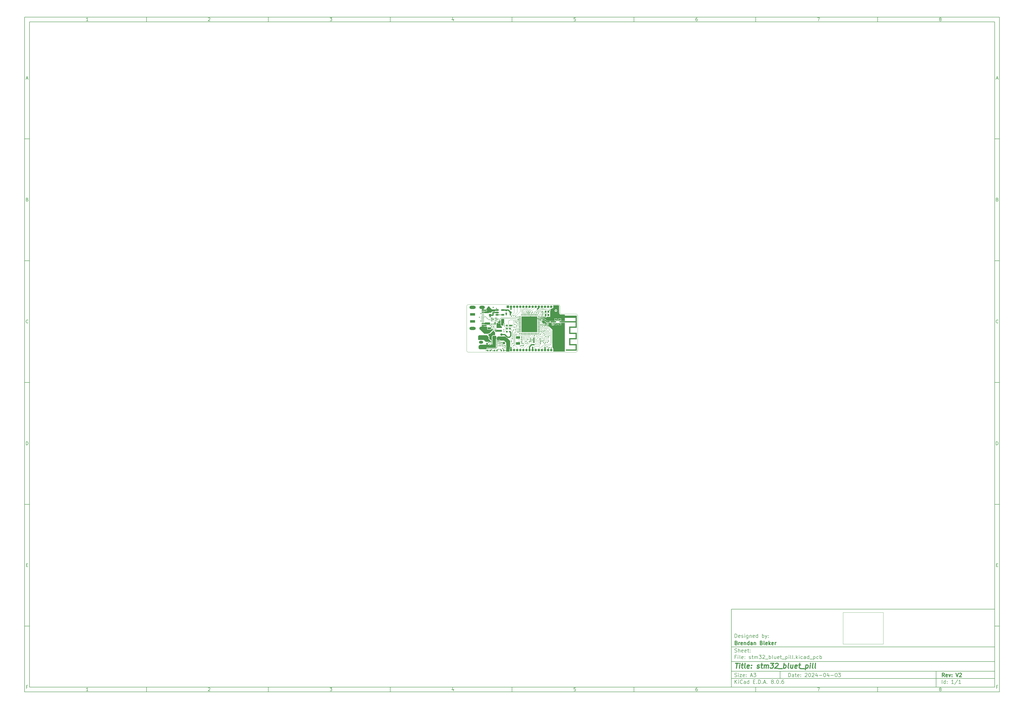
<source format=gbr>
%TF.GenerationSoftware,KiCad,Pcbnew,8.0.6-8.0.6-0~ubuntu24.04.1*%
%TF.CreationDate,2024-12-02T20:40:39-08:00*%
%TF.ProjectId,stm32_bluet_pill,73746d33-325f-4626-9c75-65745f70696c,V2*%
%TF.SameCoordinates,Original*%
%TF.FileFunction,Copper,L1,Top*%
%TF.FilePolarity,Positive*%
%FSLAX46Y46*%
G04 Gerber Fmt 4.6, Leading zero omitted, Abs format (unit mm)*
G04 Created by KiCad (PCBNEW 8.0.6-8.0.6-0~ubuntu24.04.1) date 2024-12-02 20:40:39*
%MOMM*%
%LPD*%
G01*
G04 APERTURE LIST*
G04 Aperture macros list*
%AMRoundRect*
0 Rectangle with rounded corners*
0 $1 Rounding radius*
0 $2 $3 $4 $5 $6 $7 $8 $9 X,Y pos of 4 corners*
0 Add a 4 corners polygon primitive as box body*
4,1,4,$2,$3,$4,$5,$6,$7,$8,$9,$2,$3,0*
0 Add four circle primitives for the rounded corners*
1,1,$1+$1,$2,$3*
1,1,$1+$1,$4,$5*
1,1,$1+$1,$6,$7*
1,1,$1+$1,$8,$9*
0 Add four rect primitives between the rounded corners*
20,1,$1+$1,$2,$3,$4,$5,0*
20,1,$1+$1,$4,$5,$6,$7,0*
20,1,$1+$1,$6,$7,$8,$9,0*
20,1,$1+$1,$8,$9,$2,$3,0*%
%AMFreePoly0*
4,1,10,-0.450000,0.185000,0.450000,0.185000,0.450000,0.435000,1.200000,0.435000,1.200000,-0.235000,-1.000000,-0.235000,-1.200000,-0.035000,-1.200000,0.435000,-0.450000,0.435000,-0.450000,0.185000,-0.450000,0.185000,$1*%
%AMFreePoly1*
4,1,10,-0.450000,0.185000,0.450000,0.185000,0.450000,0.435000,1.200000,0.435000,1.200000,-0.035000,1.000000,-0.235000,-1.200000,-0.235000,-1.200000,0.435000,-0.450000,0.435000,-0.450000,0.185000,-0.450000,0.185000,$1*%
G04 Aperture macros list end*
%ADD10C,0.100000*%
%ADD11C,0.150000*%
%ADD12C,0.300000*%
%ADD13C,0.400000*%
%TA.AperFunction,Conductor*%
%ADD14C,0.200000*%
%TD*%
%TA.AperFunction,EtchedComponent*%
%ADD15C,0.000000*%
%TD*%
%TA.AperFunction,SMDPad,CuDef*%
%ADD16RoundRect,0.100000X0.130000X0.100000X-0.130000X0.100000X-0.130000X-0.100000X0.130000X-0.100000X0*%
%TD*%
%TA.AperFunction,SMDPad,CuDef*%
%ADD17RoundRect,0.100000X-0.100000X0.130000X-0.100000X-0.130000X0.100000X-0.130000X0.100000X0.130000X0*%
%TD*%
%TA.AperFunction,SMDPad,CuDef*%
%ADD18RoundRect,0.140000X-0.140000X-0.170000X0.140000X-0.170000X0.140000X0.170000X-0.140000X0.170000X0*%
%TD*%
%TA.AperFunction,BGAPad,CuDef*%
%ADD19C,0.200000*%
%TD*%
%TA.AperFunction,SMDPad,CuDef*%
%ADD20RoundRect,0.225000X0.225000X0.250000X-0.225000X0.250000X-0.225000X-0.250000X0.225000X-0.250000X0*%
%TD*%
%TA.AperFunction,SMDPad,CuDef*%
%ADD21C,1.000000*%
%TD*%
%TA.AperFunction,SMDPad,CuDef*%
%ADD22C,0.500000*%
%TD*%
%TA.AperFunction,SMDPad,CuDef*%
%ADD23RoundRect,0.147500X0.147500X0.172500X-0.147500X0.172500X-0.147500X-0.172500X0.147500X-0.172500X0*%
%TD*%
%TA.AperFunction,SMDPad,CuDef*%
%ADD24RoundRect,0.100000X-0.130000X-0.100000X0.130000X-0.100000X0.130000X0.100000X-0.130000X0.100000X0*%
%TD*%
%TA.AperFunction,SMDPad,CuDef*%
%ADD25RoundRect,0.140000X0.140000X0.170000X-0.140000X0.170000X-0.140000X-0.170000X0.140000X-0.170000X0*%
%TD*%
%TA.AperFunction,SMDPad,CuDef*%
%ADD26RoundRect,0.147500X-0.147500X-0.172500X0.147500X-0.172500X0.147500X0.172500X-0.147500X0.172500X0*%
%TD*%
%TA.AperFunction,SMDPad,CuDef*%
%ADD27RoundRect,0.140000X-0.170000X0.140000X-0.170000X-0.140000X0.170000X-0.140000X0.170000X0.140000X0*%
%TD*%
%TA.AperFunction,ComponentPad*%
%ADD28R,1.000000X1.000000*%
%TD*%
%TA.AperFunction,ComponentPad*%
%ADD29O,1.000000X1.000000*%
%TD*%
%TA.AperFunction,SMDPad,CuDef*%
%ADD30R,1.600000X0.550000*%
%TD*%
%TA.AperFunction,SMDPad,CuDef*%
%ADD31RoundRect,0.135000X0.135000X0.185000X-0.135000X0.185000X-0.135000X-0.185000X0.135000X-0.185000X0*%
%TD*%
%TA.AperFunction,ComponentPad*%
%ADD32RoundRect,0.250000X-0.625000X0.350000X-0.625000X-0.350000X0.625000X-0.350000X0.625000X0.350000X0*%
%TD*%
%TA.AperFunction,ComponentPad*%
%ADD33O,1.750000X1.200000*%
%TD*%
%TA.AperFunction,SMDPad,CuDef*%
%ADD34RoundRect,0.100000X0.100000X-0.130000X0.100000X0.130000X-0.100000X0.130000X-0.100000X-0.130000X0*%
%TD*%
%TA.AperFunction,SMDPad,CuDef*%
%ADD35R,2.000000X1.000000*%
%TD*%
%TA.AperFunction,SMDPad,CuDef*%
%ADD36R,1.000000X0.520000*%
%TD*%
%TA.AperFunction,SMDPad,CuDef*%
%ADD37R,1.000000X0.270000*%
%TD*%
%TA.AperFunction,ComponentPad*%
%ADD38O,2.300000X1.300000*%
%TD*%
%TA.AperFunction,ComponentPad*%
%ADD39O,2.600000X1.300000*%
%TD*%
%TA.AperFunction,ConnectorPad*%
%ADD40C,0.787400*%
%TD*%
%TA.AperFunction,SMDPad,CuDef*%
%ADD41R,0.800000X0.900000*%
%TD*%
%TA.AperFunction,SMDPad,CuDef*%
%ADD42R,0.480000X0.500000*%
%TD*%
%TA.AperFunction,SMDPad,CuDef*%
%ADD43FreePoly0,0.000000*%
%TD*%
%TA.AperFunction,SMDPad,CuDef*%
%ADD44FreePoly1,180.000000*%
%TD*%
%TA.AperFunction,SMDPad,CuDef*%
%ADD45RoundRect,0.050000X0.200000X0.050000X-0.200000X0.050000X-0.200000X-0.050000X0.200000X-0.050000X0*%
%TD*%
%TA.AperFunction,SMDPad,CuDef*%
%ADD46RoundRect,0.050000X-0.200000X-0.050000X0.200000X-0.050000X0.200000X0.050000X-0.200000X0.050000X0*%
%TD*%
%TA.AperFunction,ComponentPad*%
%ADD47C,0.400000*%
%TD*%
%TA.AperFunction,SMDPad,CuDef*%
%ADD48RoundRect,0.050000X-0.400000X-0.700000X0.400000X-0.700000X0.400000X0.700000X-0.400000X0.700000X0*%
%TD*%
%TA.AperFunction,SMDPad,CuDef*%
%ADD49RoundRect,0.225000X-0.250000X0.225000X-0.250000X-0.225000X0.250000X-0.225000X0.250000X0.225000X0*%
%TD*%
%TA.AperFunction,SMDPad,CuDef*%
%ADD50R,1.800000X1.000000*%
%TD*%
%TA.AperFunction,SMDPad,CuDef*%
%ADD51RoundRect,0.093750X0.156250X0.093750X-0.156250X0.093750X-0.156250X-0.093750X0.156250X-0.093750X0*%
%TD*%
%TA.AperFunction,SMDPad,CuDef*%
%ADD52RoundRect,0.075000X0.250000X0.075000X-0.250000X0.075000X-0.250000X-0.075000X0.250000X-0.075000X0*%
%TD*%
%TA.AperFunction,SMDPad,CuDef*%
%ADD53RoundRect,0.135000X-0.185000X0.135000X-0.185000X-0.135000X0.185000X-0.135000X0.185000X0.135000X0*%
%TD*%
%TA.AperFunction,ConnectorPad*%
%ADD54R,0.500000X0.500000*%
%TD*%
%TA.AperFunction,ComponentPad*%
%ADD55R,0.500000X0.900000*%
%TD*%
%TA.AperFunction,SMDPad,CuDef*%
%ADD56RoundRect,0.150000X-0.512500X-0.150000X0.512500X-0.150000X0.512500X0.150000X-0.512500X0.150000X0*%
%TD*%
%TA.AperFunction,SMDPad,CuDef*%
%ADD57RoundRect,0.062500X0.062500X-0.400000X0.062500X0.400000X-0.062500X0.400000X-0.062500X-0.400000X0*%
%TD*%
%TA.AperFunction,SMDPad,CuDef*%
%ADD58RoundRect,0.062500X0.400000X-0.062500X0.400000X0.062500X-0.400000X0.062500X-0.400000X-0.062500X0*%
%TD*%
%TA.AperFunction,HeatsinkPad*%
%ADD59R,6.400000X6.400000*%
%TD*%
%TA.AperFunction,ViaPad*%
%ADD60C,0.450000*%
%TD*%
%TA.AperFunction,Conductor*%
%ADD61C,0.102000*%
%TD*%
%TA.AperFunction,Conductor*%
%ADD62C,0.500000*%
%TD*%
%TA.AperFunction,Conductor*%
%ADD63C,0.150000*%
%TD*%
%TA.AperFunction,Conductor*%
%ADD64C,0.127000*%
%TD*%
%TA.AperFunction,Conductor*%
%ADD65C,0.250000*%
%TD*%
%TA.AperFunction,Conductor*%
%ADD66C,0.514400*%
%TD*%
%TA.AperFunction,Conductor*%
%ADD67C,0.400000*%
%TD*%
%TA.AperFunction,Conductor*%
%ADD68C,0.300000*%
%TD*%
%TA.AperFunction,Conductor*%
%ADD69C,0.103400*%
%TD*%
%TA.AperFunction,Conductor*%
%ADD70C,0.118400*%
%TD*%
%TA.AperFunction,Profile*%
%ADD71C,0.100000*%
%TD*%
G04 APERTURE END LIST*
D10*
X345821001Y-254402167D02*
X345821001Y-267313833D01*
X362331000Y-267313833D01*
X362331000Y-254402167D01*
X345821001Y-254402167D01*
D11*
X299989000Y-253002200D02*
X407989000Y-253002200D01*
X407989000Y-285002200D01*
X299989000Y-285002200D01*
X299989000Y-253002200D01*
D10*
D11*
X10000000Y-10000000D02*
X409989000Y-10000000D01*
X409989000Y-287002200D01*
X10000000Y-287002200D01*
X10000000Y-10000000D01*
D10*
D11*
X12000000Y-12000000D02*
X407989000Y-12000000D01*
X407989000Y-285002200D01*
X12000000Y-285002200D01*
X12000000Y-12000000D01*
D10*
D11*
X60000000Y-12000000D02*
X60000000Y-10000000D01*
D10*
D11*
X110000000Y-12000000D02*
X110000000Y-10000000D01*
D10*
D11*
X160000000Y-12000000D02*
X160000000Y-10000000D01*
D10*
D11*
X210000000Y-12000000D02*
X210000000Y-10000000D01*
D10*
D11*
X260000000Y-12000000D02*
X260000000Y-10000000D01*
D10*
D11*
X310000000Y-12000000D02*
X310000000Y-10000000D01*
D10*
D11*
X360000000Y-12000000D02*
X360000000Y-10000000D01*
D10*
D11*
X36089160Y-11593604D02*
X35346303Y-11593604D01*
X35717731Y-11593604D02*
X35717731Y-10293604D01*
X35717731Y-10293604D02*
X35593922Y-10479319D01*
X35593922Y-10479319D02*
X35470112Y-10603128D01*
X35470112Y-10603128D02*
X35346303Y-10665033D01*
D10*
D11*
X85346303Y-10417414D02*
X85408207Y-10355509D01*
X85408207Y-10355509D02*
X85532017Y-10293604D01*
X85532017Y-10293604D02*
X85841541Y-10293604D01*
X85841541Y-10293604D02*
X85965350Y-10355509D01*
X85965350Y-10355509D02*
X86027255Y-10417414D01*
X86027255Y-10417414D02*
X86089160Y-10541223D01*
X86089160Y-10541223D02*
X86089160Y-10665033D01*
X86089160Y-10665033D02*
X86027255Y-10850747D01*
X86027255Y-10850747D02*
X85284398Y-11593604D01*
X85284398Y-11593604D02*
X86089160Y-11593604D01*
D10*
D11*
X135284398Y-10293604D02*
X136089160Y-10293604D01*
X136089160Y-10293604D02*
X135655826Y-10788842D01*
X135655826Y-10788842D02*
X135841541Y-10788842D01*
X135841541Y-10788842D02*
X135965350Y-10850747D01*
X135965350Y-10850747D02*
X136027255Y-10912652D01*
X136027255Y-10912652D02*
X136089160Y-11036461D01*
X136089160Y-11036461D02*
X136089160Y-11345985D01*
X136089160Y-11345985D02*
X136027255Y-11469795D01*
X136027255Y-11469795D02*
X135965350Y-11531700D01*
X135965350Y-11531700D02*
X135841541Y-11593604D01*
X135841541Y-11593604D02*
X135470112Y-11593604D01*
X135470112Y-11593604D02*
X135346303Y-11531700D01*
X135346303Y-11531700D02*
X135284398Y-11469795D01*
D10*
D11*
X185965350Y-10726938D02*
X185965350Y-11593604D01*
X185655826Y-10231700D02*
X185346303Y-11160271D01*
X185346303Y-11160271D02*
X186151064Y-11160271D01*
D10*
D11*
X236027255Y-10293604D02*
X235408207Y-10293604D01*
X235408207Y-10293604D02*
X235346303Y-10912652D01*
X235346303Y-10912652D02*
X235408207Y-10850747D01*
X235408207Y-10850747D02*
X235532017Y-10788842D01*
X235532017Y-10788842D02*
X235841541Y-10788842D01*
X235841541Y-10788842D02*
X235965350Y-10850747D01*
X235965350Y-10850747D02*
X236027255Y-10912652D01*
X236027255Y-10912652D02*
X236089160Y-11036461D01*
X236089160Y-11036461D02*
X236089160Y-11345985D01*
X236089160Y-11345985D02*
X236027255Y-11469795D01*
X236027255Y-11469795D02*
X235965350Y-11531700D01*
X235965350Y-11531700D02*
X235841541Y-11593604D01*
X235841541Y-11593604D02*
X235532017Y-11593604D01*
X235532017Y-11593604D02*
X235408207Y-11531700D01*
X235408207Y-11531700D02*
X235346303Y-11469795D01*
D10*
D11*
X285965350Y-10293604D02*
X285717731Y-10293604D01*
X285717731Y-10293604D02*
X285593922Y-10355509D01*
X285593922Y-10355509D02*
X285532017Y-10417414D01*
X285532017Y-10417414D02*
X285408207Y-10603128D01*
X285408207Y-10603128D02*
X285346303Y-10850747D01*
X285346303Y-10850747D02*
X285346303Y-11345985D01*
X285346303Y-11345985D02*
X285408207Y-11469795D01*
X285408207Y-11469795D02*
X285470112Y-11531700D01*
X285470112Y-11531700D02*
X285593922Y-11593604D01*
X285593922Y-11593604D02*
X285841541Y-11593604D01*
X285841541Y-11593604D02*
X285965350Y-11531700D01*
X285965350Y-11531700D02*
X286027255Y-11469795D01*
X286027255Y-11469795D02*
X286089160Y-11345985D01*
X286089160Y-11345985D02*
X286089160Y-11036461D01*
X286089160Y-11036461D02*
X286027255Y-10912652D01*
X286027255Y-10912652D02*
X285965350Y-10850747D01*
X285965350Y-10850747D02*
X285841541Y-10788842D01*
X285841541Y-10788842D02*
X285593922Y-10788842D01*
X285593922Y-10788842D02*
X285470112Y-10850747D01*
X285470112Y-10850747D02*
X285408207Y-10912652D01*
X285408207Y-10912652D02*
X285346303Y-11036461D01*
D10*
D11*
X335284398Y-10293604D02*
X336151064Y-10293604D01*
X336151064Y-10293604D02*
X335593922Y-11593604D01*
D10*
D11*
X385593922Y-10850747D02*
X385470112Y-10788842D01*
X385470112Y-10788842D02*
X385408207Y-10726938D01*
X385408207Y-10726938D02*
X385346303Y-10603128D01*
X385346303Y-10603128D02*
X385346303Y-10541223D01*
X385346303Y-10541223D02*
X385408207Y-10417414D01*
X385408207Y-10417414D02*
X385470112Y-10355509D01*
X385470112Y-10355509D02*
X385593922Y-10293604D01*
X385593922Y-10293604D02*
X385841541Y-10293604D01*
X385841541Y-10293604D02*
X385965350Y-10355509D01*
X385965350Y-10355509D02*
X386027255Y-10417414D01*
X386027255Y-10417414D02*
X386089160Y-10541223D01*
X386089160Y-10541223D02*
X386089160Y-10603128D01*
X386089160Y-10603128D02*
X386027255Y-10726938D01*
X386027255Y-10726938D02*
X385965350Y-10788842D01*
X385965350Y-10788842D02*
X385841541Y-10850747D01*
X385841541Y-10850747D02*
X385593922Y-10850747D01*
X385593922Y-10850747D02*
X385470112Y-10912652D01*
X385470112Y-10912652D02*
X385408207Y-10974557D01*
X385408207Y-10974557D02*
X385346303Y-11098366D01*
X385346303Y-11098366D02*
X385346303Y-11345985D01*
X385346303Y-11345985D02*
X385408207Y-11469795D01*
X385408207Y-11469795D02*
X385470112Y-11531700D01*
X385470112Y-11531700D02*
X385593922Y-11593604D01*
X385593922Y-11593604D02*
X385841541Y-11593604D01*
X385841541Y-11593604D02*
X385965350Y-11531700D01*
X385965350Y-11531700D02*
X386027255Y-11469795D01*
X386027255Y-11469795D02*
X386089160Y-11345985D01*
X386089160Y-11345985D02*
X386089160Y-11098366D01*
X386089160Y-11098366D02*
X386027255Y-10974557D01*
X386027255Y-10974557D02*
X385965350Y-10912652D01*
X385965350Y-10912652D02*
X385841541Y-10850747D01*
D10*
D11*
X60000000Y-285002200D02*
X60000000Y-287002200D01*
D10*
D11*
X110000000Y-285002200D02*
X110000000Y-287002200D01*
D10*
D11*
X160000000Y-285002200D02*
X160000000Y-287002200D01*
D10*
D11*
X210000000Y-285002200D02*
X210000000Y-287002200D01*
D10*
D11*
X260000000Y-285002200D02*
X260000000Y-287002200D01*
D10*
D11*
X310000000Y-285002200D02*
X310000000Y-287002200D01*
D10*
D11*
X360000000Y-285002200D02*
X360000000Y-287002200D01*
D10*
D11*
X36089160Y-286595804D02*
X35346303Y-286595804D01*
X35717731Y-286595804D02*
X35717731Y-285295804D01*
X35717731Y-285295804D02*
X35593922Y-285481519D01*
X35593922Y-285481519D02*
X35470112Y-285605328D01*
X35470112Y-285605328D02*
X35346303Y-285667233D01*
D10*
D11*
X85346303Y-285419614D02*
X85408207Y-285357709D01*
X85408207Y-285357709D02*
X85532017Y-285295804D01*
X85532017Y-285295804D02*
X85841541Y-285295804D01*
X85841541Y-285295804D02*
X85965350Y-285357709D01*
X85965350Y-285357709D02*
X86027255Y-285419614D01*
X86027255Y-285419614D02*
X86089160Y-285543423D01*
X86089160Y-285543423D02*
X86089160Y-285667233D01*
X86089160Y-285667233D02*
X86027255Y-285852947D01*
X86027255Y-285852947D02*
X85284398Y-286595804D01*
X85284398Y-286595804D02*
X86089160Y-286595804D01*
D10*
D11*
X135284398Y-285295804D02*
X136089160Y-285295804D01*
X136089160Y-285295804D02*
X135655826Y-285791042D01*
X135655826Y-285791042D02*
X135841541Y-285791042D01*
X135841541Y-285791042D02*
X135965350Y-285852947D01*
X135965350Y-285852947D02*
X136027255Y-285914852D01*
X136027255Y-285914852D02*
X136089160Y-286038661D01*
X136089160Y-286038661D02*
X136089160Y-286348185D01*
X136089160Y-286348185D02*
X136027255Y-286471995D01*
X136027255Y-286471995D02*
X135965350Y-286533900D01*
X135965350Y-286533900D02*
X135841541Y-286595804D01*
X135841541Y-286595804D02*
X135470112Y-286595804D01*
X135470112Y-286595804D02*
X135346303Y-286533900D01*
X135346303Y-286533900D02*
X135284398Y-286471995D01*
D10*
D11*
X185965350Y-285729138D02*
X185965350Y-286595804D01*
X185655826Y-285233900D02*
X185346303Y-286162471D01*
X185346303Y-286162471D02*
X186151064Y-286162471D01*
D10*
D11*
X236027255Y-285295804D02*
X235408207Y-285295804D01*
X235408207Y-285295804D02*
X235346303Y-285914852D01*
X235346303Y-285914852D02*
X235408207Y-285852947D01*
X235408207Y-285852947D02*
X235532017Y-285791042D01*
X235532017Y-285791042D02*
X235841541Y-285791042D01*
X235841541Y-285791042D02*
X235965350Y-285852947D01*
X235965350Y-285852947D02*
X236027255Y-285914852D01*
X236027255Y-285914852D02*
X236089160Y-286038661D01*
X236089160Y-286038661D02*
X236089160Y-286348185D01*
X236089160Y-286348185D02*
X236027255Y-286471995D01*
X236027255Y-286471995D02*
X235965350Y-286533900D01*
X235965350Y-286533900D02*
X235841541Y-286595804D01*
X235841541Y-286595804D02*
X235532017Y-286595804D01*
X235532017Y-286595804D02*
X235408207Y-286533900D01*
X235408207Y-286533900D02*
X235346303Y-286471995D01*
D10*
D11*
X285965350Y-285295804D02*
X285717731Y-285295804D01*
X285717731Y-285295804D02*
X285593922Y-285357709D01*
X285593922Y-285357709D02*
X285532017Y-285419614D01*
X285532017Y-285419614D02*
X285408207Y-285605328D01*
X285408207Y-285605328D02*
X285346303Y-285852947D01*
X285346303Y-285852947D02*
X285346303Y-286348185D01*
X285346303Y-286348185D02*
X285408207Y-286471995D01*
X285408207Y-286471995D02*
X285470112Y-286533900D01*
X285470112Y-286533900D02*
X285593922Y-286595804D01*
X285593922Y-286595804D02*
X285841541Y-286595804D01*
X285841541Y-286595804D02*
X285965350Y-286533900D01*
X285965350Y-286533900D02*
X286027255Y-286471995D01*
X286027255Y-286471995D02*
X286089160Y-286348185D01*
X286089160Y-286348185D02*
X286089160Y-286038661D01*
X286089160Y-286038661D02*
X286027255Y-285914852D01*
X286027255Y-285914852D02*
X285965350Y-285852947D01*
X285965350Y-285852947D02*
X285841541Y-285791042D01*
X285841541Y-285791042D02*
X285593922Y-285791042D01*
X285593922Y-285791042D02*
X285470112Y-285852947D01*
X285470112Y-285852947D02*
X285408207Y-285914852D01*
X285408207Y-285914852D02*
X285346303Y-286038661D01*
D10*
D11*
X335284398Y-285295804D02*
X336151064Y-285295804D01*
X336151064Y-285295804D02*
X335593922Y-286595804D01*
D10*
D11*
X385593922Y-285852947D02*
X385470112Y-285791042D01*
X385470112Y-285791042D02*
X385408207Y-285729138D01*
X385408207Y-285729138D02*
X385346303Y-285605328D01*
X385346303Y-285605328D02*
X385346303Y-285543423D01*
X385346303Y-285543423D02*
X385408207Y-285419614D01*
X385408207Y-285419614D02*
X385470112Y-285357709D01*
X385470112Y-285357709D02*
X385593922Y-285295804D01*
X385593922Y-285295804D02*
X385841541Y-285295804D01*
X385841541Y-285295804D02*
X385965350Y-285357709D01*
X385965350Y-285357709D02*
X386027255Y-285419614D01*
X386027255Y-285419614D02*
X386089160Y-285543423D01*
X386089160Y-285543423D02*
X386089160Y-285605328D01*
X386089160Y-285605328D02*
X386027255Y-285729138D01*
X386027255Y-285729138D02*
X385965350Y-285791042D01*
X385965350Y-285791042D02*
X385841541Y-285852947D01*
X385841541Y-285852947D02*
X385593922Y-285852947D01*
X385593922Y-285852947D02*
X385470112Y-285914852D01*
X385470112Y-285914852D02*
X385408207Y-285976757D01*
X385408207Y-285976757D02*
X385346303Y-286100566D01*
X385346303Y-286100566D02*
X385346303Y-286348185D01*
X385346303Y-286348185D02*
X385408207Y-286471995D01*
X385408207Y-286471995D02*
X385470112Y-286533900D01*
X385470112Y-286533900D02*
X385593922Y-286595804D01*
X385593922Y-286595804D02*
X385841541Y-286595804D01*
X385841541Y-286595804D02*
X385965350Y-286533900D01*
X385965350Y-286533900D02*
X386027255Y-286471995D01*
X386027255Y-286471995D02*
X386089160Y-286348185D01*
X386089160Y-286348185D02*
X386089160Y-286100566D01*
X386089160Y-286100566D02*
X386027255Y-285976757D01*
X386027255Y-285976757D02*
X385965350Y-285914852D01*
X385965350Y-285914852D02*
X385841541Y-285852947D01*
D10*
D11*
X10000000Y-60000000D02*
X12000000Y-60000000D01*
D10*
D11*
X10000000Y-110000000D02*
X12000000Y-110000000D01*
D10*
D11*
X10000000Y-160000000D02*
X12000000Y-160000000D01*
D10*
D11*
X10000000Y-210000000D02*
X12000000Y-210000000D01*
D10*
D11*
X10000000Y-260000000D02*
X12000000Y-260000000D01*
D10*
D11*
X10690476Y-35222176D02*
X11309523Y-35222176D01*
X10566666Y-35593604D02*
X10999999Y-34293604D01*
X10999999Y-34293604D02*
X11433333Y-35593604D01*
D10*
D11*
X11092857Y-84912652D02*
X11278571Y-84974557D01*
X11278571Y-84974557D02*
X11340476Y-85036461D01*
X11340476Y-85036461D02*
X11402380Y-85160271D01*
X11402380Y-85160271D02*
X11402380Y-85345985D01*
X11402380Y-85345985D02*
X11340476Y-85469795D01*
X11340476Y-85469795D02*
X11278571Y-85531700D01*
X11278571Y-85531700D02*
X11154761Y-85593604D01*
X11154761Y-85593604D02*
X10659523Y-85593604D01*
X10659523Y-85593604D02*
X10659523Y-84293604D01*
X10659523Y-84293604D02*
X11092857Y-84293604D01*
X11092857Y-84293604D02*
X11216666Y-84355509D01*
X11216666Y-84355509D02*
X11278571Y-84417414D01*
X11278571Y-84417414D02*
X11340476Y-84541223D01*
X11340476Y-84541223D02*
X11340476Y-84665033D01*
X11340476Y-84665033D02*
X11278571Y-84788842D01*
X11278571Y-84788842D02*
X11216666Y-84850747D01*
X11216666Y-84850747D02*
X11092857Y-84912652D01*
X11092857Y-84912652D02*
X10659523Y-84912652D01*
D10*
D11*
X11402380Y-135469795D02*
X11340476Y-135531700D01*
X11340476Y-135531700D02*
X11154761Y-135593604D01*
X11154761Y-135593604D02*
X11030952Y-135593604D01*
X11030952Y-135593604D02*
X10845238Y-135531700D01*
X10845238Y-135531700D02*
X10721428Y-135407890D01*
X10721428Y-135407890D02*
X10659523Y-135284080D01*
X10659523Y-135284080D02*
X10597619Y-135036461D01*
X10597619Y-135036461D02*
X10597619Y-134850747D01*
X10597619Y-134850747D02*
X10659523Y-134603128D01*
X10659523Y-134603128D02*
X10721428Y-134479319D01*
X10721428Y-134479319D02*
X10845238Y-134355509D01*
X10845238Y-134355509D02*
X11030952Y-134293604D01*
X11030952Y-134293604D02*
X11154761Y-134293604D01*
X11154761Y-134293604D02*
X11340476Y-134355509D01*
X11340476Y-134355509D02*
X11402380Y-134417414D01*
D10*
D11*
X10659523Y-185593604D02*
X10659523Y-184293604D01*
X10659523Y-184293604D02*
X10969047Y-184293604D01*
X10969047Y-184293604D02*
X11154761Y-184355509D01*
X11154761Y-184355509D02*
X11278571Y-184479319D01*
X11278571Y-184479319D02*
X11340476Y-184603128D01*
X11340476Y-184603128D02*
X11402380Y-184850747D01*
X11402380Y-184850747D02*
X11402380Y-185036461D01*
X11402380Y-185036461D02*
X11340476Y-185284080D01*
X11340476Y-185284080D02*
X11278571Y-185407890D01*
X11278571Y-185407890D02*
X11154761Y-185531700D01*
X11154761Y-185531700D02*
X10969047Y-185593604D01*
X10969047Y-185593604D02*
X10659523Y-185593604D01*
D10*
D11*
X10721428Y-234912652D02*
X11154762Y-234912652D01*
X11340476Y-235593604D02*
X10721428Y-235593604D01*
X10721428Y-235593604D02*
X10721428Y-234293604D01*
X10721428Y-234293604D02*
X11340476Y-234293604D01*
D10*
D11*
X11185714Y-284912652D02*
X10752380Y-284912652D01*
X10752380Y-285593604D02*
X10752380Y-284293604D01*
X10752380Y-284293604D02*
X11371428Y-284293604D01*
D10*
D11*
X409989000Y-60000000D02*
X407989000Y-60000000D01*
D10*
D11*
X409989000Y-110000000D02*
X407989000Y-110000000D01*
D10*
D11*
X409989000Y-160000000D02*
X407989000Y-160000000D01*
D10*
D11*
X409989000Y-210000000D02*
X407989000Y-210000000D01*
D10*
D11*
X409989000Y-260000000D02*
X407989000Y-260000000D01*
D10*
D11*
X408679476Y-35222176D02*
X409298523Y-35222176D01*
X408555666Y-35593604D02*
X408988999Y-34293604D01*
X408988999Y-34293604D02*
X409422333Y-35593604D01*
D10*
D11*
X409081857Y-84912652D02*
X409267571Y-84974557D01*
X409267571Y-84974557D02*
X409329476Y-85036461D01*
X409329476Y-85036461D02*
X409391380Y-85160271D01*
X409391380Y-85160271D02*
X409391380Y-85345985D01*
X409391380Y-85345985D02*
X409329476Y-85469795D01*
X409329476Y-85469795D02*
X409267571Y-85531700D01*
X409267571Y-85531700D02*
X409143761Y-85593604D01*
X409143761Y-85593604D02*
X408648523Y-85593604D01*
X408648523Y-85593604D02*
X408648523Y-84293604D01*
X408648523Y-84293604D02*
X409081857Y-84293604D01*
X409081857Y-84293604D02*
X409205666Y-84355509D01*
X409205666Y-84355509D02*
X409267571Y-84417414D01*
X409267571Y-84417414D02*
X409329476Y-84541223D01*
X409329476Y-84541223D02*
X409329476Y-84665033D01*
X409329476Y-84665033D02*
X409267571Y-84788842D01*
X409267571Y-84788842D02*
X409205666Y-84850747D01*
X409205666Y-84850747D02*
X409081857Y-84912652D01*
X409081857Y-84912652D02*
X408648523Y-84912652D01*
D10*
D11*
X409391380Y-135469795D02*
X409329476Y-135531700D01*
X409329476Y-135531700D02*
X409143761Y-135593604D01*
X409143761Y-135593604D02*
X409019952Y-135593604D01*
X409019952Y-135593604D02*
X408834238Y-135531700D01*
X408834238Y-135531700D02*
X408710428Y-135407890D01*
X408710428Y-135407890D02*
X408648523Y-135284080D01*
X408648523Y-135284080D02*
X408586619Y-135036461D01*
X408586619Y-135036461D02*
X408586619Y-134850747D01*
X408586619Y-134850747D02*
X408648523Y-134603128D01*
X408648523Y-134603128D02*
X408710428Y-134479319D01*
X408710428Y-134479319D02*
X408834238Y-134355509D01*
X408834238Y-134355509D02*
X409019952Y-134293604D01*
X409019952Y-134293604D02*
X409143761Y-134293604D01*
X409143761Y-134293604D02*
X409329476Y-134355509D01*
X409329476Y-134355509D02*
X409391380Y-134417414D01*
D10*
D11*
X408648523Y-185593604D02*
X408648523Y-184293604D01*
X408648523Y-184293604D02*
X408958047Y-184293604D01*
X408958047Y-184293604D02*
X409143761Y-184355509D01*
X409143761Y-184355509D02*
X409267571Y-184479319D01*
X409267571Y-184479319D02*
X409329476Y-184603128D01*
X409329476Y-184603128D02*
X409391380Y-184850747D01*
X409391380Y-184850747D02*
X409391380Y-185036461D01*
X409391380Y-185036461D02*
X409329476Y-185284080D01*
X409329476Y-185284080D02*
X409267571Y-185407890D01*
X409267571Y-185407890D02*
X409143761Y-185531700D01*
X409143761Y-185531700D02*
X408958047Y-185593604D01*
X408958047Y-185593604D02*
X408648523Y-185593604D01*
D10*
D11*
X408710428Y-234912652D02*
X409143762Y-234912652D01*
X409329476Y-235593604D02*
X408710428Y-235593604D01*
X408710428Y-235593604D02*
X408710428Y-234293604D01*
X408710428Y-234293604D02*
X409329476Y-234293604D01*
D10*
D11*
X409174714Y-284912652D02*
X408741380Y-284912652D01*
X408741380Y-285593604D02*
X408741380Y-284293604D01*
X408741380Y-284293604D02*
X409360428Y-284293604D01*
D10*
D11*
X323444826Y-280788328D02*
X323444826Y-279288328D01*
X323444826Y-279288328D02*
X323801969Y-279288328D01*
X323801969Y-279288328D02*
X324016255Y-279359757D01*
X324016255Y-279359757D02*
X324159112Y-279502614D01*
X324159112Y-279502614D02*
X324230541Y-279645471D01*
X324230541Y-279645471D02*
X324301969Y-279931185D01*
X324301969Y-279931185D02*
X324301969Y-280145471D01*
X324301969Y-280145471D02*
X324230541Y-280431185D01*
X324230541Y-280431185D02*
X324159112Y-280574042D01*
X324159112Y-280574042D02*
X324016255Y-280716900D01*
X324016255Y-280716900D02*
X323801969Y-280788328D01*
X323801969Y-280788328D02*
X323444826Y-280788328D01*
X325587684Y-280788328D02*
X325587684Y-280002614D01*
X325587684Y-280002614D02*
X325516255Y-279859757D01*
X325516255Y-279859757D02*
X325373398Y-279788328D01*
X325373398Y-279788328D02*
X325087684Y-279788328D01*
X325087684Y-279788328D02*
X324944826Y-279859757D01*
X325587684Y-280716900D02*
X325444826Y-280788328D01*
X325444826Y-280788328D02*
X325087684Y-280788328D01*
X325087684Y-280788328D02*
X324944826Y-280716900D01*
X324944826Y-280716900D02*
X324873398Y-280574042D01*
X324873398Y-280574042D02*
X324873398Y-280431185D01*
X324873398Y-280431185D02*
X324944826Y-280288328D01*
X324944826Y-280288328D02*
X325087684Y-280216900D01*
X325087684Y-280216900D02*
X325444826Y-280216900D01*
X325444826Y-280216900D02*
X325587684Y-280145471D01*
X326087684Y-279788328D02*
X326659112Y-279788328D01*
X326301969Y-279288328D02*
X326301969Y-280574042D01*
X326301969Y-280574042D02*
X326373398Y-280716900D01*
X326373398Y-280716900D02*
X326516255Y-280788328D01*
X326516255Y-280788328D02*
X326659112Y-280788328D01*
X327730541Y-280716900D02*
X327587684Y-280788328D01*
X327587684Y-280788328D02*
X327301970Y-280788328D01*
X327301970Y-280788328D02*
X327159112Y-280716900D01*
X327159112Y-280716900D02*
X327087684Y-280574042D01*
X327087684Y-280574042D02*
X327087684Y-280002614D01*
X327087684Y-280002614D02*
X327159112Y-279859757D01*
X327159112Y-279859757D02*
X327301970Y-279788328D01*
X327301970Y-279788328D02*
X327587684Y-279788328D01*
X327587684Y-279788328D02*
X327730541Y-279859757D01*
X327730541Y-279859757D02*
X327801970Y-280002614D01*
X327801970Y-280002614D02*
X327801970Y-280145471D01*
X327801970Y-280145471D02*
X327087684Y-280288328D01*
X328444826Y-280645471D02*
X328516255Y-280716900D01*
X328516255Y-280716900D02*
X328444826Y-280788328D01*
X328444826Y-280788328D02*
X328373398Y-280716900D01*
X328373398Y-280716900D02*
X328444826Y-280645471D01*
X328444826Y-280645471D02*
X328444826Y-280788328D01*
X328444826Y-279859757D02*
X328516255Y-279931185D01*
X328516255Y-279931185D02*
X328444826Y-280002614D01*
X328444826Y-280002614D02*
X328373398Y-279931185D01*
X328373398Y-279931185D02*
X328444826Y-279859757D01*
X328444826Y-279859757D02*
X328444826Y-280002614D01*
X330230541Y-279431185D02*
X330301969Y-279359757D01*
X330301969Y-279359757D02*
X330444827Y-279288328D01*
X330444827Y-279288328D02*
X330801969Y-279288328D01*
X330801969Y-279288328D02*
X330944827Y-279359757D01*
X330944827Y-279359757D02*
X331016255Y-279431185D01*
X331016255Y-279431185D02*
X331087684Y-279574042D01*
X331087684Y-279574042D02*
X331087684Y-279716900D01*
X331087684Y-279716900D02*
X331016255Y-279931185D01*
X331016255Y-279931185D02*
X330159112Y-280788328D01*
X330159112Y-280788328D02*
X331087684Y-280788328D01*
X332016255Y-279288328D02*
X332159112Y-279288328D01*
X332159112Y-279288328D02*
X332301969Y-279359757D01*
X332301969Y-279359757D02*
X332373398Y-279431185D01*
X332373398Y-279431185D02*
X332444826Y-279574042D01*
X332444826Y-279574042D02*
X332516255Y-279859757D01*
X332516255Y-279859757D02*
X332516255Y-280216900D01*
X332516255Y-280216900D02*
X332444826Y-280502614D01*
X332444826Y-280502614D02*
X332373398Y-280645471D01*
X332373398Y-280645471D02*
X332301969Y-280716900D01*
X332301969Y-280716900D02*
X332159112Y-280788328D01*
X332159112Y-280788328D02*
X332016255Y-280788328D01*
X332016255Y-280788328D02*
X331873398Y-280716900D01*
X331873398Y-280716900D02*
X331801969Y-280645471D01*
X331801969Y-280645471D02*
X331730540Y-280502614D01*
X331730540Y-280502614D02*
X331659112Y-280216900D01*
X331659112Y-280216900D02*
X331659112Y-279859757D01*
X331659112Y-279859757D02*
X331730540Y-279574042D01*
X331730540Y-279574042D02*
X331801969Y-279431185D01*
X331801969Y-279431185D02*
X331873398Y-279359757D01*
X331873398Y-279359757D02*
X332016255Y-279288328D01*
X333087683Y-279431185D02*
X333159111Y-279359757D01*
X333159111Y-279359757D02*
X333301969Y-279288328D01*
X333301969Y-279288328D02*
X333659111Y-279288328D01*
X333659111Y-279288328D02*
X333801969Y-279359757D01*
X333801969Y-279359757D02*
X333873397Y-279431185D01*
X333873397Y-279431185D02*
X333944826Y-279574042D01*
X333944826Y-279574042D02*
X333944826Y-279716900D01*
X333944826Y-279716900D02*
X333873397Y-279931185D01*
X333873397Y-279931185D02*
X333016254Y-280788328D01*
X333016254Y-280788328D02*
X333944826Y-280788328D01*
X335230540Y-279788328D02*
X335230540Y-280788328D01*
X334873397Y-279216900D02*
X334516254Y-280288328D01*
X334516254Y-280288328D02*
X335444825Y-280288328D01*
X336016253Y-280216900D02*
X337159111Y-280216900D01*
X338159111Y-279288328D02*
X338301968Y-279288328D01*
X338301968Y-279288328D02*
X338444825Y-279359757D01*
X338444825Y-279359757D02*
X338516254Y-279431185D01*
X338516254Y-279431185D02*
X338587682Y-279574042D01*
X338587682Y-279574042D02*
X338659111Y-279859757D01*
X338659111Y-279859757D02*
X338659111Y-280216900D01*
X338659111Y-280216900D02*
X338587682Y-280502614D01*
X338587682Y-280502614D02*
X338516254Y-280645471D01*
X338516254Y-280645471D02*
X338444825Y-280716900D01*
X338444825Y-280716900D02*
X338301968Y-280788328D01*
X338301968Y-280788328D02*
X338159111Y-280788328D01*
X338159111Y-280788328D02*
X338016254Y-280716900D01*
X338016254Y-280716900D02*
X337944825Y-280645471D01*
X337944825Y-280645471D02*
X337873396Y-280502614D01*
X337873396Y-280502614D02*
X337801968Y-280216900D01*
X337801968Y-280216900D02*
X337801968Y-279859757D01*
X337801968Y-279859757D02*
X337873396Y-279574042D01*
X337873396Y-279574042D02*
X337944825Y-279431185D01*
X337944825Y-279431185D02*
X338016254Y-279359757D01*
X338016254Y-279359757D02*
X338159111Y-279288328D01*
X339944825Y-279788328D02*
X339944825Y-280788328D01*
X339587682Y-279216900D02*
X339230539Y-280288328D01*
X339230539Y-280288328D02*
X340159110Y-280288328D01*
X340730538Y-280216900D02*
X341873396Y-280216900D01*
X342873396Y-279288328D02*
X343016253Y-279288328D01*
X343016253Y-279288328D02*
X343159110Y-279359757D01*
X343159110Y-279359757D02*
X343230539Y-279431185D01*
X343230539Y-279431185D02*
X343301967Y-279574042D01*
X343301967Y-279574042D02*
X343373396Y-279859757D01*
X343373396Y-279859757D02*
X343373396Y-280216900D01*
X343373396Y-280216900D02*
X343301967Y-280502614D01*
X343301967Y-280502614D02*
X343230539Y-280645471D01*
X343230539Y-280645471D02*
X343159110Y-280716900D01*
X343159110Y-280716900D02*
X343016253Y-280788328D01*
X343016253Y-280788328D02*
X342873396Y-280788328D01*
X342873396Y-280788328D02*
X342730539Y-280716900D01*
X342730539Y-280716900D02*
X342659110Y-280645471D01*
X342659110Y-280645471D02*
X342587681Y-280502614D01*
X342587681Y-280502614D02*
X342516253Y-280216900D01*
X342516253Y-280216900D02*
X342516253Y-279859757D01*
X342516253Y-279859757D02*
X342587681Y-279574042D01*
X342587681Y-279574042D02*
X342659110Y-279431185D01*
X342659110Y-279431185D02*
X342730539Y-279359757D01*
X342730539Y-279359757D02*
X342873396Y-279288328D01*
X343873395Y-279288328D02*
X344801967Y-279288328D01*
X344801967Y-279288328D02*
X344301967Y-279859757D01*
X344301967Y-279859757D02*
X344516252Y-279859757D01*
X344516252Y-279859757D02*
X344659110Y-279931185D01*
X344659110Y-279931185D02*
X344730538Y-280002614D01*
X344730538Y-280002614D02*
X344801967Y-280145471D01*
X344801967Y-280145471D02*
X344801967Y-280502614D01*
X344801967Y-280502614D02*
X344730538Y-280645471D01*
X344730538Y-280645471D02*
X344659110Y-280716900D01*
X344659110Y-280716900D02*
X344516252Y-280788328D01*
X344516252Y-280788328D02*
X344087681Y-280788328D01*
X344087681Y-280788328D02*
X343944824Y-280716900D01*
X343944824Y-280716900D02*
X343873395Y-280645471D01*
D10*
D11*
X299989000Y-281502200D02*
X407989000Y-281502200D01*
D10*
D11*
X301444826Y-283588328D02*
X301444826Y-282088328D01*
X302301969Y-283588328D02*
X301659112Y-282731185D01*
X302301969Y-282088328D02*
X301444826Y-282945471D01*
X302944826Y-283588328D02*
X302944826Y-282588328D01*
X302944826Y-282088328D02*
X302873398Y-282159757D01*
X302873398Y-282159757D02*
X302944826Y-282231185D01*
X302944826Y-282231185D02*
X303016255Y-282159757D01*
X303016255Y-282159757D02*
X302944826Y-282088328D01*
X302944826Y-282088328D02*
X302944826Y-282231185D01*
X304516255Y-283445471D02*
X304444827Y-283516900D01*
X304444827Y-283516900D02*
X304230541Y-283588328D01*
X304230541Y-283588328D02*
X304087684Y-283588328D01*
X304087684Y-283588328D02*
X303873398Y-283516900D01*
X303873398Y-283516900D02*
X303730541Y-283374042D01*
X303730541Y-283374042D02*
X303659112Y-283231185D01*
X303659112Y-283231185D02*
X303587684Y-282945471D01*
X303587684Y-282945471D02*
X303587684Y-282731185D01*
X303587684Y-282731185D02*
X303659112Y-282445471D01*
X303659112Y-282445471D02*
X303730541Y-282302614D01*
X303730541Y-282302614D02*
X303873398Y-282159757D01*
X303873398Y-282159757D02*
X304087684Y-282088328D01*
X304087684Y-282088328D02*
X304230541Y-282088328D01*
X304230541Y-282088328D02*
X304444827Y-282159757D01*
X304444827Y-282159757D02*
X304516255Y-282231185D01*
X305801970Y-283588328D02*
X305801970Y-282802614D01*
X305801970Y-282802614D02*
X305730541Y-282659757D01*
X305730541Y-282659757D02*
X305587684Y-282588328D01*
X305587684Y-282588328D02*
X305301970Y-282588328D01*
X305301970Y-282588328D02*
X305159112Y-282659757D01*
X305801970Y-283516900D02*
X305659112Y-283588328D01*
X305659112Y-283588328D02*
X305301970Y-283588328D01*
X305301970Y-283588328D02*
X305159112Y-283516900D01*
X305159112Y-283516900D02*
X305087684Y-283374042D01*
X305087684Y-283374042D02*
X305087684Y-283231185D01*
X305087684Y-283231185D02*
X305159112Y-283088328D01*
X305159112Y-283088328D02*
X305301970Y-283016900D01*
X305301970Y-283016900D02*
X305659112Y-283016900D01*
X305659112Y-283016900D02*
X305801970Y-282945471D01*
X307159113Y-283588328D02*
X307159113Y-282088328D01*
X307159113Y-283516900D02*
X307016255Y-283588328D01*
X307016255Y-283588328D02*
X306730541Y-283588328D01*
X306730541Y-283588328D02*
X306587684Y-283516900D01*
X306587684Y-283516900D02*
X306516255Y-283445471D01*
X306516255Y-283445471D02*
X306444827Y-283302614D01*
X306444827Y-283302614D02*
X306444827Y-282874042D01*
X306444827Y-282874042D02*
X306516255Y-282731185D01*
X306516255Y-282731185D02*
X306587684Y-282659757D01*
X306587684Y-282659757D02*
X306730541Y-282588328D01*
X306730541Y-282588328D02*
X307016255Y-282588328D01*
X307016255Y-282588328D02*
X307159113Y-282659757D01*
X309016255Y-282802614D02*
X309516255Y-282802614D01*
X309730541Y-283588328D02*
X309016255Y-283588328D01*
X309016255Y-283588328D02*
X309016255Y-282088328D01*
X309016255Y-282088328D02*
X309730541Y-282088328D01*
X310373398Y-283445471D02*
X310444827Y-283516900D01*
X310444827Y-283516900D02*
X310373398Y-283588328D01*
X310373398Y-283588328D02*
X310301970Y-283516900D01*
X310301970Y-283516900D02*
X310373398Y-283445471D01*
X310373398Y-283445471D02*
X310373398Y-283588328D01*
X311087684Y-283588328D02*
X311087684Y-282088328D01*
X311087684Y-282088328D02*
X311444827Y-282088328D01*
X311444827Y-282088328D02*
X311659113Y-282159757D01*
X311659113Y-282159757D02*
X311801970Y-282302614D01*
X311801970Y-282302614D02*
X311873399Y-282445471D01*
X311873399Y-282445471D02*
X311944827Y-282731185D01*
X311944827Y-282731185D02*
X311944827Y-282945471D01*
X311944827Y-282945471D02*
X311873399Y-283231185D01*
X311873399Y-283231185D02*
X311801970Y-283374042D01*
X311801970Y-283374042D02*
X311659113Y-283516900D01*
X311659113Y-283516900D02*
X311444827Y-283588328D01*
X311444827Y-283588328D02*
X311087684Y-283588328D01*
X312587684Y-283445471D02*
X312659113Y-283516900D01*
X312659113Y-283516900D02*
X312587684Y-283588328D01*
X312587684Y-283588328D02*
X312516256Y-283516900D01*
X312516256Y-283516900D02*
X312587684Y-283445471D01*
X312587684Y-283445471D02*
X312587684Y-283588328D01*
X313230542Y-283159757D02*
X313944828Y-283159757D01*
X313087685Y-283588328D02*
X313587685Y-282088328D01*
X313587685Y-282088328D02*
X314087685Y-283588328D01*
X314587684Y-283445471D02*
X314659113Y-283516900D01*
X314659113Y-283516900D02*
X314587684Y-283588328D01*
X314587684Y-283588328D02*
X314516256Y-283516900D01*
X314516256Y-283516900D02*
X314587684Y-283445471D01*
X314587684Y-283445471D02*
X314587684Y-283588328D01*
X316659113Y-282731185D02*
X316516256Y-282659757D01*
X316516256Y-282659757D02*
X316444827Y-282588328D01*
X316444827Y-282588328D02*
X316373399Y-282445471D01*
X316373399Y-282445471D02*
X316373399Y-282374042D01*
X316373399Y-282374042D02*
X316444827Y-282231185D01*
X316444827Y-282231185D02*
X316516256Y-282159757D01*
X316516256Y-282159757D02*
X316659113Y-282088328D01*
X316659113Y-282088328D02*
X316944827Y-282088328D01*
X316944827Y-282088328D02*
X317087685Y-282159757D01*
X317087685Y-282159757D02*
X317159113Y-282231185D01*
X317159113Y-282231185D02*
X317230542Y-282374042D01*
X317230542Y-282374042D02*
X317230542Y-282445471D01*
X317230542Y-282445471D02*
X317159113Y-282588328D01*
X317159113Y-282588328D02*
X317087685Y-282659757D01*
X317087685Y-282659757D02*
X316944827Y-282731185D01*
X316944827Y-282731185D02*
X316659113Y-282731185D01*
X316659113Y-282731185D02*
X316516256Y-282802614D01*
X316516256Y-282802614D02*
X316444827Y-282874042D01*
X316444827Y-282874042D02*
X316373399Y-283016900D01*
X316373399Y-283016900D02*
X316373399Y-283302614D01*
X316373399Y-283302614D02*
X316444827Y-283445471D01*
X316444827Y-283445471D02*
X316516256Y-283516900D01*
X316516256Y-283516900D02*
X316659113Y-283588328D01*
X316659113Y-283588328D02*
X316944827Y-283588328D01*
X316944827Y-283588328D02*
X317087685Y-283516900D01*
X317087685Y-283516900D02*
X317159113Y-283445471D01*
X317159113Y-283445471D02*
X317230542Y-283302614D01*
X317230542Y-283302614D02*
X317230542Y-283016900D01*
X317230542Y-283016900D02*
X317159113Y-282874042D01*
X317159113Y-282874042D02*
X317087685Y-282802614D01*
X317087685Y-282802614D02*
X316944827Y-282731185D01*
X317873398Y-283445471D02*
X317944827Y-283516900D01*
X317944827Y-283516900D02*
X317873398Y-283588328D01*
X317873398Y-283588328D02*
X317801970Y-283516900D01*
X317801970Y-283516900D02*
X317873398Y-283445471D01*
X317873398Y-283445471D02*
X317873398Y-283588328D01*
X318873399Y-282088328D02*
X319016256Y-282088328D01*
X319016256Y-282088328D02*
X319159113Y-282159757D01*
X319159113Y-282159757D02*
X319230542Y-282231185D01*
X319230542Y-282231185D02*
X319301970Y-282374042D01*
X319301970Y-282374042D02*
X319373399Y-282659757D01*
X319373399Y-282659757D02*
X319373399Y-283016900D01*
X319373399Y-283016900D02*
X319301970Y-283302614D01*
X319301970Y-283302614D02*
X319230542Y-283445471D01*
X319230542Y-283445471D02*
X319159113Y-283516900D01*
X319159113Y-283516900D02*
X319016256Y-283588328D01*
X319016256Y-283588328D02*
X318873399Y-283588328D01*
X318873399Y-283588328D02*
X318730542Y-283516900D01*
X318730542Y-283516900D02*
X318659113Y-283445471D01*
X318659113Y-283445471D02*
X318587684Y-283302614D01*
X318587684Y-283302614D02*
X318516256Y-283016900D01*
X318516256Y-283016900D02*
X318516256Y-282659757D01*
X318516256Y-282659757D02*
X318587684Y-282374042D01*
X318587684Y-282374042D02*
X318659113Y-282231185D01*
X318659113Y-282231185D02*
X318730542Y-282159757D01*
X318730542Y-282159757D02*
X318873399Y-282088328D01*
X320016255Y-283445471D02*
X320087684Y-283516900D01*
X320087684Y-283516900D02*
X320016255Y-283588328D01*
X320016255Y-283588328D02*
X319944827Y-283516900D01*
X319944827Y-283516900D02*
X320016255Y-283445471D01*
X320016255Y-283445471D02*
X320016255Y-283588328D01*
X321373399Y-282088328D02*
X321087684Y-282088328D01*
X321087684Y-282088328D02*
X320944827Y-282159757D01*
X320944827Y-282159757D02*
X320873399Y-282231185D01*
X320873399Y-282231185D02*
X320730541Y-282445471D01*
X320730541Y-282445471D02*
X320659113Y-282731185D01*
X320659113Y-282731185D02*
X320659113Y-283302614D01*
X320659113Y-283302614D02*
X320730541Y-283445471D01*
X320730541Y-283445471D02*
X320801970Y-283516900D01*
X320801970Y-283516900D02*
X320944827Y-283588328D01*
X320944827Y-283588328D02*
X321230541Y-283588328D01*
X321230541Y-283588328D02*
X321373399Y-283516900D01*
X321373399Y-283516900D02*
X321444827Y-283445471D01*
X321444827Y-283445471D02*
X321516256Y-283302614D01*
X321516256Y-283302614D02*
X321516256Y-282945471D01*
X321516256Y-282945471D02*
X321444827Y-282802614D01*
X321444827Y-282802614D02*
X321373399Y-282731185D01*
X321373399Y-282731185D02*
X321230541Y-282659757D01*
X321230541Y-282659757D02*
X320944827Y-282659757D01*
X320944827Y-282659757D02*
X320801970Y-282731185D01*
X320801970Y-282731185D02*
X320730541Y-282802614D01*
X320730541Y-282802614D02*
X320659113Y-282945471D01*
D10*
D11*
X299989000Y-278502200D02*
X407989000Y-278502200D01*
D10*
D12*
X387400653Y-280780528D02*
X386900653Y-280066242D01*
X386543510Y-280780528D02*
X386543510Y-279280528D01*
X386543510Y-279280528D02*
X387114939Y-279280528D01*
X387114939Y-279280528D02*
X387257796Y-279351957D01*
X387257796Y-279351957D02*
X387329225Y-279423385D01*
X387329225Y-279423385D02*
X387400653Y-279566242D01*
X387400653Y-279566242D02*
X387400653Y-279780528D01*
X387400653Y-279780528D02*
X387329225Y-279923385D01*
X387329225Y-279923385D02*
X387257796Y-279994814D01*
X387257796Y-279994814D02*
X387114939Y-280066242D01*
X387114939Y-280066242D02*
X386543510Y-280066242D01*
X388614939Y-280709100D02*
X388472082Y-280780528D01*
X388472082Y-280780528D02*
X388186368Y-280780528D01*
X388186368Y-280780528D02*
X388043510Y-280709100D01*
X388043510Y-280709100D02*
X387972082Y-280566242D01*
X387972082Y-280566242D02*
X387972082Y-279994814D01*
X387972082Y-279994814D02*
X388043510Y-279851957D01*
X388043510Y-279851957D02*
X388186368Y-279780528D01*
X388186368Y-279780528D02*
X388472082Y-279780528D01*
X388472082Y-279780528D02*
X388614939Y-279851957D01*
X388614939Y-279851957D02*
X388686368Y-279994814D01*
X388686368Y-279994814D02*
X388686368Y-280137671D01*
X388686368Y-280137671D02*
X387972082Y-280280528D01*
X389186367Y-279780528D02*
X389543510Y-280780528D01*
X389543510Y-280780528D02*
X389900653Y-279780528D01*
X390472081Y-280637671D02*
X390543510Y-280709100D01*
X390543510Y-280709100D02*
X390472081Y-280780528D01*
X390472081Y-280780528D02*
X390400653Y-280709100D01*
X390400653Y-280709100D02*
X390472081Y-280637671D01*
X390472081Y-280637671D02*
X390472081Y-280780528D01*
X390472081Y-279851957D02*
X390543510Y-279923385D01*
X390543510Y-279923385D02*
X390472081Y-279994814D01*
X390472081Y-279994814D02*
X390400653Y-279923385D01*
X390400653Y-279923385D02*
X390472081Y-279851957D01*
X390472081Y-279851957D02*
X390472081Y-279994814D01*
X392114939Y-279280528D02*
X392614939Y-280780528D01*
X392614939Y-280780528D02*
X393114939Y-279280528D01*
X393543510Y-279423385D02*
X393614938Y-279351957D01*
X393614938Y-279351957D02*
X393757796Y-279280528D01*
X393757796Y-279280528D02*
X394114938Y-279280528D01*
X394114938Y-279280528D02*
X394257796Y-279351957D01*
X394257796Y-279351957D02*
X394329224Y-279423385D01*
X394329224Y-279423385D02*
X394400653Y-279566242D01*
X394400653Y-279566242D02*
X394400653Y-279709100D01*
X394400653Y-279709100D02*
X394329224Y-279923385D01*
X394329224Y-279923385D02*
X393472081Y-280780528D01*
X393472081Y-280780528D02*
X394400653Y-280780528D01*
D10*
D11*
X301373398Y-280716900D02*
X301587684Y-280788328D01*
X301587684Y-280788328D02*
X301944826Y-280788328D01*
X301944826Y-280788328D02*
X302087684Y-280716900D01*
X302087684Y-280716900D02*
X302159112Y-280645471D01*
X302159112Y-280645471D02*
X302230541Y-280502614D01*
X302230541Y-280502614D02*
X302230541Y-280359757D01*
X302230541Y-280359757D02*
X302159112Y-280216900D01*
X302159112Y-280216900D02*
X302087684Y-280145471D01*
X302087684Y-280145471D02*
X301944826Y-280074042D01*
X301944826Y-280074042D02*
X301659112Y-280002614D01*
X301659112Y-280002614D02*
X301516255Y-279931185D01*
X301516255Y-279931185D02*
X301444826Y-279859757D01*
X301444826Y-279859757D02*
X301373398Y-279716900D01*
X301373398Y-279716900D02*
X301373398Y-279574042D01*
X301373398Y-279574042D02*
X301444826Y-279431185D01*
X301444826Y-279431185D02*
X301516255Y-279359757D01*
X301516255Y-279359757D02*
X301659112Y-279288328D01*
X301659112Y-279288328D02*
X302016255Y-279288328D01*
X302016255Y-279288328D02*
X302230541Y-279359757D01*
X302873397Y-280788328D02*
X302873397Y-279788328D01*
X302873397Y-279288328D02*
X302801969Y-279359757D01*
X302801969Y-279359757D02*
X302873397Y-279431185D01*
X302873397Y-279431185D02*
X302944826Y-279359757D01*
X302944826Y-279359757D02*
X302873397Y-279288328D01*
X302873397Y-279288328D02*
X302873397Y-279431185D01*
X303444826Y-279788328D02*
X304230541Y-279788328D01*
X304230541Y-279788328D02*
X303444826Y-280788328D01*
X303444826Y-280788328D02*
X304230541Y-280788328D01*
X305373398Y-280716900D02*
X305230541Y-280788328D01*
X305230541Y-280788328D02*
X304944827Y-280788328D01*
X304944827Y-280788328D02*
X304801969Y-280716900D01*
X304801969Y-280716900D02*
X304730541Y-280574042D01*
X304730541Y-280574042D02*
X304730541Y-280002614D01*
X304730541Y-280002614D02*
X304801969Y-279859757D01*
X304801969Y-279859757D02*
X304944827Y-279788328D01*
X304944827Y-279788328D02*
X305230541Y-279788328D01*
X305230541Y-279788328D02*
X305373398Y-279859757D01*
X305373398Y-279859757D02*
X305444827Y-280002614D01*
X305444827Y-280002614D02*
X305444827Y-280145471D01*
X305444827Y-280145471D02*
X304730541Y-280288328D01*
X306087683Y-280645471D02*
X306159112Y-280716900D01*
X306159112Y-280716900D02*
X306087683Y-280788328D01*
X306087683Y-280788328D02*
X306016255Y-280716900D01*
X306016255Y-280716900D02*
X306087683Y-280645471D01*
X306087683Y-280645471D02*
X306087683Y-280788328D01*
X306087683Y-279859757D02*
X306159112Y-279931185D01*
X306159112Y-279931185D02*
X306087683Y-280002614D01*
X306087683Y-280002614D02*
X306016255Y-279931185D01*
X306016255Y-279931185D02*
X306087683Y-279859757D01*
X306087683Y-279859757D02*
X306087683Y-280002614D01*
X307873398Y-280359757D02*
X308587684Y-280359757D01*
X307730541Y-280788328D02*
X308230541Y-279288328D01*
X308230541Y-279288328D02*
X308730541Y-280788328D01*
X309087683Y-279288328D02*
X310016255Y-279288328D01*
X310016255Y-279288328D02*
X309516255Y-279859757D01*
X309516255Y-279859757D02*
X309730540Y-279859757D01*
X309730540Y-279859757D02*
X309873398Y-279931185D01*
X309873398Y-279931185D02*
X309944826Y-280002614D01*
X309944826Y-280002614D02*
X310016255Y-280145471D01*
X310016255Y-280145471D02*
X310016255Y-280502614D01*
X310016255Y-280502614D02*
X309944826Y-280645471D01*
X309944826Y-280645471D02*
X309873398Y-280716900D01*
X309873398Y-280716900D02*
X309730540Y-280788328D01*
X309730540Y-280788328D02*
X309301969Y-280788328D01*
X309301969Y-280788328D02*
X309159112Y-280716900D01*
X309159112Y-280716900D02*
X309087683Y-280645471D01*
D10*
D11*
X386444826Y-283588328D02*
X386444826Y-282088328D01*
X387801970Y-283588328D02*
X387801970Y-282088328D01*
X387801970Y-283516900D02*
X387659112Y-283588328D01*
X387659112Y-283588328D02*
X387373398Y-283588328D01*
X387373398Y-283588328D02*
X387230541Y-283516900D01*
X387230541Y-283516900D02*
X387159112Y-283445471D01*
X387159112Y-283445471D02*
X387087684Y-283302614D01*
X387087684Y-283302614D02*
X387087684Y-282874042D01*
X387087684Y-282874042D02*
X387159112Y-282731185D01*
X387159112Y-282731185D02*
X387230541Y-282659757D01*
X387230541Y-282659757D02*
X387373398Y-282588328D01*
X387373398Y-282588328D02*
X387659112Y-282588328D01*
X387659112Y-282588328D02*
X387801970Y-282659757D01*
X388516255Y-283445471D02*
X388587684Y-283516900D01*
X388587684Y-283516900D02*
X388516255Y-283588328D01*
X388516255Y-283588328D02*
X388444827Y-283516900D01*
X388444827Y-283516900D02*
X388516255Y-283445471D01*
X388516255Y-283445471D02*
X388516255Y-283588328D01*
X388516255Y-282659757D02*
X388587684Y-282731185D01*
X388587684Y-282731185D02*
X388516255Y-282802614D01*
X388516255Y-282802614D02*
X388444827Y-282731185D01*
X388444827Y-282731185D02*
X388516255Y-282659757D01*
X388516255Y-282659757D02*
X388516255Y-282802614D01*
X391159113Y-283588328D02*
X390301970Y-283588328D01*
X390730541Y-283588328D02*
X390730541Y-282088328D01*
X390730541Y-282088328D02*
X390587684Y-282302614D01*
X390587684Y-282302614D02*
X390444827Y-282445471D01*
X390444827Y-282445471D02*
X390301970Y-282516900D01*
X392873398Y-282016900D02*
X391587684Y-283945471D01*
X394159113Y-283588328D02*
X393301970Y-283588328D01*
X393730541Y-283588328D02*
X393730541Y-282088328D01*
X393730541Y-282088328D02*
X393587684Y-282302614D01*
X393587684Y-282302614D02*
X393444827Y-282445471D01*
X393444827Y-282445471D02*
X393301970Y-282516900D01*
D10*
D11*
X299989000Y-274502200D02*
X407989000Y-274502200D01*
D10*
D13*
X301680728Y-275206638D02*
X302823585Y-275206638D01*
X302002157Y-277206638D02*
X302252157Y-275206638D01*
X303240252Y-277206638D02*
X303406919Y-275873304D01*
X303490252Y-275206638D02*
X303383109Y-275301876D01*
X303383109Y-275301876D02*
X303466443Y-275397114D01*
X303466443Y-275397114D02*
X303573586Y-275301876D01*
X303573586Y-275301876D02*
X303490252Y-275206638D01*
X303490252Y-275206638D02*
X303466443Y-275397114D01*
X304073586Y-275873304D02*
X304835490Y-275873304D01*
X304442633Y-275206638D02*
X304228348Y-276920923D01*
X304228348Y-276920923D02*
X304299776Y-277111400D01*
X304299776Y-277111400D02*
X304478348Y-277206638D01*
X304478348Y-277206638D02*
X304668824Y-277206638D01*
X305621205Y-277206638D02*
X305442633Y-277111400D01*
X305442633Y-277111400D02*
X305371205Y-276920923D01*
X305371205Y-276920923D02*
X305585490Y-275206638D01*
X307156919Y-277111400D02*
X306954538Y-277206638D01*
X306954538Y-277206638D02*
X306573585Y-277206638D01*
X306573585Y-277206638D02*
X306395014Y-277111400D01*
X306395014Y-277111400D02*
X306323585Y-276920923D01*
X306323585Y-276920923D02*
X306418824Y-276159019D01*
X306418824Y-276159019D02*
X306537871Y-275968542D01*
X306537871Y-275968542D02*
X306740252Y-275873304D01*
X306740252Y-275873304D02*
X307121204Y-275873304D01*
X307121204Y-275873304D02*
X307299776Y-275968542D01*
X307299776Y-275968542D02*
X307371204Y-276159019D01*
X307371204Y-276159019D02*
X307347395Y-276349495D01*
X307347395Y-276349495D02*
X306371204Y-276539971D01*
X308121205Y-277016161D02*
X308204538Y-277111400D01*
X308204538Y-277111400D02*
X308097395Y-277206638D01*
X308097395Y-277206638D02*
X308014062Y-277111400D01*
X308014062Y-277111400D02*
X308121205Y-277016161D01*
X308121205Y-277016161D02*
X308097395Y-277206638D01*
X308252157Y-275968542D02*
X308335490Y-276063780D01*
X308335490Y-276063780D02*
X308228348Y-276159019D01*
X308228348Y-276159019D02*
X308145014Y-276063780D01*
X308145014Y-276063780D02*
X308252157Y-275968542D01*
X308252157Y-275968542D02*
X308228348Y-276159019D01*
X310490253Y-277111400D02*
X310668824Y-277206638D01*
X310668824Y-277206638D02*
X311049777Y-277206638D01*
X311049777Y-277206638D02*
X311252158Y-277111400D01*
X311252158Y-277111400D02*
X311371205Y-276920923D01*
X311371205Y-276920923D02*
X311383110Y-276825685D01*
X311383110Y-276825685D02*
X311311681Y-276635209D01*
X311311681Y-276635209D02*
X311133110Y-276539971D01*
X311133110Y-276539971D02*
X310847396Y-276539971D01*
X310847396Y-276539971D02*
X310668824Y-276444733D01*
X310668824Y-276444733D02*
X310597396Y-276254257D01*
X310597396Y-276254257D02*
X310609301Y-276159019D01*
X310609301Y-276159019D02*
X310728348Y-275968542D01*
X310728348Y-275968542D02*
X310930729Y-275873304D01*
X310930729Y-275873304D02*
X311216443Y-275873304D01*
X311216443Y-275873304D02*
X311395015Y-275968542D01*
X312073587Y-275873304D02*
X312835491Y-275873304D01*
X312442634Y-275206638D02*
X312228349Y-276920923D01*
X312228349Y-276920923D02*
X312299777Y-277111400D01*
X312299777Y-277111400D02*
X312478349Y-277206638D01*
X312478349Y-277206638D02*
X312668825Y-277206638D01*
X313335491Y-277206638D02*
X313502158Y-275873304D01*
X313478348Y-276063780D02*
X313585491Y-275968542D01*
X313585491Y-275968542D02*
X313787872Y-275873304D01*
X313787872Y-275873304D02*
X314073586Y-275873304D01*
X314073586Y-275873304D02*
X314252158Y-275968542D01*
X314252158Y-275968542D02*
X314323586Y-276159019D01*
X314323586Y-276159019D02*
X314192634Y-277206638D01*
X314323586Y-276159019D02*
X314442634Y-275968542D01*
X314442634Y-275968542D02*
X314645015Y-275873304D01*
X314645015Y-275873304D02*
X314930729Y-275873304D01*
X314930729Y-275873304D02*
X315109301Y-275968542D01*
X315109301Y-275968542D02*
X315180729Y-276159019D01*
X315180729Y-276159019D02*
X315049777Y-277206638D01*
X316061682Y-275206638D02*
X317299777Y-275206638D01*
X317299777Y-275206638D02*
X316537873Y-275968542D01*
X316537873Y-275968542D02*
X316823587Y-275968542D01*
X316823587Y-275968542D02*
X317002158Y-276063780D01*
X317002158Y-276063780D02*
X317085492Y-276159019D01*
X317085492Y-276159019D02*
X317156920Y-276349495D01*
X317156920Y-276349495D02*
X317097396Y-276825685D01*
X317097396Y-276825685D02*
X316978349Y-277016161D01*
X316978349Y-277016161D02*
X316871206Y-277111400D01*
X316871206Y-277111400D02*
X316668825Y-277206638D01*
X316668825Y-277206638D02*
X316097396Y-277206638D01*
X316097396Y-277206638D02*
X315918825Y-277111400D01*
X315918825Y-277111400D02*
X315835492Y-277016161D01*
X318037873Y-275397114D02*
X318145015Y-275301876D01*
X318145015Y-275301876D02*
X318347396Y-275206638D01*
X318347396Y-275206638D02*
X318823587Y-275206638D01*
X318823587Y-275206638D02*
X319002158Y-275301876D01*
X319002158Y-275301876D02*
X319085492Y-275397114D01*
X319085492Y-275397114D02*
X319156920Y-275587590D01*
X319156920Y-275587590D02*
X319133111Y-275778066D01*
X319133111Y-275778066D02*
X319002158Y-276063780D01*
X319002158Y-276063780D02*
X317716444Y-277206638D01*
X317716444Y-277206638D02*
X318954539Y-277206638D01*
X319311682Y-277397114D02*
X320835492Y-277397114D01*
X321335492Y-277206638D02*
X321585492Y-275206638D01*
X321490254Y-275968542D02*
X321692635Y-275873304D01*
X321692635Y-275873304D02*
X322073587Y-275873304D01*
X322073587Y-275873304D02*
X322252159Y-275968542D01*
X322252159Y-275968542D02*
X322335492Y-276063780D01*
X322335492Y-276063780D02*
X322406921Y-276254257D01*
X322406921Y-276254257D02*
X322335492Y-276825685D01*
X322335492Y-276825685D02*
X322216445Y-277016161D01*
X322216445Y-277016161D02*
X322109302Y-277111400D01*
X322109302Y-277111400D02*
X321906921Y-277206638D01*
X321906921Y-277206638D02*
X321525968Y-277206638D01*
X321525968Y-277206638D02*
X321347397Y-277111400D01*
X323430731Y-277206638D02*
X323252159Y-277111400D01*
X323252159Y-277111400D02*
X323180731Y-276920923D01*
X323180731Y-276920923D02*
X323395016Y-275206638D01*
X325216445Y-275873304D02*
X325049778Y-277206638D01*
X324359302Y-275873304D02*
X324228350Y-276920923D01*
X324228350Y-276920923D02*
X324299778Y-277111400D01*
X324299778Y-277111400D02*
X324478350Y-277206638D01*
X324478350Y-277206638D02*
X324764064Y-277206638D01*
X324764064Y-277206638D02*
X324966445Y-277111400D01*
X324966445Y-277111400D02*
X325073588Y-277016161D01*
X326775969Y-277111400D02*
X326573588Y-277206638D01*
X326573588Y-277206638D02*
X326192635Y-277206638D01*
X326192635Y-277206638D02*
X326014064Y-277111400D01*
X326014064Y-277111400D02*
X325942635Y-276920923D01*
X325942635Y-276920923D02*
X326037874Y-276159019D01*
X326037874Y-276159019D02*
X326156921Y-275968542D01*
X326156921Y-275968542D02*
X326359302Y-275873304D01*
X326359302Y-275873304D02*
X326740254Y-275873304D01*
X326740254Y-275873304D02*
X326918826Y-275968542D01*
X326918826Y-275968542D02*
X326990254Y-276159019D01*
X326990254Y-276159019D02*
X326966445Y-276349495D01*
X326966445Y-276349495D02*
X325990254Y-276539971D01*
X327597398Y-275873304D02*
X328359302Y-275873304D01*
X327966445Y-275206638D02*
X327752160Y-276920923D01*
X327752160Y-276920923D02*
X327823588Y-277111400D01*
X327823588Y-277111400D02*
X328002160Y-277206638D01*
X328002160Y-277206638D02*
X328192636Y-277206638D01*
X328359302Y-277397114D02*
X329883112Y-277397114D01*
X330549779Y-275873304D02*
X330299779Y-277873304D01*
X330537874Y-275968542D02*
X330740255Y-275873304D01*
X330740255Y-275873304D02*
X331121207Y-275873304D01*
X331121207Y-275873304D02*
X331299779Y-275968542D01*
X331299779Y-275968542D02*
X331383112Y-276063780D01*
X331383112Y-276063780D02*
X331454541Y-276254257D01*
X331454541Y-276254257D02*
X331383112Y-276825685D01*
X331383112Y-276825685D02*
X331264065Y-277016161D01*
X331264065Y-277016161D02*
X331156922Y-277111400D01*
X331156922Y-277111400D02*
X330954541Y-277206638D01*
X330954541Y-277206638D02*
X330573588Y-277206638D01*
X330573588Y-277206638D02*
X330395017Y-277111400D01*
X332192636Y-277206638D02*
X332359303Y-275873304D01*
X332442636Y-275206638D02*
X332335493Y-275301876D01*
X332335493Y-275301876D02*
X332418827Y-275397114D01*
X332418827Y-275397114D02*
X332525970Y-275301876D01*
X332525970Y-275301876D02*
X332442636Y-275206638D01*
X332442636Y-275206638D02*
X332418827Y-275397114D01*
X333430732Y-277206638D02*
X333252160Y-277111400D01*
X333252160Y-277111400D02*
X333180732Y-276920923D01*
X333180732Y-276920923D02*
X333395017Y-275206638D01*
X334478351Y-277206638D02*
X334299779Y-277111400D01*
X334299779Y-277111400D02*
X334228351Y-276920923D01*
X334228351Y-276920923D02*
X334442636Y-275206638D01*
D10*
D11*
X301944826Y-272602614D02*
X301444826Y-272602614D01*
X301444826Y-273388328D02*
X301444826Y-271888328D01*
X301444826Y-271888328D02*
X302159112Y-271888328D01*
X302730540Y-273388328D02*
X302730540Y-272388328D01*
X302730540Y-271888328D02*
X302659112Y-271959757D01*
X302659112Y-271959757D02*
X302730540Y-272031185D01*
X302730540Y-272031185D02*
X302801969Y-271959757D01*
X302801969Y-271959757D02*
X302730540Y-271888328D01*
X302730540Y-271888328D02*
X302730540Y-272031185D01*
X303659112Y-273388328D02*
X303516255Y-273316900D01*
X303516255Y-273316900D02*
X303444826Y-273174042D01*
X303444826Y-273174042D02*
X303444826Y-271888328D01*
X304801969Y-273316900D02*
X304659112Y-273388328D01*
X304659112Y-273388328D02*
X304373398Y-273388328D01*
X304373398Y-273388328D02*
X304230540Y-273316900D01*
X304230540Y-273316900D02*
X304159112Y-273174042D01*
X304159112Y-273174042D02*
X304159112Y-272602614D01*
X304159112Y-272602614D02*
X304230540Y-272459757D01*
X304230540Y-272459757D02*
X304373398Y-272388328D01*
X304373398Y-272388328D02*
X304659112Y-272388328D01*
X304659112Y-272388328D02*
X304801969Y-272459757D01*
X304801969Y-272459757D02*
X304873398Y-272602614D01*
X304873398Y-272602614D02*
X304873398Y-272745471D01*
X304873398Y-272745471D02*
X304159112Y-272888328D01*
X305516254Y-273245471D02*
X305587683Y-273316900D01*
X305587683Y-273316900D02*
X305516254Y-273388328D01*
X305516254Y-273388328D02*
X305444826Y-273316900D01*
X305444826Y-273316900D02*
X305516254Y-273245471D01*
X305516254Y-273245471D02*
X305516254Y-273388328D01*
X305516254Y-272459757D02*
X305587683Y-272531185D01*
X305587683Y-272531185D02*
X305516254Y-272602614D01*
X305516254Y-272602614D02*
X305444826Y-272531185D01*
X305444826Y-272531185D02*
X305516254Y-272459757D01*
X305516254Y-272459757D02*
X305516254Y-272602614D01*
X307301969Y-273316900D02*
X307444826Y-273388328D01*
X307444826Y-273388328D02*
X307730540Y-273388328D01*
X307730540Y-273388328D02*
X307873397Y-273316900D01*
X307873397Y-273316900D02*
X307944826Y-273174042D01*
X307944826Y-273174042D02*
X307944826Y-273102614D01*
X307944826Y-273102614D02*
X307873397Y-272959757D01*
X307873397Y-272959757D02*
X307730540Y-272888328D01*
X307730540Y-272888328D02*
X307516255Y-272888328D01*
X307516255Y-272888328D02*
X307373397Y-272816900D01*
X307373397Y-272816900D02*
X307301969Y-272674042D01*
X307301969Y-272674042D02*
X307301969Y-272602614D01*
X307301969Y-272602614D02*
X307373397Y-272459757D01*
X307373397Y-272459757D02*
X307516255Y-272388328D01*
X307516255Y-272388328D02*
X307730540Y-272388328D01*
X307730540Y-272388328D02*
X307873397Y-272459757D01*
X308373398Y-272388328D02*
X308944826Y-272388328D01*
X308587683Y-271888328D02*
X308587683Y-273174042D01*
X308587683Y-273174042D02*
X308659112Y-273316900D01*
X308659112Y-273316900D02*
X308801969Y-273388328D01*
X308801969Y-273388328D02*
X308944826Y-273388328D01*
X309444826Y-273388328D02*
X309444826Y-272388328D01*
X309444826Y-272531185D02*
X309516255Y-272459757D01*
X309516255Y-272459757D02*
X309659112Y-272388328D01*
X309659112Y-272388328D02*
X309873398Y-272388328D01*
X309873398Y-272388328D02*
X310016255Y-272459757D01*
X310016255Y-272459757D02*
X310087684Y-272602614D01*
X310087684Y-272602614D02*
X310087684Y-273388328D01*
X310087684Y-272602614D02*
X310159112Y-272459757D01*
X310159112Y-272459757D02*
X310301969Y-272388328D01*
X310301969Y-272388328D02*
X310516255Y-272388328D01*
X310516255Y-272388328D02*
X310659112Y-272459757D01*
X310659112Y-272459757D02*
X310730541Y-272602614D01*
X310730541Y-272602614D02*
X310730541Y-273388328D01*
X311301969Y-271888328D02*
X312230541Y-271888328D01*
X312230541Y-271888328D02*
X311730541Y-272459757D01*
X311730541Y-272459757D02*
X311944826Y-272459757D01*
X311944826Y-272459757D02*
X312087684Y-272531185D01*
X312087684Y-272531185D02*
X312159112Y-272602614D01*
X312159112Y-272602614D02*
X312230541Y-272745471D01*
X312230541Y-272745471D02*
X312230541Y-273102614D01*
X312230541Y-273102614D02*
X312159112Y-273245471D01*
X312159112Y-273245471D02*
X312087684Y-273316900D01*
X312087684Y-273316900D02*
X311944826Y-273388328D01*
X311944826Y-273388328D02*
X311516255Y-273388328D01*
X311516255Y-273388328D02*
X311373398Y-273316900D01*
X311373398Y-273316900D02*
X311301969Y-273245471D01*
X312801969Y-272031185D02*
X312873397Y-271959757D01*
X312873397Y-271959757D02*
X313016255Y-271888328D01*
X313016255Y-271888328D02*
X313373397Y-271888328D01*
X313373397Y-271888328D02*
X313516255Y-271959757D01*
X313516255Y-271959757D02*
X313587683Y-272031185D01*
X313587683Y-272031185D02*
X313659112Y-272174042D01*
X313659112Y-272174042D02*
X313659112Y-272316900D01*
X313659112Y-272316900D02*
X313587683Y-272531185D01*
X313587683Y-272531185D02*
X312730540Y-273388328D01*
X312730540Y-273388328D02*
X313659112Y-273388328D01*
X313944826Y-273531185D02*
X315087683Y-273531185D01*
X315444825Y-273388328D02*
X315444825Y-271888328D01*
X315444825Y-272459757D02*
X315587683Y-272388328D01*
X315587683Y-272388328D02*
X315873397Y-272388328D01*
X315873397Y-272388328D02*
X316016254Y-272459757D01*
X316016254Y-272459757D02*
X316087683Y-272531185D01*
X316087683Y-272531185D02*
X316159111Y-272674042D01*
X316159111Y-272674042D02*
X316159111Y-273102614D01*
X316159111Y-273102614D02*
X316087683Y-273245471D01*
X316087683Y-273245471D02*
X316016254Y-273316900D01*
X316016254Y-273316900D02*
X315873397Y-273388328D01*
X315873397Y-273388328D02*
X315587683Y-273388328D01*
X315587683Y-273388328D02*
X315444825Y-273316900D01*
X317016254Y-273388328D02*
X316873397Y-273316900D01*
X316873397Y-273316900D02*
X316801968Y-273174042D01*
X316801968Y-273174042D02*
X316801968Y-271888328D01*
X318230540Y-272388328D02*
X318230540Y-273388328D01*
X317587682Y-272388328D02*
X317587682Y-273174042D01*
X317587682Y-273174042D02*
X317659111Y-273316900D01*
X317659111Y-273316900D02*
X317801968Y-273388328D01*
X317801968Y-273388328D02*
X318016254Y-273388328D01*
X318016254Y-273388328D02*
X318159111Y-273316900D01*
X318159111Y-273316900D02*
X318230540Y-273245471D01*
X319516254Y-273316900D02*
X319373397Y-273388328D01*
X319373397Y-273388328D02*
X319087683Y-273388328D01*
X319087683Y-273388328D02*
X318944825Y-273316900D01*
X318944825Y-273316900D02*
X318873397Y-273174042D01*
X318873397Y-273174042D02*
X318873397Y-272602614D01*
X318873397Y-272602614D02*
X318944825Y-272459757D01*
X318944825Y-272459757D02*
X319087683Y-272388328D01*
X319087683Y-272388328D02*
X319373397Y-272388328D01*
X319373397Y-272388328D02*
X319516254Y-272459757D01*
X319516254Y-272459757D02*
X319587683Y-272602614D01*
X319587683Y-272602614D02*
X319587683Y-272745471D01*
X319587683Y-272745471D02*
X318873397Y-272888328D01*
X320016254Y-272388328D02*
X320587682Y-272388328D01*
X320230539Y-271888328D02*
X320230539Y-273174042D01*
X320230539Y-273174042D02*
X320301968Y-273316900D01*
X320301968Y-273316900D02*
X320444825Y-273388328D01*
X320444825Y-273388328D02*
X320587682Y-273388328D01*
X320730540Y-273531185D02*
X321873397Y-273531185D01*
X322230539Y-272388328D02*
X322230539Y-273888328D01*
X322230539Y-272459757D02*
X322373397Y-272388328D01*
X322373397Y-272388328D02*
X322659111Y-272388328D01*
X322659111Y-272388328D02*
X322801968Y-272459757D01*
X322801968Y-272459757D02*
X322873397Y-272531185D01*
X322873397Y-272531185D02*
X322944825Y-272674042D01*
X322944825Y-272674042D02*
X322944825Y-273102614D01*
X322944825Y-273102614D02*
X322873397Y-273245471D01*
X322873397Y-273245471D02*
X322801968Y-273316900D01*
X322801968Y-273316900D02*
X322659111Y-273388328D01*
X322659111Y-273388328D02*
X322373397Y-273388328D01*
X322373397Y-273388328D02*
X322230539Y-273316900D01*
X323587682Y-273388328D02*
X323587682Y-272388328D01*
X323587682Y-271888328D02*
X323516254Y-271959757D01*
X323516254Y-271959757D02*
X323587682Y-272031185D01*
X323587682Y-272031185D02*
X323659111Y-271959757D01*
X323659111Y-271959757D02*
X323587682Y-271888328D01*
X323587682Y-271888328D02*
X323587682Y-272031185D01*
X324516254Y-273388328D02*
X324373397Y-273316900D01*
X324373397Y-273316900D02*
X324301968Y-273174042D01*
X324301968Y-273174042D02*
X324301968Y-271888328D01*
X325301968Y-273388328D02*
X325159111Y-273316900D01*
X325159111Y-273316900D02*
X325087682Y-273174042D01*
X325087682Y-273174042D02*
X325087682Y-271888328D01*
X325873396Y-273245471D02*
X325944825Y-273316900D01*
X325944825Y-273316900D02*
X325873396Y-273388328D01*
X325873396Y-273388328D02*
X325801968Y-273316900D01*
X325801968Y-273316900D02*
X325873396Y-273245471D01*
X325873396Y-273245471D02*
X325873396Y-273388328D01*
X326587682Y-273388328D02*
X326587682Y-271888328D01*
X326730540Y-272816900D02*
X327159111Y-273388328D01*
X327159111Y-272388328D02*
X326587682Y-272959757D01*
X327801968Y-273388328D02*
X327801968Y-272388328D01*
X327801968Y-271888328D02*
X327730540Y-271959757D01*
X327730540Y-271959757D02*
X327801968Y-272031185D01*
X327801968Y-272031185D02*
X327873397Y-271959757D01*
X327873397Y-271959757D02*
X327801968Y-271888328D01*
X327801968Y-271888328D02*
X327801968Y-272031185D01*
X329159112Y-273316900D02*
X329016254Y-273388328D01*
X329016254Y-273388328D02*
X328730540Y-273388328D01*
X328730540Y-273388328D02*
X328587683Y-273316900D01*
X328587683Y-273316900D02*
X328516254Y-273245471D01*
X328516254Y-273245471D02*
X328444826Y-273102614D01*
X328444826Y-273102614D02*
X328444826Y-272674042D01*
X328444826Y-272674042D02*
X328516254Y-272531185D01*
X328516254Y-272531185D02*
X328587683Y-272459757D01*
X328587683Y-272459757D02*
X328730540Y-272388328D01*
X328730540Y-272388328D02*
X329016254Y-272388328D01*
X329016254Y-272388328D02*
X329159112Y-272459757D01*
X330444826Y-273388328D02*
X330444826Y-272602614D01*
X330444826Y-272602614D02*
X330373397Y-272459757D01*
X330373397Y-272459757D02*
X330230540Y-272388328D01*
X330230540Y-272388328D02*
X329944826Y-272388328D01*
X329944826Y-272388328D02*
X329801968Y-272459757D01*
X330444826Y-273316900D02*
X330301968Y-273388328D01*
X330301968Y-273388328D02*
X329944826Y-273388328D01*
X329944826Y-273388328D02*
X329801968Y-273316900D01*
X329801968Y-273316900D02*
X329730540Y-273174042D01*
X329730540Y-273174042D02*
X329730540Y-273031185D01*
X329730540Y-273031185D02*
X329801968Y-272888328D01*
X329801968Y-272888328D02*
X329944826Y-272816900D01*
X329944826Y-272816900D02*
X330301968Y-272816900D01*
X330301968Y-272816900D02*
X330444826Y-272745471D01*
X331801969Y-273388328D02*
X331801969Y-271888328D01*
X331801969Y-273316900D02*
X331659111Y-273388328D01*
X331659111Y-273388328D02*
X331373397Y-273388328D01*
X331373397Y-273388328D02*
X331230540Y-273316900D01*
X331230540Y-273316900D02*
X331159111Y-273245471D01*
X331159111Y-273245471D02*
X331087683Y-273102614D01*
X331087683Y-273102614D02*
X331087683Y-272674042D01*
X331087683Y-272674042D02*
X331159111Y-272531185D01*
X331159111Y-272531185D02*
X331230540Y-272459757D01*
X331230540Y-272459757D02*
X331373397Y-272388328D01*
X331373397Y-272388328D02*
X331659111Y-272388328D01*
X331659111Y-272388328D02*
X331801969Y-272459757D01*
X332159112Y-273531185D02*
X333301969Y-273531185D01*
X333659111Y-272388328D02*
X333659111Y-273888328D01*
X333659111Y-272459757D02*
X333801969Y-272388328D01*
X333801969Y-272388328D02*
X334087683Y-272388328D01*
X334087683Y-272388328D02*
X334230540Y-272459757D01*
X334230540Y-272459757D02*
X334301969Y-272531185D01*
X334301969Y-272531185D02*
X334373397Y-272674042D01*
X334373397Y-272674042D02*
X334373397Y-273102614D01*
X334373397Y-273102614D02*
X334301969Y-273245471D01*
X334301969Y-273245471D02*
X334230540Y-273316900D01*
X334230540Y-273316900D02*
X334087683Y-273388328D01*
X334087683Y-273388328D02*
X333801969Y-273388328D01*
X333801969Y-273388328D02*
X333659111Y-273316900D01*
X335659112Y-273316900D02*
X335516254Y-273388328D01*
X335516254Y-273388328D02*
X335230540Y-273388328D01*
X335230540Y-273388328D02*
X335087683Y-273316900D01*
X335087683Y-273316900D02*
X335016254Y-273245471D01*
X335016254Y-273245471D02*
X334944826Y-273102614D01*
X334944826Y-273102614D02*
X334944826Y-272674042D01*
X334944826Y-272674042D02*
X335016254Y-272531185D01*
X335016254Y-272531185D02*
X335087683Y-272459757D01*
X335087683Y-272459757D02*
X335230540Y-272388328D01*
X335230540Y-272388328D02*
X335516254Y-272388328D01*
X335516254Y-272388328D02*
X335659112Y-272459757D01*
X336301968Y-273388328D02*
X336301968Y-271888328D01*
X336301968Y-272459757D02*
X336444826Y-272388328D01*
X336444826Y-272388328D02*
X336730540Y-272388328D01*
X336730540Y-272388328D02*
X336873397Y-272459757D01*
X336873397Y-272459757D02*
X336944826Y-272531185D01*
X336944826Y-272531185D02*
X337016254Y-272674042D01*
X337016254Y-272674042D02*
X337016254Y-273102614D01*
X337016254Y-273102614D02*
X336944826Y-273245471D01*
X336944826Y-273245471D02*
X336873397Y-273316900D01*
X336873397Y-273316900D02*
X336730540Y-273388328D01*
X336730540Y-273388328D02*
X336444826Y-273388328D01*
X336444826Y-273388328D02*
X336301968Y-273316900D01*
D10*
D11*
X299989000Y-268502200D02*
X407989000Y-268502200D01*
D10*
D11*
X301373398Y-270616900D02*
X301587684Y-270688328D01*
X301587684Y-270688328D02*
X301944826Y-270688328D01*
X301944826Y-270688328D02*
X302087684Y-270616900D01*
X302087684Y-270616900D02*
X302159112Y-270545471D01*
X302159112Y-270545471D02*
X302230541Y-270402614D01*
X302230541Y-270402614D02*
X302230541Y-270259757D01*
X302230541Y-270259757D02*
X302159112Y-270116900D01*
X302159112Y-270116900D02*
X302087684Y-270045471D01*
X302087684Y-270045471D02*
X301944826Y-269974042D01*
X301944826Y-269974042D02*
X301659112Y-269902614D01*
X301659112Y-269902614D02*
X301516255Y-269831185D01*
X301516255Y-269831185D02*
X301444826Y-269759757D01*
X301444826Y-269759757D02*
X301373398Y-269616900D01*
X301373398Y-269616900D02*
X301373398Y-269474042D01*
X301373398Y-269474042D02*
X301444826Y-269331185D01*
X301444826Y-269331185D02*
X301516255Y-269259757D01*
X301516255Y-269259757D02*
X301659112Y-269188328D01*
X301659112Y-269188328D02*
X302016255Y-269188328D01*
X302016255Y-269188328D02*
X302230541Y-269259757D01*
X302873397Y-270688328D02*
X302873397Y-269188328D01*
X303516255Y-270688328D02*
X303516255Y-269902614D01*
X303516255Y-269902614D02*
X303444826Y-269759757D01*
X303444826Y-269759757D02*
X303301969Y-269688328D01*
X303301969Y-269688328D02*
X303087683Y-269688328D01*
X303087683Y-269688328D02*
X302944826Y-269759757D01*
X302944826Y-269759757D02*
X302873397Y-269831185D01*
X304801969Y-270616900D02*
X304659112Y-270688328D01*
X304659112Y-270688328D02*
X304373398Y-270688328D01*
X304373398Y-270688328D02*
X304230540Y-270616900D01*
X304230540Y-270616900D02*
X304159112Y-270474042D01*
X304159112Y-270474042D02*
X304159112Y-269902614D01*
X304159112Y-269902614D02*
X304230540Y-269759757D01*
X304230540Y-269759757D02*
X304373398Y-269688328D01*
X304373398Y-269688328D02*
X304659112Y-269688328D01*
X304659112Y-269688328D02*
X304801969Y-269759757D01*
X304801969Y-269759757D02*
X304873398Y-269902614D01*
X304873398Y-269902614D02*
X304873398Y-270045471D01*
X304873398Y-270045471D02*
X304159112Y-270188328D01*
X306087683Y-270616900D02*
X305944826Y-270688328D01*
X305944826Y-270688328D02*
X305659112Y-270688328D01*
X305659112Y-270688328D02*
X305516254Y-270616900D01*
X305516254Y-270616900D02*
X305444826Y-270474042D01*
X305444826Y-270474042D02*
X305444826Y-269902614D01*
X305444826Y-269902614D02*
X305516254Y-269759757D01*
X305516254Y-269759757D02*
X305659112Y-269688328D01*
X305659112Y-269688328D02*
X305944826Y-269688328D01*
X305944826Y-269688328D02*
X306087683Y-269759757D01*
X306087683Y-269759757D02*
X306159112Y-269902614D01*
X306159112Y-269902614D02*
X306159112Y-270045471D01*
X306159112Y-270045471D02*
X305444826Y-270188328D01*
X306587683Y-269688328D02*
X307159111Y-269688328D01*
X306801968Y-269188328D02*
X306801968Y-270474042D01*
X306801968Y-270474042D02*
X306873397Y-270616900D01*
X306873397Y-270616900D02*
X307016254Y-270688328D01*
X307016254Y-270688328D02*
X307159111Y-270688328D01*
X307659111Y-270545471D02*
X307730540Y-270616900D01*
X307730540Y-270616900D02*
X307659111Y-270688328D01*
X307659111Y-270688328D02*
X307587683Y-270616900D01*
X307587683Y-270616900D02*
X307659111Y-270545471D01*
X307659111Y-270545471D02*
X307659111Y-270688328D01*
X307659111Y-269759757D02*
X307730540Y-269831185D01*
X307730540Y-269831185D02*
X307659111Y-269902614D01*
X307659111Y-269902614D02*
X307587683Y-269831185D01*
X307587683Y-269831185D02*
X307659111Y-269759757D01*
X307659111Y-269759757D02*
X307659111Y-269902614D01*
D10*
D12*
X302043510Y-266894814D02*
X302257796Y-266966242D01*
X302257796Y-266966242D02*
X302329225Y-267037671D01*
X302329225Y-267037671D02*
X302400653Y-267180528D01*
X302400653Y-267180528D02*
X302400653Y-267394814D01*
X302400653Y-267394814D02*
X302329225Y-267537671D01*
X302329225Y-267537671D02*
X302257796Y-267609100D01*
X302257796Y-267609100D02*
X302114939Y-267680528D01*
X302114939Y-267680528D02*
X301543510Y-267680528D01*
X301543510Y-267680528D02*
X301543510Y-266180528D01*
X301543510Y-266180528D02*
X302043510Y-266180528D01*
X302043510Y-266180528D02*
X302186368Y-266251957D01*
X302186368Y-266251957D02*
X302257796Y-266323385D01*
X302257796Y-266323385D02*
X302329225Y-266466242D01*
X302329225Y-266466242D02*
X302329225Y-266609100D01*
X302329225Y-266609100D02*
X302257796Y-266751957D01*
X302257796Y-266751957D02*
X302186368Y-266823385D01*
X302186368Y-266823385D02*
X302043510Y-266894814D01*
X302043510Y-266894814D02*
X301543510Y-266894814D01*
X303043510Y-267680528D02*
X303043510Y-266680528D01*
X303043510Y-266966242D02*
X303114939Y-266823385D01*
X303114939Y-266823385D02*
X303186368Y-266751957D01*
X303186368Y-266751957D02*
X303329225Y-266680528D01*
X303329225Y-266680528D02*
X303472082Y-266680528D01*
X304543510Y-267609100D02*
X304400653Y-267680528D01*
X304400653Y-267680528D02*
X304114939Y-267680528D01*
X304114939Y-267680528D02*
X303972081Y-267609100D01*
X303972081Y-267609100D02*
X303900653Y-267466242D01*
X303900653Y-267466242D02*
X303900653Y-266894814D01*
X303900653Y-266894814D02*
X303972081Y-266751957D01*
X303972081Y-266751957D02*
X304114939Y-266680528D01*
X304114939Y-266680528D02*
X304400653Y-266680528D01*
X304400653Y-266680528D02*
X304543510Y-266751957D01*
X304543510Y-266751957D02*
X304614939Y-266894814D01*
X304614939Y-266894814D02*
X304614939Y-267037671D01*
X304614939Y-267037671D02*
X303900653Y-267180528D01*
X305257795Y-266680528D02*
X305257795Y-267680528D01*
X305257795Y-266823385D02*
X305329224Y-266751957D01*
X305329224Y-266751957D02*
X305472081Y-266680528D01*
X305472081Y-266680528D02*
X305686367Y-266680528D01*
X305686367Y-266680528D02*
X305829224Y-266751957D01*
X305829224Y-266751957D02*
X305900653Y-266894814D01*
X305900653Y-266894814D02*
X305900653Y-267680528D01*
X307257796Y-267680528D02*
X307257796Y-266180528D01*
X307257796Y-267609100D02*
X307114938Y-267680528D01*
X307114938Y-267680528D02*
X306829224Y-267680528D01*
X306829224Y-267680528D02*
X306686367Y-267609100D01*
X306686367Y-267609100D02*
X306614938Y-267537671D01*
X306614938Y-267537671D02*
X306543510Y-267394814D01*
X306543510Y-267394814D02*
X306543510Y-266966242D01*
X306543510Y-266966242D02*
X306614938Y-266823385D01*
X306614938Y-266823385D02*
X306686367Y-266751957D01*
X306686367Y-266751957D02*
X306829224Y-266680528D01*
X306829224Y-266680528D02*
X307114938Y-266680528D01*
X307114938Y-266680528D02*
X307257796Y-266751957D01*
X308614939Y-267680528D02*
X308614939Y-266894814D01*
X308614939Y-266894814D02*
X308543510Y-266751957D01*
X308543510Y-266751957D02*
X308400653Y-266680528D01*
X308400653Y-266680528D02*
X308114939Y-266680528D01*
X308114939Y-266680528D02*
X307972081Y-266751957D01*
X308614939Y-267609100D02*
X308472081Y-267680528D01*
X308472081Y-267680528D02*
X308114939Y-267680528D01*
X308114939Y-267680528D02*
X307972081Y-267609100D01*
X307972081Y-267609100D02*
X307900653Y-267466242D01*
X307900653Y-267466242D02*
X307900653Y-267323385D01*
X307900653Y-267323385D02*
X307972081Y-267180528D01*
X307972081Y-267180528D02*
X308114939Y-267109100D01*
X308114939Y-267109100D02*
X308472081Y-267109100D01*
X308472081Y-267109100D02*
X308614939Y-267037671D01*
X309329224Y-266680528D02*
X309329224Y-267680528D01*
X309329224Y-266823385D02*
X309400653Y-266751957D01*
X309400653Y-266751957D02*
X309543510Y-266680528D01*
X309543510Y-266680528D02*
X309757796Y-266680528D01*
X309757796Y-266680528D02*
X309900653Y-266751957D01*
X309900653Y-266751957D02*
X309972082Y-266894814D01*
X309972082Y-266894814D02*
X309972082Y-267680528D01*
X312329224Y-266894814D02*
X312543510Y-266966242D01*
X312543510Y-266966242D02*
X312614939Y-267037671D01*
X312614939Y-267037671D02*
X312686367Y-267180528D01*
X312686367Y-267180528D02*
X312686367Y-267394814D01*
X312686367Y-267394814D02*
X312614939Y-267537671D01*
X312614939Y-267537671D02*
X312543510Y-267609100D01*
X312543510Y-267609100D02*
X312400653Y-267680528D01*
X312400653Y-267680528D02*
X311829224Y-267680528D01*
X311829224Y-267680528D02*
X311829224Y-266180528D01*
X311829224Y-266180528D02*
X312329224Y-266180528D01*
X312329224Y-266180528D02*
X312472082Y-266251957D01*
X312472082Y-266251957D02*
X312543510Y-266323385D01*
X312543510Y-266323385D02*
X312614939Y-266466242D01*
X312614939Y-266466242D02*
X312614939Y-266609100D01*
X312614939Y-266609100D02*
X312543510Y-266751957D01*
X312543510Y-266751957D02*
X312472082Y-266823385D01*
X312472082Y-266823385D02*
X312329224Y-266894814D01*
X312329224Y-266894814D02*
X311829224Y-266894814D01*
X313543510Y-267680528D02*
X313400653Y-267609100D01*
X313400653Y-267609100D02*
X313329224Y-267466242D01*
X313329224Y-267466242D02*
X313329224Y-266180528D01*
X314686367Y-267609100D02*
X314543510Y-267680528D01*
X314543510Y-267680528D02*
X314257796Y-267680528D01*
X314257796Y-267680528D02*
X314114938Y-267609100D01*
X314114938Y-267609100D02*
X314043510Y-267466242D01*
X314043510Y-267466242D02*
X314043510Y-266894814D01*
X314043510Y-266894814D02*
X314114938Y-266751957D01*
X314114938Y-266751957D02*
X314257796Y-266680528D01*
X314257796Y-266680528D02*
X314543510Y-266680528D01*
X314543510Y-266680528D02*
X314686367Y-266751957D01*
X314686367Y-266751957D02*
X314757796Y-266894814D01*
X314757796Y-266894814D02*
X314757796Y-267037671D01*
X314757796Y-267037671D02*
X314043510Y-267180528D01*
X315400652Y-267680528D02*
X315400652Y-266180528D01*
X315543510Y-267109100D02*
X315972081Y-267680528D01*
X315972081Y-266680528D02*
X315400652Y-267251957D01*
X317186367Y-267609100D02*
X317043510Y-267680528D01*
X317043510Y-267680528D02*
X316757796Y-267680528D01*
X316757796Y-267680528D02*
X316614938Y-267609100D01*
X316614938Y-267609100D02*
X316543510Y-267466242D01*
X316543510Y-267466242D02*
X316543510Y-266894814D01*
X316543510Y-266894814D02*
X316614938Y-266751957D01*
X316614938Y-266751957D02*
X316757796Y-266680528D01*
X316757796Y-266680528D02*
X317043510Y-266680528D01*
X317043510Y-266680528D02*
X317186367Y-266751957D01*
X317186367Y-266751957D02*
X317257796Y-266894814D01*
X317257796Y-266894814D02*
X317257796Y-267037671D01*
X317257796Y-267037671D02*
X316543510Y-267180528D01*
X317900652Y-267680528D02*
X317900652Y-266680528D01*
X317900652Y-266966242D02*
X317972081Y-266823385D01*
X317972081Y-266823385D02*
X318043510Y-266751957D01*
X318043510Y-266751957D02*
X318186367Y-266680528D01*
X318186367Y-266680528D02*
X318329224Y-266680528D01*
D10*
D11*
X301444826Y-264688328D02*
X301444826Y-263188328D01*
X301444826Y-263188328D02*
X301801969Y-263188328D01*
X301801969Y-263188328D02*
X302016255Y-263259757D01*
X302016255Y-263259757D02*
X302159112Y-263402614D01*
X302159112Y-263402614D02*
X302230541Y-263545471D01*
X302230541Y-263545471D02*
X302301969Y-263831185D01*
X302301969Y-263831185D02*
X302301969Y-264045471D01*
X302301969Y-264045471D02*
X302230541Y-264331185D01*
X302230541Y-264331185D02*
X302159112Y-264474042D01*
X302159112Y-264474042D02*
X302016255Y-264616900D01*
X302016255Y-264616900D02*
X301801969Y-264688328D01*
X301801969Y-264688328D02*
X301444826Y-264688328D01*
X303516255Y-264616900D02*
X303373398Y-264688328D01*
X303373398Y-264688328D02*
X303087684Y-264688328D01*
X303087684Y-264688328D02*
X302944826Y-264616900D01*
X302944826Y-264616900D02*
X302873398Y-264474042D01*
X302873398Y-264474042D02*
X302873398Y-263902614D01*
X302873398Y-263902614D02*
X302944826Y-263759757D01*
X302944826Y-263759757D02*
X303087684Y-263688328D01*
X303087684Y-263688328D02*
X303373398Y-263688328D01*
X303373398Y-263688328D02*
X303516255Y-263759757D01*
X303516255Y-263759757D02*
X303587684Y-263902614D01*
X303587684Y-263902614D02*
X303587684Y-264045471D01*
X303587684Y-264045471D02*
X302873398Y-264188328D01*
X304159112Y-264616900D02*
X304301969Y-264688328D01*
X304301969Y-264688328D02*
X304587683Y-264688328D01*
X304587683Y-264688328D02*
X304730540Y-264616900D01*
X304730540Y-264616900D02*
X304801969Y-264474042D01*
X304801969Y-264474042D02*
X304801969Y-264402614D01*
X304801969Y-264402614D02*
X304730540Y-264259757D01*
X304730540Y-264259757D02*
X304587683Y-264188328D01*
X304587683Y-264188328D02*
X304373398Y-264188328D01*
X304373398Y-264188328D02*
X304230540Y-264116900D01*
X304230540Y-264116900D02*
X304159112Y-263974042D01*
X304159112Y-263974042D02*
X304159112Y-263902614D01*
X304159112Y-263902614D02*
X304230540Y-263759757D01*
X304230540Y-263759757D02*
X304373398Y-263688328D01*
X304373398Y-263688328D02*
X304587683Y-263688328D01*
X304587683Y-263688328D02*
X304730540Y-263759757D01*
X305444826Y-264688328D02*
X305444826Y-263688328D01*
X305444826Y-263188328D02*
X305373398Y-263259757D01*
X305373398Y-263259757D02*
X305444826Y-263331185D01*
X305444826Y-263331185D02*
X305516255Y-263259757D01*
X305516255Y-263259757D02*
X305444826Y-263188328D01*
X305444826Y-263188328D02*
X305444826Y-263331185D01*
X306801970Y-263688328D02*
X306801970Y-264902614D01*
X306801970Y-264902614D02*
X306730541Y-265045471D01*
X306730541Y-265045471D02*
X306659112Y-265116900D01*
X306659112Y-265116900D02*
X306516255Y-265188328D01*
X306516255Y-265188328D02*
X306301970Y-265188328D01*
X306301970Y-265188328D02*
X306159112Y-265116900D01*
X306801970Y-264616900D02*
X306659112Y-264688328D01*
X306659112Y-264688328D02*
X306373398Y-264688328D01*
X306373398Y-264688328D02*
X306230541Y-264616900D01*
X306230541Y-264616900D02*
X306159112Y-264545471D01*
X306159112Y-264545471D02*
X306087684Y-264402614D01*
X306087684Y-264402614D02*
X306087684Y-263974042D01*
X306087684Y-263974042D02*
X306159112Y-263831185D01*
X306159112Y-263831185D02*
X306230541Y-263759757D01*
X306230541Y-263759757D02*
X306373398Y-263688328D01*
X306373398Y-263688328D02*
X306659112Y-263688328D01*
X306659112Y-263688328D02*
X306801970Y-263759757D01*
X307516255Y-263688328D02*
X307516255Y-264688328D01*
X307516255Y-263831185D02*
X307587684Y-263759757D01*
X307587684Y-263759757D02*
X307730541Y-263688328D01*
X307730541Y-263688328D02*
X307944827Y-263688328D01*
X307944827Y-263688328D02*
X308087684Y-263759757D01*
X308087684Y-263759757D02*
X308159113Y-263902614D01*
X308159113Y-263902614D02*
X308159113Y-264688328D01*
X309444827Y-264616900D02*
X309301970Y-264688328D01*
X309301970Y-264688328D02*
X309016256Y-264688328D01*
X309016256Y-264688328D02*
X308873398Y-264616900D01*
X308873398Y-264616900D02*
X308801970Y-264474042D01*
X308801970Y-264474042D02*
X308801970Y-263902614D01*
X308801970Y-263902614D02*
X308873398Y-263759757D01*
X308873398Y-263759757D02*
X309016256Y-263688328D01*
X309016256Y-263688328D02*
X309301970Y-263688328D01*
X309301970Y-263688328D02*
X309444827Y-263759757D01*
X309444827Y-263759757D02*
X309516256Y-263902614D01*
X309516256Y-263902614D02*
X309516256Y-264045471D01*
X309516256Y-264045471D02*
X308801970Y-264188328D01*
X310801970Y-264688328D02*
X310801970Y-263188328D01*
X310801970Y-264616900D02*
X310659112Y-264688328D01*
X310659112Y-264688328D02*
X310373398Y-264688328D01*
X310373398Y-264688328D02*
X310230541Y-264616900D01*
X310230541Y-264616900D02*
X310159112Y-264545471D01*
X310159112Y-264545471D02*
X310087684Y-264402614D01*
X310087684Y-264402614D02*
X310087684Y-263974042D01*
X310087684Y-263974042D02*
X310159112Y-263831185D01*
X310159112Y-263831185D02*
X310230541Y-263759757D01*
X310230541Y-263759757D02*
X310373398Y-263688328D01*
X310373398Y-263688328D02*
X310659112Y-263688328D01*
X310659112Y-263688328D02*
X310801970Y-263759757D01*
X312659112Y-264688328D02*
X312659112Y-263188328D01*
X312659112Y-263759757D02*
X312801970Y-263688328D01*
X312801970Y-263688328D02*
X313087684Y-263688328D01*
X313087684Y-263688328D02*
X313230541Y-263759757D01*
X313230541Y-263759757D02*
X313301970Y-263831185D01*
X313301970Y-263831185D02*
X313373398Y-263974042D01*
X313373398Y-263974042D02*
X313373398Y-264402614D01*
X313373398Y-264402614D02*
X313301970Y-264545471D01*
X313301970Y-264545471D02*
X313230541Y-264616900D01*
X313230541Y-264616900D02*
X313087684Y-264688328D01*
X313087684Y-264688328D02*
X312801970Y-264688328D01*
X312801970Y-264688328D02*
X312659112Y-264616900D01*
X313873398Y-263688328D02*
X314230541Y-264688328D01*
X314587684Y-263688328D02*
X314230541Y-264688328D01*
X314230541Y-264688328D02*
X314087684Y-265045471D01*
X314087684Y-265045471D02*
X314016255Y-265116900D01*
X314016255Y-265116900D02*
X313873398Y-265188328D01*
X315159112Y-264545471D02*
X315230541Y-264616900D01*
X315230541Y-264616900D02*
X315159112Y-264688328D01*
X315159112Y-264688328D02*
X315087684Y-264616900D01*
X315087684Y-264616900D02*
X315159112Y-264545471D01*
X315159112Y-264545471D02*
X315159112Y-264688328D01*
X315159112Y-263759757D02*
X315230541Y-263831185D01*
X315230541Y-263831185D02*
X315159112Y-263902614D01*
X315159112Y-263902614D02*
X315087684Y-263831185D01*
X315087684Y-263831185D02*
X315159112Y-263759757D01*
X315159112Y-263759757D02*
X315159112Y-263902614D01*
D10*
D11*
X319989000Y-278502200D02*
X319989000Y-281502200D01*
D10*
D11*
X383989000Y-278502200D02*
X383989000Y-285002200D01*
D14*
%TO.N,/BLE_MCU/STM_RF*%
X221830000Y-134210000D02*
X221420000Y-134110000D01*
X221840000Y-134010000D01*
X221830000Y-134210000D01*
%TA.AperFunction,Conductor*%
G36*
X221830000Y-134210000D02*
G01*
X221420000Y-134110000D01*
X221840000Y-134010000D01*
X221830000Y-134210000D01*
G37*
%TD.AperFunction*%
D15*
%TA.AperFunction,EtchedComponent*%
%TD*%
%TO.C,AE1*%
G36*
X231388115Y-132550000D02*
G01*
X236544900Y-132550000D01*
X236544900Y-137550000D01*
X233904900Y-137550000D01*
X233904900Y-139550000D01*
X236544900Y-139550000D01*
X236544900Y-142250000D01*
X233904900Y-142250000D01*
X233904900Y-144250000D01*
X236544900Y-144250000D01*
X236544900Y-146950000D01*
X232104900Y-146950000D01*
X232104900Y-146450000D01*
X236044900Y-146450000D01*
X236044900Y-144750000D01*
X233404900Y-144750000D01*
X233404900Y-141750000D01*
X236044900Y-141750000D01*
X236044900Y-140050000D01*
X233404900Y-140050000D01*
X233404900Y-137050000D01*
X236044900Y-137050000D01*
X236044900Y-135350000D01*
X231144900Y-135350000D01*
X231144900Y-134850000D01*
X236044900Y-134850000D01*
X236044900Y-133450000D01*
X231144900Y-133450000D01*
X231144900Y-132974844D01*
X231248857Y-132974844D01*
X231249600Y-133023363D01*
X231262500Y-133068878D01*
X231273113Y-133087489D01*
X231308347Y-133121132D01*
X231353532Y-133141691D01*
X231403058Y-133148222D01*
X231451317Y-133139782D01*
X231483543Y-133122888D01*
X231516213Y-133087628D01*
X231536308Y-133042318D01*
X231542882Y-132992733D01*
X231534992Y-132944647D01*
X231518086Y-132911755D01*
X231481316Y-132876815D01*
X231436522Y-132857153D01*
X231388115Y-132852417D01*
X231340505Y-132862258D01*
X231298103Y-132886326D01*
X231265319Y-132924269D01*
X231260965Y-132932181D01*
X231248857Y-132974844D01*
X231144900Y-132974844D01*
X231144900Y-132550000D01*
X231388115Y-132550000D01*
G37*
%TD.AperFunction*%
D16*
%TO.P,R2,1*%
%TO.N,/BLE_MCU/BT_ANT_MTCH*%
X222590000Y-134110000D03*
%TO.P,R2,2*%
%TO.N,/BLE_MCU/STM_RF*%
X221950000Y-134110000D03*
%TD*%
%TO.P,R5,1*%
%TO.N,STM_BOOT0*%
X214650000Y-144760000D03*
%TO.P,R5,2*%
%TO.N,GND*%
X214010000Y-144760000D03*
%TD*%
D17*
%TO.P,C32,1*%
%TO.N,/BLE_MCU/OSC_OUT*%
X222620000Y-132240000D03*
%TO.P,C32,2*%
%TO.N,GND*%
X222620000Y-132880000D03*
%TD*%
D18*
%TO.P,C24,1*%
%TO.N,PPVAR_SYS*%
X201320400Y-141808200D03*
%TO.P,C24,2*%
%TO.N,GND*%
X202280400Y-141808200D03*
%TD*%
D19*
%TO.P,U5,A1,SW*%
%TO.N,Net-(U5-SW)*%
X202765000Y-138750600D03*
%TO.P,U5,A2,VIN*%
%TO.N,PPVAR_SYS*%
X202365000Y-138750600D03*
%TO.P,U5,B1,EN*%
X202765000Y-138350600D03*
%TO.P,U5,B2,GND*%
%TO.N,GND*%
X202365000Y-138350600D03*
%TO.P,U5,C1,VSEL*%
%TO.N,PPVAR_SYS*%
X202765000Y-137950600D03*
%TO.P,U5,C2,VOS*%
%TO.N,Net-(U5-VOS)*%
X202365000Y-137950600D03*
%TO.P,U5,D1,CTRL*%
%TO.N,VIN_SNS_EN*%
X202765000Y-137550600D03*
%TO.P,U5,D2,VINSW*%
%TO.N,Net-(U5-VINSW)*%
X202365000Y-137550600D03*
%TD*%
D20*
%TO.P,C29,1*%
%TO.N,PPVAR_VIN*%
X208265000Y-143780000D03*
%TO.P,C29,2*%
%TO.N,GND*%
X206715000Y-143780000D03*
%TD*%
D17*
%TO.P,C2,1*%
%TO.N,/BLE_MCU/BT_ANT_UFL*%
X226710000Y-135110000D03*
%TO.P,C2,2*%
%TO.N,GND*%
X226710000Y-135750000D03*
%TD*%
D21*
%TO.P,TP8,1,1*%
%TO.N,PP3300_VDDUSB*%
X209360000Y-131300000D03*
%TD*%
D22*
%TO.P,FID2,*%
%TO.N,*%
X227990000Y-130460000D03*
%TD*%
D23*
%TO.P,D1,1,K*%
%TO.N,Net-(D1-K)*%
X201015000Y-146860000D03*
%TO.P,D1,2,A*%
%TO.N,PPVAR_VIN*%
X200045000Y-146860000D03*
%TD*%
D24*
%TO.P,R8,1*%
%TO.N,PP1800_ALW*%
X217610000Y-142500000D03*
%TO.P,R8,2*%
%TO.N,I2C3_SDA*%
X218250000Y-142500000D03*
%TD*%
D21*
%TO.P,TP6,1,1*%
%TO.N,PP3300_DBG*%
X205690000Y-140300000D03*
%TD*%
%TO.P,TP4,1,1*%
%TO.N,PPVAR_SYS*%
X200730000Y-140530000D03*
%TD*%
D25*
%TO.P,C15,1*%
%TO.N,PP1800_ALW*%
X205980000Y-135320000D03*
%TO.P,C15,2*%
%TO.N,GND*%
X205020000Y-135320000D03*
%TD*%
D26*
%TO.P,D4,1,K*%
%TO.N,Net-(D4-K)*%
X205605000Y-146860000D03*
%TO.P,D4,2,A*%
%TO.N,PPVAR_VIN*%
X206575000Y-146860000D03*
%TD*%
D27*
%TO.P,C11,1*%
%TO.N,PP3300_VDDUSB*%
X207600000Y-130550000D03*
%TO.P,C11,2*%
%TO.N,GND*%
X207600000Y-131510000D03*
%TD*%
D28*
%TO.P,J1,1,Pin_1*%
%TO.N,PP1800_ALW*%
X208280000Y-128894000D03*
D29*
%TO.P,J1,2,Pin_2*%
%TO.N,GND*%
X209550000Y-128894000D03*
%TO.P,J1,3,Pin_3*%
%TO.N,GPIO_PC11*%
X210820000Y-128894000D03*
%TO.P,J1,4,Pin_4*%
%TO.N,GPIO_PC10*%
X212090000Y-128894000D03*
%TO.P,J1,5,Pin_5*%
%TO.N,GPIO_PA15*%
X213360000Y-128894000D03*
%TO.P,J1,6,Pin_6*%
%TO.N,SPI2_DEV_DC_PC6*%
X214630000Y-128894000D03*
%TO.P,J1,7,Pin_7*%
%TO.N,SPI2_STM_DO_DEV_DI_PB15*%
X215900000Y-128894000D03*
%TO.P,J1,8,Pin_8*%
%TO.N,SPI2_DEV_DO_STM_DI_PB14*%
X217170000Y-128894000D03*
%TO.P,J1,9,Pin_9*%
%TO.N,SPI2_CLK_PB13*%
X218440000Y-128894000D03*
%TO.P,J1,10,Pin_10*%
%TO.N,SPI2_DEV_CS_L_PB12*%
X219710000Y-128894000D03*
%TO.P,J1,11,Pin_11*%
%TO.N,GND*%
X220980000Y-128894000D03*
%TO.P,J1,12,Pin_12*%
%TO.N,GPIO_PB1*%
X222250000Y-128894000D03*
%TO.P,J1,13,Pin_13*%
%TO.N,GPIO_PB0*%
X223520000Y-128894000D03*
%TO.P,J1,14,Pin_14*%
%TO.N,STM_LPUART_TXD_PA2*%
X224790000Y-128894000D03*
%TO.P,J1,15,Pin_15*%
%TO.N,STM_LPUART_RXD_PB10*%
X226060000Y-128894000D03*
%TD*%
D16*
%TO.P,R7,1*%
%TO.N,PP1800_ALW*%
X217700000Y-143200000D03*
%TO.P,R7,2*%
%TO.N,I2C3_SCL*%
X217060000Y-143200000D03*
%TD*%
D25*
%TO.P,C26,1*%
%TO.N,Net-(U5-VOS)*%
X203990000Y-135930000D03*
%TO.P,C26,2*%
%TO.N,GND*%
X203030000Y-135930000D03*
%TD*%
D16*
%TO.P,L1,1,1*%
%TO.N,/BLE_MCU/BT_ANT_UFL*%
X225970000Y-135110000D03*
%TO.P,L1,2,2*%
%TO.N,/BLE_MCU/BT_ANT_MTCH*%
X225330000Y-135110000D03*
%TD*%
D30*
%TO.P,L4,1,1*%
%TO.N,Net-(U5-SW)*%
X204978000Y-138748600D03*
%TO.P,L4,2,2*%
%TO.N,Net-(U5-VOS)*%
X204978000Y-137298600D03*
%TD*%
D17*
%TO.P,C21,1*%
%TO.N,PP1800_ALW*%
X221610000Y-143030000D03*
%TO.P,C21,2*%
%TO.N,GND*%
X221610000Y-143670000D03*
%TD*%
D31*
%TO.P,R23,1*%
%TO.N,PP1800_ALW*%
X206030000Y-136270000D03*
%TO.P,R23,2*%
%TO.N,Net-(U5-VOS)*%
X205010000Y-136270000D03*
%TD*%
D17*
%TO.P,C3,1*%
%TO.N,/BLE_MCU/BT_ANT_MTCH*%
X224590000Y-135100000D03*
%TO.P,C3,2*%
%TO.N,GND*%
X224590000Y-135740000D03*
%TD*%
D32*
%TO.P,J3,1,Pin_1*%
%TO.N,PPVAR_BAT*%
X197281800Y-141510000D03*
D33*
%TO.P,J3,2,Pin_2*%
%TO.N,/POWER/CHGR_BAT_THERM*%
X197281800Y-143510000D03*
%TO.P,J3,3,Pin_3*%
%TO.N,GND*%
X197281800Y-145510000D03*
%TD*%
D28*
%TO.P,J2,1,Pin_1*%
%TO.N,PPVAR_VIN*%
X208280000Y-146665000D03*
D29*
%TO.P,J2,2,Pin_2*%
%TO.N,GND*%
X209550000Y-146665000D03*
%TO.P,J2,3,Pin_3*%
%TO.N,RESETB*%
X210820000Y-146665000D03*
%TO.P,J2,4,Pin_4*%
%TO.N,STM_WKUP2_PC13*%
X212090000Y-146665000D03*
%TO.P,J2,5,Pin_5*%
%TO.N,STM_BOOT0*%
X213360000Y-146665000D03*
%TO.P,J2,6,Pin_6*%
%TO.N,I2C3_SCL*%
X214630000Y-146665000D03*
%TO.P,J2,7,Pin_7*%
%TO.N,I2C3_SDA*%
X215900000Y-146665000D03*
%TO.P,J2,8,Pin_8*%
%TO.N,Net-(J2-Pin_8)*%
X217170000Y-146665000D03*
%TO.P,J2,9,Pin_9*%
%TO.N,GND*%
X218440000Y-146665000D03*
%TO.P,J2,10,Pin_10*%
%TO.N,STM_SAI1_SD_A*%
X219710000Y-146665000D03*
%TO.P,J2,11,Pin_11*%
%TO.N,STM_SAI1_SCK_A*%
X220980000Y-146665000D03*
%TO.P,J2,12,Pin_12*%
%TO.N,STM_SAI1_FS_A*%
X222250000Y-146665000D03*
%TO.P,J2,13,Pin_13*%
%TO.N,GND*%
X223520000Y-146665000D03*
%TO.P,J2,14,Pin_14*%
%TO.N,ADC1_IN13*%
X224790000Y-146665000D03*
%TO.P,J2,15,Pin_15*%
%TO.N,ADC1_IN14*%
X226060000Y-146665000D03*
%TD*%
D19*
%TO.P,U3,A1,VCC*%
%TO.N,PP1800_ALW*%
X223380000Y-142480000D03*
%TO.P,U3,A2,~{CS}*%
%TO.N,/BLE_MCU/QSPI_MEM_CS_L*%
X223380000Y-141980000D03*
%TO.P,U3,B1,~{HOLD}/IO3*%
%TO.N,/BLE_MCU/QSPI_MEM_D3*%
X223880000Y-142480000D03*
%TO.P,U3,B2,IO1/SO*%
%TO.N,/BLE_MCU/QSPI_MEM_D1*%
X223880000Y-141980000D03*
%TO.P,U3,C1,SCK*%
%TO.N,/BLE_MCU/QSPI_MEM_CLK*%
X224380000Y-142480000D03*
%TO.P,U3,C2,~{WP}/IO2*%
%TO.N,/BLE_MCU/QSPI_MEM_D2*%
X224380000Y-141980000D03*
%TO.P,U3,D1,SI/IO0*%
%TO.N,/BLE_MCU/QSPI_MEM_D0*%
X224880000Y-142480000D03*
%TO.P,U3,D2,GND*%
%TO.N,GND*%
X224880000Y-141980000D03*
%TD*%
D22*
%TO.P,FID1,*%
%TO.N,*%
X202310000Y-129150000D03*
%TD*%
D21*
%TO.P,TP7,1,1*%
%TO.N,VBUS*%
X200440000Y-129220000D03*
%TD*%
D34*
%TO.P,C34,1*%
%TO.N,/BLE_MCU/OSC32_IN*%
X213980000Y-142425000D03*
%TO.P,C34,2*%
%TO.N,GND*%
X213980000Y-141785000D03*
%TD*%
D35*
%TO.P,J5,*%
%TO.N,*%
X193845000Y-132080000D03*
X193845000Y-134880000D03*
D36*
%TO.P,J5,A1,GND*%
%TO.N,GND*%
X198045000Y-130380000D03*
%TO.P,J5,A4,VBUS*%
%TO.N,VBUS*%
X198045000Y-131130000D03*
D37*
%TO.P,J5,A5,CC1*%
%TO.N,Net-(J5-CC1)*%
X198045000Y-131730000D03*
%TO.P,J5,A6,D+*%
%TO.N,USB_D_P*%
X198045000Y-133230000D03*
%TO.P,J5,A7,D-*%
%TO.N,USB_D_N*%
X198045000Y-134230000D03*
%TO.P,J5,A8,SBU1*%
%TO.N,unconnected-(J5-SBU1-PadA8)*%
X198045000Y-135230000D03*
D36*
%TO.P,J5,A9,VBUS*%
%TO.N,VBUS*%
X198045000Y-135830000D03*
%TO.P,J5,A12,GND*%
%TO.N,GND*%
X198045000Y-136580000D03*
%TO.P,J5,B1,GND*%
X198045000Y-136580000D03*
%TO.P,J5,B4,VBUS*%
%TO.N,VBUS*%
X198045000Y-135830000D03*
D37*
%TO.P,J5,B5,CC2*%
%TO.N,Net-(J5-CC2)*%
X198045000Y-134730000D03*
%TO.P,J5,B6,D+*%
%TO.N,USB_D_P*%
X198045000Y-133730000D03*
%TO.P,J5,B7,D-*%
%TO.N,USB_D_N*%
X198045000Y-132730000D03*
%TO.P,J5,B8,SBU2*%
%TO.N,unconnected-(J5-SBU2-PadB8)*%
X198045000Y-132230000D03*
D36*
%TO.P,J5,B9,VBUS*%
%TO.N,VBUS*%
X198045000Y-131130000D03*
%TO.P,J5,B12,GND*%
%TO.N,GND*%
X198045000Y-130380000D03*
D38*
%TO.P,J5,S1,SHIELD*%
X197670000Y-129160000D03*
D39*
X193845000Y-129160000D03*
D38*
X197670000Y-137800000D03*
D39*
X193845000Y-137800000D03*
%TD*%
D40*
%TO.P,J4,1,VCC*%
%TO.N,PP3300_DBG*%
X209140000Y-139120000D03*
%TO.P,J4,2,SWDIO*%
%TO.N,SWD_IO*%
X207870000Y-139120000D03*
%TO.P,J4,3,~{RESET}*%
%TO.N,RESETB*%
X209140000Y-137850000D03*
%TO.P,J4,4,SWCLK*%
%TO.N,SWD_CLK*%
X207870000Y-137850000D03*
%TO.P,J4,5,GND*%
%TO.N,GND*%
X209140000Y-136580000D03*
%TO.P,J4,6,SWO*%
%TO.N,SWD_O*%
X207870000Y-136580000D03*
%TD*%
D16*
%TO.P,R11,1*%
%TO.N,GND*%
X205350000Y-144160000D03*
%TO.P,R11,2*%
%TO.N,Net-(U4-ILIM{slash}VSET)*%
X204710000Y-144160000D03*
%TD*%
D34*
%TO.P,C31,1*%
%TO.N,/BLE_MCU/OSC_IN*%
X222620000Y-131480000D03*
%TO.P,C31,2*%
%TO.N,GND*%
X222620000Y-130840000D03*
%TD*%
D21*
%TO.P,TP5,1,1*%
%TO.N,PPVAR_VIN*%
X207000000Y-142040000D03*
%TD*%
D24*
%TO.P,R12,1*%
%TO.N,Net-(U4-ISET)*%
X204710000Y-143440000D03*
%TO.P,R12,2*%
%TO.N,GND*%
X205350000Y-143440000D03*
%TD*%
D41*
%TO.P,Y1,1,1*%
%TO.N,/BLE_MCU/OSC_OUT*%
X224860000Y-132310000D03*
%TO.P,Y1,2,2*%
%TO.N,GND*%
X224860000Y-130910000D03*
%TO.P,Y1,3,3*%
%TO.N,/BLE_MCU/OSC_IN*%
X223760000Y-130910000D03*
%TO.P,Y1,4,4*%
%TO.N,GND*%
X223760000Y-132310000D03*
%TD*%
D42*
%TO.P,TP1,A,A*%
%TO.N,/BLE_MCU/BT_PCB_ANT*%
X229728401Y-135100800D03*
%TO.P,TP1,C,C*%
%TO.N,/BLE_MCU/BT_ANT_UFL*%
X227808399Y-135100800D03*
D43*
%TO.P,TP1,G,G*%
%TO.N,GND*%
X228768400Y-134285800D03*
D44*
X228768400Y-135915800D03*
%TD*%
D45*
%TO.P,U4,1,SYS*%
%TO.N,PPVAR_SYS*%
X201664800Y-142710000D03*
%TO.P,U4,2,BAT*%
%TO.N,PPVAR_BAT*%
X201664800Y-143110000D03*
D46*
%TO.P,U4,3,STAT2*%
%TO.N,/POWER/CHG_LED_GRN*%
X201664800Y-143510000D03*
%TO.P,U4,4,~{CE}*%
%TO.N,Net-(U4-~{CE})*%
X201664800Y-143910000D03*
%TO.P,U4,5,GND*%
%TO.N,GND*%
X201664800Y-144310000D03*
%TO.P,U4,6,TS/MR*%
%TO.N,/POWER/CHGR_BAT_THERM*%
X203764800Y-144310000D03*
%TO.P,U4,7,ILIM/VSET*%
%TO.N,Net-(U4-ILIM{slash}VSET)*%
X203764800Y-143910000D03*
D45*
%TO.P,U4,8,ISET*%
%TO.N,Net-(U4-ISET)*%
X203764800Y-143510000D03*
%TO.P,U4,9,STAT1*%
%TO.N,FLT_CHG_ODL*%
X203764800Y-143110000D03*
%TO.P,U4,10,IN*%
%TO.N,PPVAR_VIN*%
X203764800Y-142710000D03*
D47*
%TO.P,U4,11,EP*%
%TO.N,GND*%
X202714800Y-143010000D03*
D48*
X202714800Y-143510000D03*
D47*
X202714800Y-144010000D03*
%TD*%
D49*
%TO.P,C20,1*%
%TO.N,VBUS*%
X201020000Y-130745000D03*
%TO.P,C20,2*%
%TO.N,GND*%
X201020000Y-132295000D03*
%TD*%
D50*
%TO.P,Y2,1,1*%
%TO.N,/BLE_MCU/OSC32_OUT*%
X212450000Y-143990000D03*
%TO.P,Y2,2,2*%
%TO.N,/BLE_MCU/OSC32_IN*%
X212450000Y-141490000D03*
%TD*%
D51*
%TO.P,U6,1,I/O1*%
%TO.N,USB_D_P*%
X203415000Y-134647500D03*
D52*
%TO.P,U6,2,GND*%
%TO.N,GND*%
X203490000Y-134110000D03*
D51*
%TO.P,U6,3,I/O2*%
%TO.N,USB_D_N*%
X203415000Y-133572500D03*
%TO.P,U6,4,I/O2*%
X201715000Y-133572500D03*
D52*
%TO.P,U6,5,VBUS*%
%TO.N,VBUS*%
X201640000Y-134110000D03*
D51*
%TO.P,U6,6,I/O1*%
%TO.N,USB_D_P*%
X201715000Y-134647500D03*
%TD*%
D53*
%TO.P,R6,1*%
%TO.N,PPVAR_ADC*%
X218930000Y-143495001D03*
%TO.P,R6,2*%
%TO.N,Net-(J2-Pin_8)*%
X218930000Y-144514999D03*
%TD*%
D54*
%TO.P,AE1,1,A*%
%TO.N,/BLE_MCU/BT_PCB_ANT*%
X231394900Y-135100000D03*
D55*
%TO.P,AE1,2,Shield*%
%TO.N,GND*%
X231394900Y-133000000D03*
%TD*%
D56*
%TO.P,U8,1,IN*%
%TO.N,VBUS*%
X203916700Y-130303100D03*
%TO.P,U8,2,GND*%
%TO.N,GND*%
X203916700Y-131253100D03*
%TO.P,U8,3,EN*%
%TO.N,Net-(U8-EN)*%
X203916700Y-132203100D03*
%TO.P,U8,4,NC*%
%TO.N,unconnected-(U8-NC-Pad4)*%
X206191700Y-132203100D03*
%TO.P,U8,5,OUT*%
%TO.N,PP3300_VDDUSB*%
X206191700Y-130303100D03*
%TD*%
D27*
%TO.P,C33,1*%
%TO.N,VBUS*%
X202210000Y-130470000D03*
%TO.P,C33,2*%
%TO.N,GND*%
X202210000Y-131430000D03*
%TD*%
D25*
%TO.P,C22,1*%
%TO.N,PPVAR_VIN*%
X204109200Y-141808200D03*
%TO.P,C22,2*%
%TO.N,GND*%
X203149200Y-141808200D03*
%TD*%
D16*
%TO.P,R14,1*%
%TO.N,BAT_CHRG_FACTORY*%
X205340000Y-144880000D03*
%TO.P,R14,2*%
%TO.N,/POWER/CHGR_BAT_THERM*%
X204700000Y-144880000D03*
%TD*%
D24*
%TO.P,R19,1*%
%TO.N,VIN_SNS_EN*%
X201550000Y-136010000D03*
%TO.P,R19,2*%
%TO.N,GND*%
X202190000Y-136010000D03*
%TD*%
D23*
%TO.P,D5,1,K*%
%TO.N,Net-(D5-K)*%
X203795000Y-146860000D03*
%TO.P,D5,2,A*%
%TO.N,PPVAR_VIN*%
X202825000Y-146860000D03*
%TD*%
D57*
%TO.P,U1,1,VBAT*%
%TO.N,PP1800_ALW*%
X213910000Y-139997500D03*
%TO.P,U1,2,PC13*%
%TO.N,STM_WKUP2_PC13*%
X214310000Y-139997501D03*
%TO.P,U1,3,PC14*%
%TO.N,/BLE_MCU/OSC32_IN*%
X214710000Y-139997500D03*
%TO.P,U1,4,PC15*%
%TO.N,/BLE_MCU/OSC32_OUT*%
X215110000Y-139997500D03*
%TO.P,U1,5,PH3*%
%TO.N,STM_BOOT0*%
X215510000Y-139997500D03*
%TO.P,U1,6,PB8*%
%TO.N,/BLE_MCU/QSPI_MEM_D1*%
X215909999Y-139997500D03*
%TO.P,U1,7,PB9*%
%TO.N,/BLE_MCU/QSPI_MEM_D0*%
X216310000Y-139997500D03*
%TO.P,U1,8,NRST*%
%TO.N,RESETB*%
X216710000Y-139997500D03*
%TO.P,U1,9,PC0*%
%TO.N,I2C3_SCL*%
X217110000Y-139997501D03*
%TO.P,U1,10,PC1*%
%TO.N,I2C3_SDA*%
X217510000Y-139997500D03*
%TO.P,U1,11,PC2*%
%TO.N,unconnected-(U1-PC2-Pad11)*%
X217910000Y-139997500D03*
%TO.P,U1,12,PC3*%
%TO.N,STM_SAI1_SD_A*%
X218310001Y-139997500D03*
%TO.P,U1,13,VREF+*%
%TO.N,unconnected-(U1-VREF+-Pad13)*%
X218710000Y-139997500D03*
%TO.P,U1,14,VDDA*%
%TO.N,PPVAR_ADC*%
X219110000Y-139997500D03*
%TO.P,U1,15,PA0*%
%TO.N,unconnected-(U1-PA0-Pad15)*%
X219510000Y-139997500D03*
%TO.P,U1,16,PA1*%
%TO.N,/BLE_MCU/QSPI_MEM_CS_L*%
X219910000Y-139997501D03*
%TO.P,U1,17,PA2*%
%TO.N,STM_LPUART_TXD_PA2*%
X220310000Y-139997500D03*
D58*
%TO.P,U1,18,PA3*%
%TO.N,/BLE_MCU/QSPI_MEM_CLK*%
X220997500Y-139310000D03*
%TO.P,U1,19,PA4*%
%TO.N,VIN_SNS_ADC1_IN9*%
X220997501Y-138910000D03*
%TO.P,U1,20,PA5*%
%TO.N,unconnected-(U1-PA5-Pad20)*%
X220997500Y-138510000D03*
%TO.P,U1,21,PA6*%
%TO.N,/BLE_MCU/QSPI_MEM_D3*%
X220997500Y-138110000D03*
%TO.P,U1,22,PA7*%
%TO.N,/BLE_MCU/QSPI_MEM_D2*%
X220997500Y-137710000D03*
%TO.P,U1,23,PA8*%
%TO.N,STM_SAI1_SCK_A*%
X220997500Y-137310001D03*
%TO.P,U1,24,PA9*%
%TO.N,STM_SAI1_FS_A*%
X220997500Y-136910000D03*
%TO.P,U1,25,ADC1_IN13*%
%TO.N,ADC1_IN13*%
X220997500Y-136510000D03*
%TO.P,U1,26,ADC1_IN14*%
%TO.N,ADC1_IN14*%
X220997501Y-136110000D03*
%TO.P,U1,27,PB2*%
%TO.N,unconnected-(U1-PB2-Pad27)*%
X220997500Y-135710000D03*
%TO.P,U1,28,PB10*%
%TO.N,STM_LPUART_RXD_PB10*%
X220997500Y-135310000D03*
%TO.P,U1,29,PB11*%
%TO.N,unconnected-(U1-PB11-Pad29)*%
X220997500Y-134909999D03*
%TO.P,U1,30,VDD*%
%TO.N,PP1800_ALW*%
X220997500Y-134510000D03*
%TO.P,U1,31,RF1*%
%TO.N,/BLE_MCU/STM_RF*%
X220997500Y-134110000D03*
%TO.P,U1,32,VSSRF*%
%TO.N,GND*%
X220997500Y-133710000D03*
%TO.P,U1,33,VDDRF*%
%TO.N,PP1800_ALW*%
X220997501Y-133310000D03*
%TO.P,U1,34,OSC_OUT*%
%TO.N,/BLE_MCU/OSC_OUT*%
X220997500Y-132910000D03*
D57*
%TO.P,U1,35,OSC_IN*%
%TO.N,/BLE_MCU/OSC_IN*%
X220310000Y-132222500D03*
%TO.P,U1,36,AT0*%
%TO.N,unconnected-(U1-AT0-Pad36)*%
X219910000Y-132222499D03*
%TO.P,U1,37,AT1*%
%TO.N,unconnected-(U1-AT1-Pad37)*%
X219510000Y-132222500D03*
%TO.P,U1,38,PB0*%
%TO.N,GPIO_PB0*%
X219110000Y-132222500D03*
%TO.P,U1,39,PB1*%
%TO.N,GPIO_PB1*%
X218710000Y-132222500D03*
%TO.P,U1,40,PE4*%
%TO.N,unconnected-(U1-PE4-Pad40)*%
X218310001Y-132222500D03*
%TO.P,U1,41,VFBSMPS*%
%TO.N,PP1800_ALW*%
X217910000Y-132222500D03*
%TO.P,U1,42,VSSSMPS*%
%TO.N,GND*%
X217510000Y-132222500D03*
%TO.P,U1,43,VLXSMPS*%
%TO.N,PP1800_ALW*%
X217110000Y-132222499D03*
%TO.P,U1,44,VDDSMPS*%
X216710000Y-132222500D03*
%TO.P,U1,45,VDD*%
X216310000Y-132222500D03*
%TO.P,U1,46,PB12*%
%TO.N,SPI2_DEV_CS_L_PB12*%
X215909999Y-132222500D03*
%TO.P,U1,47,PB13*%
%TO.N,SPI2_CLK_PB13*%
X215510000Y-132222500D03*
%TO.P,U1,48,PB14*%
%TO.N,SPI2_DEV_DO_STM_DI_PB14*%
X215110000Y-132222500D03*
%TO.P,U1,49,PB15*%
%TO.N,SPI2_STM_DO_DEV_DI_PB15*%
X214710000Y-132222500D03*
%TO.P,U1,50,PC6*%
%TO.N,SPI2_DEV_DC_PC6*%
X214310000Y-132222499D03*
%TO.P,U1,51,PA10*%
%TO.N,unconnected-(U1-PA10-Pad51)*%
X213910000Y-132222500D03*
D58*
%TO.P,U1,52,PA11*%
%TO.N,USB_D_N*%
X213222500Y-132910000D03*
%TO.P,U1,53,PA12*%
%TO.N,USB_D_P*%
X213222499Y-133310000D03*
%TO.P,U1,54,PA13*%
%TO.N,SWD_IO*%
X213222500Y-133710000D03*
%TO.P,U1,55,VDDUSB*%
%TO.N,PP3300_VDDUSB*%
X213222500Y-134110000D03*
%TO.P,U1,56,PA14*%
%TO.N,SWD_CLK*%
X213222500Y-134510000D03*
%TO.P,U1,57,PA15*%
%TO.N,GPIO_PA15*%
X213222500Y-134909999D03*
%TO.P,U1,58,PC10*%
%TO.N,GPIO_PC10*%
X213222500Y-135310000D03*
%TO.P,U1,59,PC11*%
%TO.N,GPIO_PC11*%
X213222500Y-135710000D03*
%TO.P,U1,60,PC12*%
%TO.N,SWD_O*%
X213222499Y-136110000D03*
%TO.P,U1,61,PD0*%
%TO.N,unconnected-(U1-PD0-Pad61)*%
X213222500Y-136510000D03*
%TO.P,U1,62,PD1*%
%TO.N,unconnected-(U1-PD1-Pad62)*%
X213222500Y-136910000D03*
%TO.P,U1,63,PB3*%
%TO.N,unconnected-(U1-PB3-Pad63)*%
X213222500Y-137310001D03*
%TO.P,U1,64,PB4*%
%TO.N,/BLE_MCU/FLT_CHG_OD*%
X213222500Y-137710000D03*
%TO.P,U1,65,PB5*%
%TO.N,VIN_SNS_EN*%
X213222500Y-138110000D03*
%TO.P,U1,66,PB6*%
%TO.N,/BLE_MCU/BT_CONN_LED*%
X213222500Y-138510000D03*
%TO.P,U1,67,PB7*%
%TO.N,BAT_CHRG_FACTORY*%
X213222499Y-138910000D03*
%TO.P,U1,68,VDD*%
%TO.N,PP1800_ALW*%
X213222500Y-139310000D03*
D59*
%TO.P,U1,69,VSS*%
%TO.N,GND*%
X217110000Y-136110000D03*
%TD*%
D27*
%TO.P,C23,1*%
%TO.N,PPVAR_BAT*%
X199700000Y-143020000D03*
%TO.P,C23,2*%
%TO.N,GND*%
X199700000Y-143980000D03*
%TD*%
D17*
%TO.P,C18,1*%
%TO.N,/BLE_MCU/OSC32_OUT*%
X213970000Y-143197800D03*
%TO.P,C18,2*%
%TO.N,GND*%
X213970000Y-143837800D03*
%TD*%
D16*
%TO.P,R15,1*%
%TO.N,GND*%
X206740000Y-144880000D03*
%TO.P,R15,2*%
%TO.N,BAT_CHRG_FACTORY*%
X206100000Y-144880000D03*
%TD*%
D60*
%TO.N,GND*%
X227990000Y-137830000D03*
X215510000Y-134509000D03*
X230180000Y-139135000D03*
X206690000Y-139130000D03*
X205960000Y-144240000D03*
X230180000Y-144181664D03*
X231135000Y-134325000D03*
X227025000Y-129615000D03*
X199400000Y-144740000D03*
X226000000Y-133630000D03*
X215510000Y-137715000D03*
X202440000Y-145500000D03*
X198690000Y-139690000D03*
X211675000Y-140520000D03*
X217110000Y-137715000D03*
X228720000Y-136480000D03*
X231215000Y-143481664D03*
X225480000Y-130250000D03*
X217110000Y-133025000D03*
X220390000Y-129905000D03*
X202210000Y-132370000D03*
X228870000Y-128745000D03*
X203149200Y-141055000D03*
X227190000Y-134190000D03*
X206820000Y-136030000D03*
X203030000Y-135310000D03*
X223525000Y-145555000D03*
X227625000Y-128720000D03*
X226700000Y-136270000D03*
X231215000Y-138435000D03*
X223007016Y-139179935D03*
X213390000Y-145035000D03*
X209550000Y-145550000D03*
X223725000Y-133735000D03*
X223330000Y-135100000D03*
X226580000Y-134410000D03*
X226165000Y-137565000D03*
X226410000Y-130510000D03*
X229105000Y-143466664D03*
X224890000Y-141270000D03*
X209550000Y-129990000D03*
X231215000Y-140958332D03*
X221025000Y-139910000D03*
X201650000Y-144780000D03*
X224330000Y-145395000D03*
X217110000Y-134509000D03*
X204134994Y-134105000D03*
X225380000Y-136720000D03*
X199140000Y-139140000D03*
X223410000Y-144100000D03*
X227880000Y-136720000D03*
X229105000Y-145990000D03*
X227440000Y-132185000D03*
X215740000Y-143950000D03*
X224500000Y-143570000D03*
X231215000Y-144743330D03*
X231135000Y-135870000D03*
X207600000Y-132180000D03*
X224000000Y-135660000D03*
X221605000Y-144165000D03*
X230180000Y-145443330D03*
X205940000Y-143560000D03*
X215510000Y-133025000D03*
X222630000Y-134800000D03*
X225060000Y-133650000D03*
X226260000Y-131620000D03*
X218710000Y-133025000D03*
X227980000Y-141558334D03*
X231215000Y-146005000D03*
X227980000Y-146605002D03*
X228730000Y-133720000D03*
X224610000Y-136240000D03*
X203170000Y-144820000D03*
X215510000Y-136109200D03*
X231215000Y-139696666D03*
X202280400Y-141055000D03*
X200990000Y-133030000D03*
X222125000Y-133510000D03*
X222010000Y-131075000D03*
X223240000Y-136895000D03*
X204290000Y-135160000D03*
X226930000Y-133280000D03*
X226930000Y-138560000D03*
X222995000Y-133525000D03*
X227440000Y-131215000D03*
X228890000Y-129840000D03*
X199365800Y-130377000D03*
X229280000Y-132200000D03*
X229560000Y-136740000D03*
X230180000Y-140396666D03*
X225320000Y-135770000D03*
X228890000Y-130875000D03*
X218710000Y-134509000D03*
X225850000Y-134450000D03*
X211815000Y-135465000D03*
X218375000Y-145540000D03*
X231215000Y-142219998D03*
X199560000Y-139680000D03*
X227980000Y-144081666D03*
X199010000Y-145990000D03*
X231185000Y-137335000D03*
X227840000Y-133490000D03*
X209942141Y-136563091D03*
X207420000Y-145080000D03*
X217110000Y-136109200D03*
X226080000Y-135790000D03*
X230180000Y-146705000D03*
X227980000Y-145343332D03*
X229105000Y-139681666D03*
X224360000Y-134190000D03*
X229580000Y-133490000D03*
X227980000Y-142820000D03*
X206600000Y-138390000D03*
X218710000Y-136109200D03*
X205010000Y-134680000D03*
X229105000Y-144728330D03*
X230350000Y-134290000D03*
X230210000Y-137965000D03*
X227980000Y-139035002D03*
X230180000Y-142919998D03*
X227980000Y-140296668D03*
X229105000Y-138420000D03*
X230430000Y-132695000D03*
X214000000Y-141200000D03*
X230364200Y-135915800D03*
X201765000Y-138065000D03*
X223730000Y-133110000D03*
X202909300Y-131253100D03*
X229105000Y-142204998D03*
X229105000Y-140943332D03*
X228445000Y-132785000D03*
X218710000Y-137715000D03*
X214545000Y-143955000D03*
X227240000Y-136680000D03*
X230180000Y-141658332D03*
X199415400Y-136575800D03*
X223350000Y-140490000D03*
X226165000Y-132735000D03*
X225045000Y-134420000D03*
X228435000Y-131630000D03*
X196590000Y-133190000D03*
%TO.N,PP1800_ALW*%
X218355000Y-131075000D03*
X213010000Y-140020000D03*
X221595000Y-142070000D03*
X216081138Y-131008200D03*
X206470000Y-134250000D03*
X221960000Y-132710000D03*
X212320000Y-139310000D03*
X205900000Y-134240000D03*
X221950000Y-134790000D03*
X217640000Y-141740000D03*
X216745000Y-130980000D03*
X217435000Y-131020000D03*
%TO.N,PPVAR_SYS*%
X203380000Y-138150000D03*
X202775000Y-140265000D03*
X202790000Y-139560000D03*
%TO.N,PP3300_DBG*%
X207040000Y-140360000D03*
%TO.N,RESETB*%
X216540000Y-142370000D03*
X209720000Y-143020000D03*
%TO.N,PP3300_VDDUSB*%
X209340000Y-132290000D03*
X212410000Y-134170000D03*
%TO.N,PPVAR_VIN*%
X205480000Y-141840000D03*
X206180000Y-146020000D03*
X204860000Y-141850000D03*
X201093806Y-137720806D03*
X199400000Y-146870000D03*
X202185905Y-146934303D03*
X200330000Y-137690000D03*
%TO.N,VIN_SNS_ADC1_IN9*%
X222340000Y-139280000D03*
%TO.N,VBUS*%
X203530000Y-129550000D03*
X200130000Y-131180000D03*
X200390000Y-135840000D03*
X199450000Y-131200000D03*
X199710000Y-135850000D03*
X202565000Y-134110000D03*
%TO.N,Net-(U4-~{CE})*%
X200850000Y-144290000D03*
%TO.N,BAT_CHRG_FACTORY*%
X210650000Y-144850000D03*
X207080000Y-145730000D03*
%TO.N,Net-(U5-VINSW)*%
X202365000Y-137015000D03*
%TO.N,VIN_SNS_EN*%
X201010000Y-136560000D03*
X211450000Y-138380000D03*
%TO.N,FLT_CHG_ODL*%
X204760000Y-142820000D03*
%TO.N,SWD_O*%
X206960000Y-136790000D03*
X210840000Y-137260000D03*
%TO.N,/POWER/CHGR_BAT_THERM*%
X199960000Y-146000000D03*
%TO.N,Net-(U8-EN)*%
X205030000Y-132210000D03*
%TO.N,STM_LPUART_TXD_PA2*%
X221690000Y-140130000D03*
X220050122Y-131369686D03*
%TO.N,STM_LPUART_RXD_PB10*%
X223310000Y-135960000D03*
X220815000Y-131570000D03*
%TO.N,Net-(D1-K)*%
X201590000Y-146500000D03*
%TO.N,/POWER/CHG_LED_GRN*%
X200358800Y-143601200D03*
%TO.N,Net-(U5-VOS)*%
X201560000Y-137030000D03*
X203880000Y-136700000D03*
%TO.N,/BLE_MCU/QSPI_MEM_CLK*%
X223800000Y-143580000D03*
X223070000Y-139820000D03*
%TO.N,/BLE_MCU/QSPI_MEM_D0*%
X225000000Y-143080000D03*
X216380000Y-143790000D03*
%TO.N,/BLE_MCU/QSPI_MEM_D3*%
X223540000Y-138720000D03*
X222897262Y-143662738D03*
%TO.N,/BLE_MCU/QSPI_MEM_D1*%
X215650000Y-143240000D03*
X223840000Y-141110000D03*
%TO.N,PPVAR_ADC*%
X218930000Y-141760000D03*
X219100000Y-140870000D03*
%TO.N,GPIO_PC10*%
X211060000Y-136140000D03*
X210685000Y-132605000D03*
%TO.N,GPIO_PA15*%
X211445000Y-132774998D03*
X211220000Y-135190000D03*
%TO.N,GPIO_PC11*%
X211740000Y-136790000D03*
X209760000Y-132840000D03*
%TO.N,/BLE_MCU/BT_CONN_LED*%
X210300000Y-144030000D03*
%TO.N,Net-(J5-CC2)*%
X197190000Y-134710000D03*
%TO.N,Net-(J5-CC1)*%
X197190000Y-131730000D03*
%TO.N,Net-(D5-K)*%
X204330000Y-146320000D03*
%TO.N,/BLE_MCU/FLT_CHG_OD*%
X210540000Y-138490000D03*
X210110000Y-142010000D03*
%TO.N,ADC1_IN13*%
X222480000Y-136870000D03*
X225225000Y-145640000D03*
%TO.N,ADC1_IN14*%
X226080000Y-145795000D03*
X223970000Y-136800000D03*
%TO.N,Net-(D4-K)*%
X205105000Y-146345000D03*
%TD*%
D14*
%TO.N,GND*%
X229484200Y-134285800D02*
X229590000Y-134180000D01*
X228727000Y-133723000D02*
X228730000Y-133720000D01*
D61*
X223230000Y-132870000D02*
X223550000Y-132550000D01*
D14*
X230364200Y-135915800D02*
X228768400Y-135915800D01*
X227240000Y-135920000D02*
X227244200Y-135915800D01*
D62*
X199362800Y-130380000D02*
X198045000Y-130380000D01*
X201060000Y-132370000D02*
X202210000Y-132370000D01*
D63*
X221610000Y-144160000D02*
X221610000Y-143670000D01*
D62*
X198045000Y-136580000D02*
X199411200Y-136580000D01*
D64*
X214500000Y-143910000D02*
X213990000Y-143910000D01*
D14*
X203490000Y-134110000D02*
X204119994Y-134110000D01*
D61*
X202990000Y-135350000D02*
X203030000Y-135310000D01*
X224890000Y-141270000D02*
X224880000Y-141280000D01*
D62*
X199411200Y-136580000D02*
X199415400Y-136575800D01*
D61*
X213700000Y-145035000D02*
X213975000Y-144760000D01*
D62*
X218430000Y-146640000D02*
X218430000Y-145595000D01*
X223520000Y-146670000D02*
X223520000Y-145560000D01*
D14*
X228727000Y-136473000D02*
X228720000Y-136480000D01*
X229464200Y-134285800D02*
X229580000Y-134170000D01*
D63*
X221605000Y-144165000D02*
X221610000Y-144160000D01*
D62*
X199700000Y-144530000D02*
X199700000Y-143980000D01*
D63*
X205470000Y-143560000D02*
X205350000Y-143440000D01*
D62*
X199365800Y-130377000D02*
X198042000Y-130377000D01*
D61*
X206745800Y-144071600D02*
X206463600Y-143789400D01*
D64*
X214000000Y-141200000D02*
X214000000Y-141857200D01*
D14*
X227820000Y-134210000D02*
X227840000Y-134190000D01*
D61*
X225560000Y-130140000D02*
X225540000Y-130120000D01*
D62*
X202180000Y-131430000D02*
X202210000Y-131460000D01*
X197670000Y-129160000D02*
X197673000Y-129157000D01*
D14*
X226710000Y-136260000D02*
X226710000Y-135750000D01*
D62*
X205010000Y-134680000D02*
X205010000Y-135290000D01*
D61*
X201650000Y-144780000D02*
X201664800Y-144765200D01*
X224840000Y-131253000D02*
X224840000Y-131230000D01*
D14*
X224610000Y-136300000D02*
X224610000Y-135730000D01*
X228768400Y-134285800D02*
X227421281Y-134285800D01*
D64*
X214545000Y-143955000D02*
X214500000Y-143910000D01*
D14*
X205960000Y-144240000D02*
X206250000Y-144240000D01*
X223770000Y-133080000D02*
X223730000Y-133040000D01*
D62*
X205010000Y-135290000D02*
X204420000Y-135290000D01*
D14*
X229560000Y-136080000D02*
X229560000Y-136740000D01*
X227240000Y-136680000D02*
X227240000Y-135920000D01*
X228727000Y-135915800D02*
X229395800Y-135915800D01*
D62*
X200990000Y-133030000D02*
X200990000Y-132300000D01*
X220390000Y-129900000D02*
X220390000Y-129905000D01*
D61*
X213390000Y-145035000D02*
X213700000Y-145035000D01*
D14*
X228727000Y-134285800D02*
X229484200Y-134285800D01*
D62*
X209550000Y-146665000D02*
X209550000Y-145550000D01*
D14*
X227840000Y-134190000D02*
X227840000Y-133490000D01*
X207420000Y-145080000D02*
X207220000Y-144880000D01*
D64*
X201765000Y-138065000D02*
X201765000Y-138346200D01*
D61*
X213975000Y-144760000D02*
X214010000Y-144760000D01*
D62*
X220980000Y-129310000D02*
X220390000Y-129900000D01*
D61*
X205430000Y-144240000D02*
X205350000Y-144160000D01*
D62*
X198045000Y-137425000D02*
X197670000Y-137800000D01*
X204420000Y-135290000D02*
X204290000Y-135160000D01*
D14*
X206250000Y-144240000D02*
X206710000Y-143780000D01*
D64*
X201769400Y-138350600D02*
X202365000Y-138350600D01*
D14*
X227895800Y-134285800D02*
X227820000Y-134210000D01*
X228014200Y-135915800D02*
X227870000Y-136060000D01*
D63*
X222030000Y-133605000D02*
X222125000Y-133510000D01*
D62*
X220980000Y-128894000D02*
X220980000Y-129310000D01*
X209550000Y-128894000D02*
X209550000Y-129990000D01*
X218430000Y-145595000D02*
X218375000Y-145540000D01*
X207600000Y-132180000D02*
X207600000Y-131510000D01*
D14*
X201664800Y-144310000D02*
X201664800Y-144729198D01*
D64*
X222620000Y-130840000D02*
X222245000Y-130840000D01*
D63*
X205940000Y-143560000D02*
X205470000Y-143560000D01*
D14*
X206040000Y-143460000D02*
X206395000Y-143460000D01*
X229395800Y-135915800D02*
X229560000Y-136080000D01*
D63*
X206489000Y-143554000D02*
X206489000Y-143800000D01*
D62*
X202356900Y-131253100D02*
X202180000Y-131430000D01*
D61*
X201664800Y-144765200D02*
X201664800Y-144729198D01*
D14*
X228727000Y-135915800D02*
X228727000Y-136473000D01*
D61*
X219510000Y-133710000D02*
X217110000Y-136110000D01*
D63*
X206395000Y-143460000D02*
X206489000Y-143554000D01*
D62*
X200990000Y-132300000D02*
X201060000Y-132370000D01*
D14*
X224840000Y-130890000D02*
X224840000Y-131150000D01*
X228727000Y-134285800D02*
X227895800Y-134285800D01*
X229590000Y-134180000D02*
X229580000Y-134170000D01*
X227870000Y-136710000D02*
X227880000Y-136720000D01*
D62*
X198045000Y-136580000D02*
X198045000Y-137425000D01*
D61*
X214010000Y-144760000D02*
X213990000Y-144760000D01*
X205960000Y-144240000D02*
X205430000Y-144240000D01*
X224840000Y-131230000D02*
X224830000Y-131220000D01*
D63*
X217510000Y-132222500D02*
X217510000Y-135710000D01*
D14*
X205940000Y-143560000D02*
X206040000Y-143460000D01*
D63*
X202190000Y-136010000D02*
X202950000Y-136010000D01*
X222630000Y-130925000D02*
X222630000Y-130910000D01*
D64*
X201765000Y-138346200D02*
X201769400Y-138350600D01*
D14*
X207220000Y-144880000D02*
X206800000Y-144880000D01*
X204119994Y-134110000D02*
X204134994Y-134125000D01*
D63*
X221530000Y-133710000D02*
X220997500Y-133710000D01*
D14*
X226700000Y-136270000D02*
X226710000Y-136260000D01*
X227244200Y-135915800D02*
X228768400Y-135915800D01*
D62*
X199400000Y-144740000D02*
X199490000Y-144740000D01*
X203030000Y-135310000D02*
X203030000Y-135930000D01*
X197673000Y-129157000D02*
X198128000Y-129157000D01*
D14*
X225480000Y-130250000D02*
X224840000Y-130890000D01*
X228727000Y-134285800D02*
X228727000Y-133723000D01*
D61*
X202950000Y-136010000D02*
X203030000Y-135930000D01*
D14*
X230345800Y-134285800D02*
X228768400Y-134285800D01*
X227870000Y-136060000D02*
X227870000Y-136710000D01*
D64*
X213990000Y-144640000D02*
X214010000Y-144660000D01*
X222245000Y-130840000D02*
X222010000Y-131075000D01*
D14*
X206710000Y-143780000D02*
X206715000Y-143780000D01*
D63*
X221635000Y-133605000D02*
X221530000Y-133710000D01*
D62*
X202210000Y-131460000D02*
X202210000Y-132370000D01*
X202909300Y-131253100D02*
X202356900Y-131253100D01*
D14*
X206535000Y-143770000D02*
X206565000Y-143800000D01*
D64*
X198045000Y-129535000D02*
X197670000Y-129160000D01*
D62*
X199490000Y-144740000D02*
X199700000Y-144530000D01*
D14*
X228768400Y-134285800D02*
X229464200Y-134285800D01*
D62*
X223520000Y-145560000D02*
X223525000Y-145555000D01*
D61*
X222620000Y-132870000D02*
X223230000Y-132870000D01*
D62*
X209140000Y-136580000D02*
X209925232Y-136580000D01*
D61*
X217510000Y-135710000D02*
X217110000Y-136110000D01*
D14*
X228727000Y-135915800D02*
X228014200Y-135915800D01*
D61*
X220980000Y-129200000D02*
X220980000Y-128894000D01*
X223550000Y-132550000D02*
X223740000Y-132550000D01*
D62*
X209925232Y-136580000D02*
X209942141Y-136563091D01*
D63*
X206489000Y-143800000D02*
X206745800Y-144056800D01*
D61*
X224880000Y-141280000D02*
X224880000Y-141980000D01*
D14*
X229580000Y-134170000D02*
X229580000Y-133490000D01*
D62*
X198045000Y-130380000D02*
X198045000Y-129535000D01*
X199365800Y-130377000D02*
X199362800Y-130380000D01*
D63*
X221635000Y-133605000D02*
X222030000Y-133605000D01*
D65*
X220997500Y-133710000D02*
X219510000Y-133710000D01*
D61*
X203149200Y-141055000D02*
X203149200Y-141808200D01*
X220980000Y-128910000D02*
X220980000Y-128894000D01*
D62*
X202909300Y-131253100D02*
X203916700Y-131253100D01*
D14*
X230350000Y-134290000D02*
X230345800Y-134285800D01*
D61*
X202280400Y-141055000D02*
X202280400Y-141808200D01*
D14*
X223730000Y-133040000D02*
X223730000Y-132620000D01*
X227421281Y-134285800D02*
G75*
G02*
X227190005Y-134189995I19J327100D01*
G01*
%TO.N,PP1800_ALW*%
X217435000Y-131020000D02*
X217110000Y-131345000D01*
D63*
X218355000Y-131075000D02*
X217910000Y-131520000D01*
X222830000Y-143030000D02*
X223380000Y-142480000D01*
X216310000Y-132222500D02*
X216310000Y-131237062D01*
X216710000Y-131015000D02*
X216710000Y-132222500D01*
X216745000Y-130980000D02*
X216710000Y-131015000D01*
X221610000Y-143030000D02*
X222830000Y-143030000D01*
X216310000Y-131237062D02*
X216081138Y-131008200D01*
D14*
X221595000Y-142070000D02*
X221595000Y-142775000D01*
X217110000Y-131345000D02*
X217110000Y-132222499D01*
D63*
X221950000Y-134790000D02*
X221660000Y-134500000D01*
D14*
X213910000Y-139997500D02*
X213887500Y-140020000D01*
D63*
X221660000Y-134500000D02*
X220987500Y-134500000D01*
D14*
X213201250Y-139320000D02*
X212338750Y-139320000D01*
X213887500Y-140020000D02*
X213010000Y-140020000D01*
D63*
X221960000Y-132710000D02*
X221960000Y-132975000D01*
X221960000Y-132975000D02*
X221625000Y-133310000D01*
X221625000Y-133310000D02*
X221000000Y-133310000D01*
X217910000Y-131520000D02*
X217910000Y-132222500D01*
X217640000Y-141740000D02*
X217670000Y-141770000D01*
X217670000Y-141770000D02*
X217670000Y-143220000D01*
D61*
%TO.N,PPVAR_SYS*%
X203180600Y-137950600D02*
X202765000Y-137950600D01*
X203179400Y-138350600D02*
X202765000Y-138350600D01*
X203380000Y-138150000D02*
X203180600Y-137950600D01*
X203380000Y-138150000D02*
X203179400Y-138350600D01*
D66*
%TO.N,/BLE_MCU/BT_PCB_ANT*%
X231349200Y-135100800D02*
X231350000Y-135100000D01*
X229728400Y-135100800D02*
X231349200Y-135100800D01*
D62*
%TO.N,PP3300_DBG*%
X209504300Y-140835700D02*
X209504300Y-139484300D01*
X207040000Y-140360000D02*
X205530000Y-140360000D01*
X209504300Y-139484300D02*
X209140000Y-139120000D01*
X208940000Y-141400000D02*
X209504300Y-140835700D01*
X208080000Y-141400000D02*
X208940000Y-141400000D01*
X207040000Y-140360000D02*
X208080000Y-141400000D01*
X205530000Y-140360000D02*
X205490000Y-140400000D01*
D61*
%TO.N,SWD_CLK*%
X210630000Y-134560000D02*
X211760000Y-134560000D01*
X208510000Y-137740000D02*
X208510000Y-137385000D01*
X210500000Y-136760000D02*
X210500000Y-134690000D01*
X207870000Y-137850000D02*
X208400000Y-137850000D01*
X212715000Y-134510000D02*
X213222500Y-134510000D01*
X212570000Y-134655000D02*
X212715000Y-134510000D01*
X210040000Y-137220000D02*
X210500000Y-136760000D01*
X208675000Y-137220000D02*
X210040000Y-137220000D01*
X210500000Y-134690000D02*
X210630000Y-134560000D01*
X208400000Y-137850000D02*
X208510000Y-137740000D01*
X211855000Y-134655000D02*
X212570000Y-134655000D01*
X211760000Y-134560000D02*
X211855000Y-134655000D01*
X208510000Y-137385000D02*
X208675000Y-137220000D01*
%TO.N,SWD_IO*%
X207162400Y-137515600D02*
X207162400Y-138462400D01*
X208490000Y-134850000D02*
X208490000Y-136920000D01*
X209125000Y-134215000D02*
X208490000Y-134850000D01*
X208199200Y-137210800D02*
X207467200Y-137210800D01*
X208490000Y-136920000D02*
X208199200Y-137210800D01*
X213222500Y-133710000D02*
X212195000Y-133710000D01*
X207467200Y-137210800D02*
X207162400Y-137515600D01*
X207820000Y-139120000D02*
X207870000Y-139120000D01*
X211690000Y-134215000D02*
X209125000Y-134215000D01*
X212195000Y-133710000D02*
X211690000Y-134215000D01*
X207162400Y-138462400D02*
X207820000Y-139120000D01*
%TO.N,RESETB*%
X216540000Y-142370000D02*
X216540000Y-141590000D01*
X209970000Y-141385000D02*
X209970000Y-138680000D01*
X209520000Y-141835000D02*
X209970000Y-141385000D01*
X209720000Y-144770000D02*
X210820000Y-145870000D01*
X209720000Y-143020000D02*
X209520000Y-142820000D01*
X209520000Y-142820000D02*
X209520000Y-141835000D01*
X210820000Y-145870000D02*
X210820000Y-146665000D01*
X209720000Y-143020000D02*
X209720000Y-144770000D01*
X216710000Y-141420000D02*
X216710000Y-139997500D01*
X209970000Y-138680000D02*
X209140000Y-137850000D01*
X216540000Y-141590000D02*
X216710000Y-141420000D01*
D66*
%TO.N,/BLE_MCU/BT_ANT_UFL*%
X227808399Y-135100800D02*
X226719200Y-135100800D01*
X225970000Y-135100000D02*
X226718400Y-135100000D01*
X226718400Y-135100000D02*
X226719200Y-135100800D01*
%TO.N,/BLE_MCU/BT_ANT_MTCH*%
X224444025Y-135100000D02*
X225307065Y-135100000D01*
D14*
X225216600Y-135100000D02*
X225206600Y-135110000D01*
D66*
X223774090Y-134607089D02*
X224039911Y-134872911D01*
X222620000Y-134131960D02*
G75*
G02*
X223774092Y-134609998I0J-1632140D01*
G01*
X224056981Y-134883867D02*
G75*
G03*
X224444028Y-135099987I593619J608467D01*
G01*
D14*
%TO.N,PP3300_VDDUSB*%
X212410000Y-134170000D02*
X212470000Y-134110000D01*
D67*
X212410000Y-134170000D02*
X212400000Y-134180000D01*
D62*
X209340000Y-131150000D02*
X209340000Y-132290000D01*
X208493100Y-130303100D02*
X209340000Y-131150000D01*
D14*
X212470000Y-134110000D02*
X213222500Y-134110000D01*
D62*
X206191700Y-130303100D02*
X208493100Y-130303100D01*
D61*
%TO.N,/BLE_MCU/OSC32_OUT*%
X214770000Y-142410000D02*
X214770000Y-141060000D01*
X212450000Y-143330000D02*
X212450000Y-143990000D01*
X214770000Y-141060000D02*
X215110000Y-140720000D01*
X213982200Y-143197800D02*
X213970000Y-143197800D01*
X215110000Y-139997500D02*
X215110000Y-140720000D01*
X212582200Y-143197800D02*
X212450000Y-143330000D01*
X213970000Y-143197800D02*
X212582200Y-143197800D01*
X214770000Y-142410000D02*
X213982200Y-143197800D01*
D14*
%TO.N,PPVAR_VIN*%
X202825000Y-146860000D02*
X202825000Y-146900000D01*
X202185905Y-146934303D02*
X202750697Y-146934303D01*
X200047500Y-146880000D02*
X199410000Y-146880000D01*
X208085000Y-146860000D02*
X208280000Y-146665000D01*
X206575000Y-146860000D02*
X206575000Y-146415000D01*
X202750697Y-146934303D02*
X202825000Y-146860000D01*
X206575000Y-146415000D02*
X206180000Y-146020000D01*
X206570000Y-146905000D02*
X206575000Y-146910000D01*
X206575000Y-146860000D02*
X208085000Y-146860000D01*
D62*
X200355200Y-137720800D02*
X201093800Y-137720800D01*
D14*
X199410000Y-146880000D02*
X199400000Y-146870000D01*
D62*
X201093800Y-137720800D02*
X201093806Y-137720806D01*
D14*
%TO.N,VIN_SNS_ADC1_IN9*%
X221985000Y-138930000D02*
X222335000Y-139280000D01*
X220777501Y-138930000D02*
X221985000Y-138930000D01*
X222335000Y-139280000D02*
X222340000Y-139280000D01*
D62*
%TO.N,VBUS*%
X199710000Y-135850000D02*
X199690000Y-135830000D01*
D68*
X202565000Y-134110000D02*
X201612600Y-134110000D01*
D62*
X199690000Y-135830000D02*
X198045000Y-135830000D01*
D61*
X203916700Y-129631700D02*
X203916700Y-130303100D01*
X203530000Y-129550000D02*
X203835000Y-129550000D01*
X203835000Y-129550000D02*
X203916700Y-129631700D01*
D14*
X201612600Y-134110000D02*
X201640000Y-134137400D01*
D61*
%TO.N,Net-(U4-~{CE})*%
X200850000Y-144259800D02*
X201199800Y-143910000D01*
X201199800Y-143910000D02*
X201664800Y-143910000D01*
X200850000Y-144290000D02*
X200850000Y-144259800D01*
%TO.N,Net-(U4-ILIM{slash}VSET)*%
X204710000Y-144160000D02*
X204670000Y-144160000D01*
X204420000Y-143910000D02*
X203764800Y-143910000D01*
X204670000Y-144160000D02*
X204420000Y-143910000D01*
%TO.N,Net-(U4-ISET)*%
X204640000Y-143510000D02*
X204710000Y-143440000D01*
X203764800Y-143510000D02*
X204640000Y-143510000D01*
%TO.N,BAT_CHRG_FACTORY*%
X210650000Y-144850000D02*
X210870000Y-144630000D01*
X210870000Y-140116532D02*
X212131532Y-138855000D01*
X206160000Y-145270000D02*
X206160000Y-144880000D01*
X206350000Y-145460000D02*
X206160000Y-145270000D01*
X210870000Y-144630000D02*
X210870000Y-140116532D01*
X206160000Y-144880000D02*
X205390000Y-144880000D01*
X212131532Y-138855000D02*
X213167499Y-138855000D01*
X206810000Y-145460000D02*
X206350000Y-145460000D01*
X213167499Y-138855000D02*
X213222499Y-138910000D01*
X207080000Y-145730000D02*
X206810000Y-145460000D01*
D63*
%TO.N,Net-(U5-VINSW)*%
X202365000Y-137015000D02*
X202365000Y-137550600D01*
D61*
%TO.N,VIN_SNS_EN*%
X201550000Y-136560000D02*
X202730000Y-136560000D01*
X202730000Y-136560000D02*
X202970000Y-136800000D01*
X202970000Y-136800000D02*
X202970000Y-137345600D01*
X211450000Y-138380000D02*
X211720000Y-138110000D01*
X201010000Y-136560000D02*
X201550000Y-136560000D01*
X201550000Y-136010000D02*
X201550000Y-136560000D01*
X211720000Y-138110000D02*
X213222500Y-138110000D01*
X202970000Y-137345600D02*
X202765000Y-137550600D01*
D69*
%TO.N,USB_D_N*%
X211458732Y-133428300D02*
X211862032Y-133025000D01*
X212650000Y-132910000D02*
X213222500Y-132910000D01*
X203415000Y-133572500D02*
X201715000Y-133572500D01*
X197270000Y-134030000D02*
X197470000Y-134230000D01*
X201339999Y-133572500D02*
X201715000Y-133572500D01*
X198045000Y-132730000D02*
X198640000Y-132730000D01*
X204639096Y-134000000D02*
X204830000Y-134000000D01*
X198640000Y-132730000D02*
X198778300Y-132868300D01*
X200346268Y-133998300D02*
X200914199Y-133998300D01*
X199216268Y-132868300D02*
X200346268Y-133998300D01*
X211862032Y-133025000D02*
X212535000Y-133025000D01*
X203415000Y-133572500D02*
X204211596Y-133572500D01*
X198045000Y-132730000D02*
X197430000Y-132730000D01*
X197470000Y-134230000D02*
X198045000Y-134230000D01*
X212535000Y-133025000D02*
X212650000Y-132910000D01*
X200914199Y-133998300D02*
X201339999Y-133572500D01*
X203415000Y-133572500D02*
X203464200Y-133523300D01*
X204830000Y-134000000D02*
X205401700Y-133428300D01*
X205401700Y-133428300D02*
X211458732Y-133428300D01*
X197430000Y-132730000D02*
X197270000Y-132890000D01*
X197270000Y-132890000D02*
X197270000Y-134030000D01*
X204211596Y-133572500D02*
X204639096Y-134000000D01*
X198778300Y-132868300D02*
X199216268Y-132868300D01*
D63*
%TO.N,FLT_CHG_ODL*%
X204760000Y-142820000D02*
X204757499Y-142822501D01*
D61*
X203769800Y-143105000D02*
X203764800Y-143110000D01*
D63*
X204423320Y-143105000D02*
X204708320Y-142820000D01*
X203769800Y-143105000D02*
X204423320Y-143105000D01*
X204708320Y-142820000D02*
X204760000Y-142820000D01*
D69*
%TO.N,USB_D_P*%
X198640000Y-133230000D02*
X198778300Y-133091700D01*
X199123732Y-133091700D02*
X200253732Y-134221700D01*
X204202500Y-134647500D02*
X204640000Y-134210000D01*
X205093400Y-134024251D02*
X205465952Y-133651700D01*
X198778300Y-133091700D02*
X199123732Y-133091700D01*
X198045000Y-133230000D02*
X198045000Y-133730000D01*
X204640000Y-134210000D02*
X204907651Y-134210000D01*
X200253732Y-134221700D02*
X200914199Y-134221700D01*
X200914199Y-134221700D02*
X201339999Y-134647500D01*
X201339999Y-134647500D02*
X201715000Y-134647500D01*
X201715000Y-134647500D02*
X203415000Y-134647500D01*
X198045000Y-133230000D02*
X198640000Y-133230000D01*
X203415000Y-134647500D02*
X204202500Y-134647500D01*
X211551268Y-133651700D02*
X211974568Y-133228400D01*
X204907651Y-134210000D02*
X205093400Y-134024251D01*
X212661600Y-133310000D02*
X213222499Y-133310000D01*
X205465952Y-133651700D02*
X211551268Y-133651700D01*
X211974568Y-133228400D02*
X212580000Y-133228400D01*
X212580000Y-133228400D02*
X212661600Y-133310000D01*
D61*
%TO.N,SWD_O*%
X211950000Y-137260000D02*
X210840000Y-137260000D01*
X212680000Y-136110000D02*
X212470000Y-136320000D01*
X206960000Y-136790000D02*
X207170000Y-136580000D01*
X212470000Y-136740000D02*
X211950000Y-137260000D01*
X212470000Y-136320000D02*
X212470000Y-136740000D01*
X213222499Y-136110000D02*
X212680000Y-136110000D01*
X207170000Y-136580000D02*
X207870000Y-136580000D01*
%TO.N,/BLE_MCU/OSC32_IN*%
X212450000Y-142365000D02*
X212510000Y-142425000D01*
X214490000Y-140910000D02*
X214710000Y-140690000D01*
X214255000Y-142425000D02*
X214490000Y-142190000D01*
X214490000Y-142190000D02*
X214490000Y-140910000D01*
X212450000Y-141490000D02*
X212450000Y-142365000D01*
X214710000Y-140690000D02*
X214710000Y-139997500D01*
X212510000Y-142425000D02*
X214255000Y-142425000D01*
D70*
%TO.N,I2C3_SCL*%
X216590000Y-144340000D02*
X217110000Y-143820000D01*
X217150000Y-140037501D02*
X217110000Y-139997501D01*
X214630000Y-146665000D02*
X214630000Y-145965000D01*
X216255000Y-144340000D02*
X216590000Y-144340000D01*
X217110000Y-143820000D02*
X217110000Y-139997501D01*
X214630000Y-145965000D02*
X216255000Y-144340000D01*
%TO.N,I2C3_SDA*%
X218270000Y-141550000D02*
X217510000Y-140790000D01*
X215900000Y-146665000D02*
X215900000Y-145850000D01*
X215900000Y-145850000D02*
X218270000Y-143480000D01*
X218270000Y-143480000D02*
X218270000Y-141550000D01*
X217510000Y-140790000D02*
X217510000Y-139997500D01*
%TO.N,SPI2_DEV_CS_L_PB12*%
X215909999Y-131554999D02*
X215535000Y-131180000D01*
X215885000Y-130440000D02*
X218164000Y-130440000D01*
X215909999Y-132222500D02*
X215909999Y-131554999D01*
X215535000Y-131180000D02*
X215535000Y-130790000D01*
X215535000Y-130790000D02*
X215885000Y-130440000D01*
X218164000Y-130440000D02*
X219710000Y-128894000D01*
%TO.N,SPI2_DEV_DC_PC6*%
X213880000Y-131225000D02*
X214310000Y-131655000D01*
X214630000Y-128894000D02*
X213880000Y-129644000D01*
X213880000Y-129644000D02*
X213880000Y-131225000D01*
X214310000Y-131655000D02*
X214310000Y-132222499D01*
%TO.N,SPI2_DEV_DO_STM_DI_PB14*%
X217170000Y-128895000D02*
X216365000Y-129700000D01*
X216365000Y-129700000D02*
X215535000Y-129700000D01*
X215535000Y-129700000D02*
X215235000Y-130000000D01*
X215110000Y-131595000D02*
X215110000Y-132222500D01*
X214790000Y-130000000D02*
X214590000Y-130200000D01*
X214590000Y-131075000D02*
X215110000Y-131595000D01*
X214590000Y-130200000D02*
X214590000Y-131075000D01*
X215235000Y-130000000D02*
X214790000Y-130000000D01*
X217170000Y-128894000D02*
X217170000Y-128895000D01*
%TO.N,SPI2_CLK_PB13*%
X218440000Y-128894000D02*
X218440000Y-129070000D01*
X215065000Y-131082500D02*
X215510000Y-131527500D01*
X217440000Y-130070000D02*
X215680000Y-130070000D01*
X218440000Y-129070000D02*
X217440000Y-130070000D01*
X215510000Y-131527500D02*
X215510000Y-132222500D01*
X215065000Y-130685000D02*
X215065000Y-131082500D01*
X215680000Y-130070000D02*
X215065000Y-130685000D01*
%TO.N,SPI2_STM_DO_DEV_DI_PB15*%
X214675000Y-129670000D02*
X215124000Y-129670000D01*
X214717000Y-131657000D02*
X214230000Y-131170000D01*
X214230000Y-130115000D02*
X214675000Y-129670000D01*
X214710000Y-132222500D02*
X214717000Y-132215500D01*
X214230000Y-131170000D02*
X214230000Y-130115000D01*
X214717000Y-132215500D02*
X214717000Y-131657000D01*
X215124000Y-129670000D02*
X215900000Y-128894000D01*
D14*
%TO.N,/POWER/CHGR_BAT_THERM*%
X199960000Y-146000000D02*
X203370000Y-146000000D01*
X203764800Y-145605200D02*
X203764800Y-144310000D01*
D61*
X204700000Y-144910000D02*
X203764800Y-144910000D01*
D14*
X203370000Y-146000000D02*
X203764800Y-145605200D01*
D61*
%TO.N,Net-(U8-EN)*%
X204303100Y-132203100D02*
X203916700Y-132203100D01*
X204310000Y-132210000D02*
X204303100Y-132203100D01*
X205030000Y-132210000D02*
X204310000Y-132210000D01*
D65*
%TO.N,/BLE_MCU/STM_RF*%
X220997500Y-134110000D02*
X221980000Y-134110000D01*
D61*
%TO.N,STM_LPUART_TXD_PA2*%
X220459808Y-130960000D02*
X220050122Y-131369686D01*
X220860000Y-140365000D02*
X220492500Y-139997500D01*
X221690000Y-140130000D02*
X221455000Y-140365000D01*
X221080000Y-130960000D02*
X220459808Y-130960000D01*
X224790000Y-128894000D02*
X223829000Y-129855000D01*
X221455000Y-140365000D02*
X220860000Y-140365000D01*
X222185000Y-129855000D02*
X221080000Y-130960000D01*
X220492500Y-139997500D02*
X220310000Y-139997500D01*
X223829000Y-129855000D02*
X222185000Y-129855000D01*
%TO.N,/BLE_MCU/OSC_IN*%
X222900000Y-131480000D02*
X222620000Y-131480000D01*
X222620000Y-131480000D02*
X222330000Y-131770000D01*
X223230000Y-131150000D02*
X222900000Y-131480000D01*
X223740000Y-131150000D02*
X223230000Y-131150000D01*
X222330000Y-131770000D02*
X221530000Y-131770000D01*
X221530000Y-131770000D02*
X221077500Y-132222500D01*
X221077500Y-132222500D02*
X220310000Y-132222500D01*
D70*
%TO.N,STM_SAI1_SCK_A*%
X225840000Y-138885000D02*
X225840000Y-143600000D01*
X225840000Y-143600000D02*
X225140000Y-144300000D01*
X222890000Y-144540000D02*
X221715000Y-145715000D01*
X221715000Y-145715000D02*
X221185000Y-145715000D01*
X224671446Y-137716446D02*
X225840000Y-138885000D01*
X222166446Y-137716446D02*
X224671446Y-137716446D01*
X220980000Y-145920000D02*
X220980000Y-146665000D01*
X221760001Y-137310001D02*
X222166446Y-137716446D01*
X220997500Y-137310001D02*
X221760001Y-137310001D01*
X223740000Y-144540000D02*
X222890000Y-144540000D01*
X221185000Y-145715000D02*
X220980000Y-145920000D01*
X225140000Y-144300000D02*
X223980000Y-144300000D01*
X223980000Y-144300000D02*
X223740000Y-144540000D01*
D61*
%TO.N,STM_WKUP2_PC13*%
X212040000Y-140000000D02*
X211500000Y-140000000D01*
X212090000Y-145660000D02*
X212090000Y-146665000D01*
X214310000Y-139997501D02*
X214310000Y-140560400D01*
X214310000Y-140560400D02*
X214190400Y-140680000D01*
X211190000Y-144760000D02*
X212090000Y-145660000D01*
X211190000Y-140310000D02*
X211190000Y-144760000D01*
X211500000Y-140000000D02*
X211190000Y-140310000D01*
X214190400Y-140680000D02*
X212720000Y-140680000D01*
X212720000Y-140680000D02*
X212040000Y-140000000D01*
%TO.N,STM_LPUART_RXD_PB10*%
X223310000Y-135960000D02*
X222715000Y-135960000D01*
X222065000Y-135310000D02*
X220997500Y-135310000D01*
X222295000Y-130090000D02*
X220815000Y-131570000D01*
X222715000Y-135960000D02*
X222065000Y-135310000D01*
X224864000Y-130090000D02*
X222295000Y-130090000D01*
X226060000Y-128894000D02*
X224864000Y-130090000D01*
%TO.N,/BLE_MCU/OSC_OUT*%
X224830000Y-132370000D02*
X224570000Y-132110000D01*
X224840000Y-132550000D02*
X224840000Y-132488000D01*
X222700000Y-132150000D02*
X221560000Y-132150000D01*
X223210000Y-131620000D02*
X222620000Y-132210000D01*
X221560000Y-132150000D02*
X220997500Y-132712500D01*
X224570000Y-132110000D02*
X224570000Y-131755000D01*
X222620000Y-132210000D02*
X222620000Y-132240000D01*
X220997500Y-132712500D02*
X220997500Y-132910000D01*
X224435000Y-131620000D02*
X223210000Y-131620000D01*
X224840000Y-132653000D02*
X224840000Y-132698400D01*
X224570000Y-131755000D02*
X224435000Y-131620000D01*
D70*
%TO.N,STM_SAI1_SD_A*%
X219505000Y-141655000D02*
X219505000Y-143005000D01*
X218310001Y-140840001D02*
X218785000Y-141315000D01*
X219165000Y-141315000D02*
X219505000Y-141655000D01*
X218915000Y-145365000D02*
X218915000Y-145675000D01*
X221025000Y-143210000D02*
X221025000Y-143690000D01*
X221025000Y-143690000D02*
X220930000Y-143785000D01*
X220930000Y-143785000D02*
X219695000Y-143785000D01*
X218915000Y-145675000D02*
X219085000Y-145845000D01*
X218785000Y-141315000D02*
X219165000Y-141315000D01*
X219085000Y-145845000D02*
X219560000Y-145845000D01*
X219710000Y-145995000D02*
X219710000Y-146665000D01*
X218310001Y-139997500D02*
X218310001Y-140840001D01*
X219595000Y-143095000D02*
X220910000Y-143095000D01*
X219675000Y-144455000D02*
X221165000Y-144455000D01*
X219695000Y-143785000D02*
X219580000Y-143900000D01*
X219560000Y-145845000D02*
X219710000Y-145995000D01*
X221180000Y-145170000D02*
X219110000Y-145170000D01*
X219505000Y-143005000D02*
X219595000Y-143095000D01*
X220910000Y-143095000D02*
X221025000Y-143210000D01*
X221350000Y-145000000D02*
X221180000Y-145170000D01*
X219580000Y-143900000D02*
X219580000Y-144360000D01*
X219580000Y-144360000D02*
X219675000Y-144455000D01*
X219110000Y-145170000D02*
X218915000Y-145365000D01*
X221165000Y-144455000D02*
X221350000Y-144640000D01*
X221350000Y-144640000D02*
X221350000Y-145000000D01*
%TO.N,STM_SAI1_FS_A*%
X225165000Y-144945000D02*
X223400000Y-144945000D01*
X222245000Y-137370000D02*
X224960000Y-137370000D01*
X224960000Y-137370000D02*
X226220000Y-138630000D01*
X222250000Y-146095000D02*
X222250000Y-146665000D01*
X223400000Y-144945000D02*
X222250000Y-146095000D01*
X226220000Y-143890000D02*
X225165000Y-144945000D01*
X226220000Y-138630000D02*
X226220000Y-143890000D01*
X220997500Y-136910000D02*
X221785000Y-136910000D01*
X221785000Y-136910000D02*
X222245000Y-137370000D01*
D14*
%TO.N,Net-(D1-K)*%
X201590000Y-146500000D02*
X201590000Y-146775000D01*
X201485000Y-146880000D02*
X201017500Y-146880000D01*
X201590000Y-146775000D02*
X201485000Y-146880000D01*
D63*
%TO.N,/POWER/CHG_LED_GRN*%
X200450000Y-143510000D02*
X201664800Y-143510000D01*
X200358800Y-143601200D02*
X200450000Y-143510000D01*
D61*
%TO.N,Net-(U5-VOS)*%
X202365000Y-137950600D02*
X202340600Y-137950600D01*
X201695000Y-137495000D02*
X201560000Y-137360000D01*
X201560000Y-137360000D02*
X201560000Y-137030000D01*
X202340600Y-137950600D02*
X201885000Y-137495000D01*
X201885000Y-137495000D02*
X201695000Y-137495000D01*
D70*
%TO.N,/BLE_MCU/QSPI_MEM_D2*%
X223615000Y-140130000D02*
X223890000Y-140405000D01*
X223805000Y-139080000D02*
X223572500Y-139312500D01*
X220997500Y-137710000D02*
X221720000Y-137710000D01*
X224380000Y-140910000D02*
X224380000Y-141980000D01*
X225450000Y-140740000D02*
X225358200Y-140831800D01*
X225160000Y-138970000D02*
X225050000Y-139080000D01*
X224458200Y-140831800D02*
X224380000Y-140910000D01*
X225360000Y-139500000D02*
X225430000Y-139570000D01*
X225430000Y-139830000D02*
X225320000Y-139940000D01*
X223220000Y-138170000D02*
X223310000Y-138080000D01*
X225320000Y-139940000D02*
X223690000Y-139940000D01*
X225015570Y-138695570D02*
X225160000Y-138840000D01*
X224250000Y-138300000D02*
X224080000Y-138470000D01*
X225450000Y-140510000D02*
X225450000Y-140740000D01*
X223572500Y-139432500D02*
X223640000Y-139500000D01*
X224160000Y-138080000D02*
X224250000Y-138170000D01*
X223310000Y-138080000D02*
X224160000Y-138080000D01*
X223890000Y-140405000D02*
X225345000Y-140405000D01*
X225430000Y-139570000D02*
X225430000Y-139830000D01*
X225160000Y-138840000D02*
X225160000Y-138970000D01*
X224080000Y-138628233D02*
X224147337Y-138695570D01*
X223640000Y-139500000D02*
X225360000Y-139500000D01*
X224805000Y-140831800D02*
X224458200Y-140831800D01*
X221720000Y-137710000D02*
X222375000Y-138365000D01*
X223615000Y-140015000D02*
X223615000Y-140130000D01*
X225050000Y-139080000D02*
X223805000Y-139080000D01*
X222375000Y-138365000D02*
X223130000Y-138365000D01*
X224080000Y-138470000D02*
X224080000Y-138628233D01*
X223220000Y-138275000D02*
X223220000Y-138170000D01*
X223690000Y-139940000D02*
X223615000Y-140015000D01*
X223130000Y-138365000D02*
X223220000Y-138275000D01*
X224250000Y-138170000D02*
X224250000Y-138300000D01*
X225345000Y-140405000D02*
X225450000Y-140510000D01*
X223572500Y-139312500D02*
X223572500Y-139432500D01*
X225358200Y-140831800D02*
X224740000Y-140831800D01*
X224147337Y-138695570D02*
X225015570Y-138695570D01*
%TO.N,/BLE_MCU/QSPI_MEM_CLK*%
X222820000Y-140070000D02*
X222300000Y-140070000D01*
X224380000Y-142995000D02*
X224380000Y-142480000D01*
X221540000Y-139310000D02*
X220997500Y-139310000D01*
X222300000Y-140070000D02*
X221540000Y-139310000D01*
X223070000Y-139820000D02*
X222820000Y-140070000D01*
X223800000Y-143580000D02*
X223800000Y-143575000D01*
X223800000Y-143575000D02*
X224380000Y-142995000D01*
%TO.N,/BLE_MCU/QSPI_MEM_CS_L*%
X221630000Y-141275000D02*
X221119177Y-141785823D01*
X222930000Y-142260000D02*
X222930000Y-142390000D01*
X220510000Y-140720000D02*
X220430000Y-140800000D01*
X222789864Y-142119864D02*
X222930000Y-142260000D01*
X221630000Y-140930000D02*
X221630000Y-141275000D01*
X219925000Y-142295000D02*
X221210000Y-141010000D01*
X220020000Y-142615000D02*
X219925000Y-142520000D01*
X221710000Y-140850000D02*
X221630000Y-140930000D01*
X220430000Y-140800000D02*
X220430000Y-141170000D01*
X223380000Y-141980000D02*
X223150000Y-141980000D01*
X221210000Y-141010000D02*
X221210000Y-140810000D01*
X222490000Y-142009876D02*
X222599988Y-142119864D01*
X223340000Y-141148195D02*
X222781805Y-140590000D01*
X223260000Y-141530000D02*
X223340000Y-141450000D01*
X223150000Y-141980000D02*
X223020000Y-141850000D01*
X221015000Y-142615000D02*
X220020000Y-142615000D01*
X223020000Y-141630000D02*
X223120000Y-141530000D01*
X220010000Y-141270000D02*
X219910000Y-141170000D01*
X220330000Y-141270000D02*
X220010000Y-141270000D01*
X222490000Y-140680000D02*
X222490000Y-142009876D01*
X221940000Y-140850000D02*
X221710000Y-140850000D01*
X219925000Y-142520000D02*
X219925000Y-142295000D01*
X220430000Y-141170000D02*
X220330000Y-141270000D01*
X223340000Y-141450000D02*
X223340000Y-141148195D01*
X222075000Y-142635861D02*
X222075000Y-140985000D01*
X222075000Y-140985000D02*
X221940000Y-140850000D01*
X222930000Y-142390000D02*
X222549200Y-142770800D01*
X223120000Y-141530000D02*
X223260000Y-141530000D01*
X221119177Y-142510823D02*
X221015000Y-142615000D01*
X221120000Y-140720000D02*
X220510000Y-140720000D01*
X221119177Y-141785823D02*
X221119177Y-142510823D01*
X222549200Y-142770800D02*
X222209939Y-142770800D01*
X222580000Y-140590000D02*
X222490000Y-140680000D01*
X222209939Y-142770800D02*
X222075000Y-142635861D01*
X219910000Y-141170000D02*
X219910000Y-139997501D01*
X223020000Y-141850000D02*
X223020000Y-141630000D01*
X221210000Y-140810000D02*
X221120000Y-140720000D01*
X222781805Y-140590000D02*
X222580000Y-140590000D01*
X222599988Y-142119864D02*
X222789864Y-142119864D01*
%TO.N,/BLE_MCU/QSPI_MEM_D0*%
X216088200Y-143498200D02*
X216088200Y-141421800D01*
X225000000Y-143080000D02*
X225000000Y-142600000D01*
X225000000Y-142600000D02*
X224880000Y-142480000D01*
X216380000Y-143790000D02*
X216088200Y-143498200D01*
X216088200Y-141421800D02*
X216310000Y-141200000D01*
X216310000Y-141200000D02*
X216310000Y-139997500D01*
%TO.N,/BLE_MCU/QSPI_MEM_D3*%
X222290000Y-138720000D02*
X221680000Y-138110000D01*
X222897262Y-143662738D02*
X223880000Y-142680000D01*
X223540000Y-138720000D02*
X222290000Y-138720000D01*
X221680000Y-138110000D02*
X220997500Y-138110000D01*
X223880000Y-142680000D02*
X223880000Y-142480000D01*
%TO.N,/BLE_MCU/QSPI_MEM_D1*%
X223880000Y-141980000D02*
X223880000Y-141150000D01*
X215650000Y-141330000D02*
X215909999Y-141070001D01*
X223880000Y-141150000D02*
X223840000Y-141110000D01*
X215650000Y-143240000D02*
X215650000Y-141330000D01*
X215909999Y-141070001D02*
X215909999Y-139997500D01*
D61*
%TO.N,STM_BOOT0*%
X215160000Y-141280000D02*
X215510000Y-140930000D01*
X214650000Y-145080000D02*
X214650000Y-144780000D01*
X213360000Y-145930000D02*
X213910000Y-145380000D01*
X215160000Y-144270000D02*
X215160000Y-141280000D01*
X213360000Y-146665000D02*
X213360000Y-145930000D01*
X214650000Y-144780000D02*
X215160000Y-144270000D01*
X214350000Y-145380000D02*
X214650000Y-145080000D01*
X213910000Y-145380000D02*
X214350000Y-145380000D01*
X215510000Y-140930000D02*
X215510000Y-139997500D01*
%TO.N,PPVAR_ADC*%
X219110000Y-140860000D02*
X219100000Y-140870000D01*
D62*
X218930000Y-143495001D02*
X218930000Y-141760000D01*
D14*
X219110000Y-139997500D02*
X219110000Y-140860000D01*
D61*
%TO.N,GPIO_PC10*%
X212580000Y-135310000D02*
X213222500Y-135310000D01*
X211060000Y-136140000D02*
X211750000Y-136140000D01*
X212090000Y-131200000D02*
X210685000Y-132605000D01*
X211750000Y-136140000D02*
X212580000Y-135310000D01*
X212090000Y-128894000D02*
X212090000Y-131200000D01*
%TO.N,GPIO_PA15*%
X213222500Y-134909999D02*
X211500001Y-134909999D01*
X211500001Y-134909999D02*
X211220000Y-135190000D01*
X213360000Y-130859998D02*
X211445000Y-132774998D01*
X213360000Y-128894000D02*
X213360000Y-130859998D01*
%TO.N,GPIO_PC11*%
X212080000Y-136450000D02*
X212080000Y-136310000D01*
X210820000Y-131535000D02*
X210040000Y-132315000D01*
X212080000Y-136310000D02*
X212680000Y-135710000D01*
X212680000Y-135710000D02*
X213222500Y-135710000D01*
X210040000Y-132560000D02*
X209760000Y-132840000D01*
X210820000Y-128894000D02*
X210820000Y-131535000D01*
X210040000Y-132315000D02*
X210040000Y-132560000D01*
X211740000Y-136790000D02*
X212080000Y-136450000D01*
%TO.N,GPIO_PB0*%
X219110000Y-132222500D02*
X219110000Y-131620000D01*
X220870000Y-130700000D02*
X221980000Y-129590000D01*
X221980000Y-129590000D02*
X222824000Y-129590000D01*
X222824000Y-129590000D02*
X223520000Y-128894000D01*
X220030000Y-130700000D02*
X220870000Y-130700000D01*
X219110000Y-131620000D02*
X220030000Y-130700000D01*
%TO.N,GPIO_PB1*%
X218710000Y-131550000D02*
X219870000Y-130390000D01*
X219870000Y-130390000D02*
X220754000Y-130390000D01*
X218710000Y-132222500D02*
X218710000Y-131550000D01*
X220754000Y-130390000D02*
X222250000Y-128894000D01*
%TO.N,/BLE_MCU/BT_CONN_LED*%
X210570000Y-139980000D02*
X212040000Y-138510000D01*
X210300000Y-144030000D02*
X210570000Y-143760000D01*
X212040000Y-138510000D02*
X213222500Y-138510000D01*
X210570000Y-143760000D02*
X210570000Y-139980000D01*
%TO.N,Net-(J5-CC2)*%
X197190000Y-134710000D02*
X197207000Y-134727000D01*
X197207000Y-134727000D02*
X198503000Y-134727000D01*
%TO.N,Net-(J5-CC1)*%
X197190000Y-131730000D02*
X197193000Y-131727000D01*
X197193000Y-131727000D02*
X198503000Y-131727000D01*
D14*
%TO.N,Net-(D5-K)*%
X204330000Y-146320000D02*
X203795000Y-146855000D01*
X203795000Y-146855000D02*
X203795000Y-146860000D01*
D61*
%TO.N,/BLE_MCU/FLT_CHG_OD*%
X210540000Y-138490000D02*
X210540000Y-138416532D01*
X210110000Y-142010000D02*
X210250000Y-141870000D01*
X210540000Y-138416532D02*
X211246532Y-137710000D01*
X211246532Y-137710000D02*
X213222500Y-137710000D01*
X210250000Y-141870000D02*
X210250000Y-138780000D01*
X210250000Y-138780000D02*
X210540000Y-138490000D01*
D63*
%TO.N,ADC1_IN13*%
X222120000Y-136510000D02*
X220997500Y-136510000D01*
X222480000Y-136870000D02*
X222120000Y-136510000D01*
X224790000Y-146075000D02*
X224790000Y-146665000D01*
X225225000Y-145640000D02*
X224790000Y-146075000D01*
%TO.N,ADC1_IN14*%
X226060000Y-145815000D02*
X226060000Y-146665000D01*
X222746000Y-136441000D02*
X223611000Y-136441000D01*
X223611000Y-136441000D02*
X223970000Y-136800000D01*
X220997501Y-136110000D02*
X222415000Y-136110000D01*
X222415000Y-136110000D02*
X222746000Y-136441000D01*
X226080000Y-145795000D02*
X226060000Y-145815000D01*
D61*
%TO.N,unconnected-(U1-PA0-Pad15)*%
X219510000Y-139997500D02*
X219568024Y-140055524D01*
D14*
%TO.N,Net-(D4-K)*%
X205600000Y-146860000D02*
X205055014Y-146315014D01*
X205605000Y-146860000D02*
X205600000Y-146860000D01*
D61*
%TO.N,Net-(J2-Pin_8)*%
X217170000Y-146300000D02*
X217170000Y-146665000D01*
D62*
X218034039Y-144514999D02*
X218930000Y-144514999D01*
X217170000Y-145379038D02*
X218034039Y-144514999D01*
X217170000Y-146665000D02*
X217170000Y-145379038D01*
%TD*%
%TA.AperFunction,Conductor*%
%TO.N,VBUS*%
G36*
X200918039Y-135389685D02*
G01*
X200963794Y-135442489D01*
X200975000Y-135494000D01*
X200975000Y-136077277D01*
X200955315Y-136144316D01*
X200902511Y-136190071D01*
X200892305Y-136194044D01*
X200801039Y-136240547D01*
X200745113Y-136254061D01*
X199656353Y-136257292D01*
X199599691Y-136243778D01*
X199568987Y-136228133D01*
X199534131Y-136210373D01*
X199415402Y-136191569D01*
X199415399Y-136191569D01*
X199396421Y-136194575D01*
X199343398Y-136202973D01*
X199324002Y-136204500D01*
X198916869Y-136204500D01*
X198849830Y-136184815D01*
X198804075Y-136132011D01*
X198792869Y-136080377D01*
X198793449Y-135493877D01*
X198813200Y-135426857D01*
X198866049Y-135381155D01*
X198917449Y-135370000D01*
X200851000Y-135370000D01*
X200918039Y-135389685D01*
G37*
%TD.AperFunction*%
%TD*%
%TA.AperFunction,Conductor*%
%TO.N,VBUS*%
G36*
X203571186Y-130010019D02*
G01*
X204369375Y-130023233D01*
X204436079Y-130044025D01*
X204480954Y-130097579D01*
X204491258Y-130151212D01*
X204482270Y-130429996D01*
X204460435Y-130496366D01*
X204406184Y-130540396D01*
X204358334Y-130550000D01*
X203230000Y-130550000D01*
X202986564Y-130802130D01*
X202925837Y-130836685D01*
X202897358Y-130840000D01*
X200510000Y-130840000D01*
X200500000Y-130280000D01*
X200810000Y-130020000D01*
X203568797Y-130010004D01*
X203571186Y-130010019D01*
G37*
%TD.AperFunction*%
%TD*%
%TA.AperFunction,Conductor*%
%TO.N,Net-(U5-SW)*%
G36*
X205783771Y-138360829D02*
G01*
X205790800Y-138377800D01*
X205790800Y-139168000D01*
X205783771Y-139184971D01*
X205766800Y-139192000D01*
X203286659Y-139192000D01*
X203269688Y-139184971D01*
X203269079Y-139184338D01*
X202945712Y-138836400D01*
X202766800Y-138836400D01*
X202749829Y-138829371D01*
X202742800Y-138812400D01*
X202742800Y-138682600D01*
X202749829Y-138665629D01*
X202766800Y-138658600D01*
X202947952Y-138658600D01*
X202947953Y-138658600D01*
X203035729Y-138577093D01*
X203082663Y-138533513D01*
X203098994Y-138527100D01*
X203214510Y-138527100D01*
X203242694Y-138515425D01*
X203242871Y-138515852D01*
X203259419Y-138514996D01*
X203259470Y-138514841D01*
X203259875Y-138514972D01*
X203259926Y-138514970D01*
X203260106Y-138515047D01*
X203261264Y-138515424D01*
X203261266Y-138515425D01*
X203380000Y-138534231D01*
X203498734Y-138515425D01*
X203605845Y-138460849D01*
X203690849Y-138375845D01*
X203695405Y-138366902D01*
X203709374Y-138354974D01*
X203716789Y-138353800D01*
X205766800Y-138353800D01*
X205783771Y-138360829D01*
G37*
%TD.AperFunction*%
%TD*%
%TA.AperFunction,Conductor*%
%TO.N,GND*%
G36*
X225605007Y-137397263D02*
G01*
X225597059Y-137389440D01*
X225596387Y-137388766D01*
X225169321Y-136951092D01*
X225168893Y-136951091D01*
X224387739Y-136950384D01*
X224353103Y-136936001D01*
X224338783Y-136901340D01*
X224339384Y-136893733D01*
X224354231Y-136800000D01*
X224335425Y-136681266D01*
X224319036Y-136649101D01*
X224316093Y-136611714D01*
X224340449Y-136583196D01*
X224362695Y-136577855D01*
X224944792Y-136577855D01*
X224944914Y-135541693D01*
X224959270Y-135507048D01*
X224993914Y-135492700D01*
X225358766Y-135492700D01*
X225362614Y-135491669D01*
X225375295Y-135490000D01*
X225646350Y-135490000D01*
X225605007Y-137397263D01*
G37*
%TD.AperFunction*%
%TA.AperFunction,Conductor*%
G36*
X222626238Y-134525150D02*
G01*
X222810050Y-134539616D01*
X222817636Y-134540818D01*
X222914840Y-134564155D01*
X222999257Y-134584422D01*
X223006569Y-134586798D01*
X223029377Y-134596245D01*
X223179135Y-134658276D01*
X223185975Y-134661761D01*
X223345234Y-134759355D01*
X223351445Y-134763866D01*
X223494922Y-134886406D01*
X223497728Y-134889000D01*
X223536335Y-134927606D01*
X223536557Y-134927727D01*
X223547726Y-134936087D01*
X223798787Y-135187149D01*
X223798791Y-135187151D01*
X223798792Y-135187152D01*
X223809953Y-135193596D01*
X223819650Y-135200937D01*
X223841518Y-135222251D01*
X223973070Y-135320433D01*
X224116391Y-135400460D01*
X224204056Y-135435206D01*
X224230977Y-135461313D01*
X224235000Y-135480757D01*
X224235000Y-136429140D01*
X224220648Y-136463788D01*
X224186000Y-136478140D01*
X224163755Y-136472799D01*
X224088738Y-136434576D01*
X224088735Y-136434575D01*
X224088734Y-136434575D01*
X223970000Y-136415769D01*
X223969999Y-136415769D01*
X223877222Y-136430463D01*
X223840755Y-136421708D01*
X223834909Y-136416714D01*
X223710415Y-136292219D01*
X223705096Y-136290016D01*
X223645909Y-136265500D01*
X223641450Y-136263653D01*
X223642207Y-136261823D01*
X223617291Y-136245169D01*
X223609980Y-136208385D01*
X223619889Y-136189908D01*
X223618585Y-136188960D01*
X223620845Y-136185848D01*
X223620849Y-136185845D01*
X223658730Y-136111500D01*
X223675423Y-136078739D01*
X223675423Y-136078737D01*
X223675425Y-136078734D01*
X223694231Y-135960000D01*
X223675425Y-135841266D01*
X223675423Y-135841262D01*
X223675423Y-135841260D01*
X223620853Y-135734161D01*
X223620848Y-135734154D01*
X223535845Y-135649151D01*
X223535838Y-135649146D01*
X223428738Y-135594576D01*
X223428735Y-135594575D01*
X223428734Y-135594575D01*
X223310000Y-135575769D01*
X223191266Y-135594575D01*
X223191264Y-135594575D01*
X223191262Y-135594576D01*
X223191260Y-135594576D01*
X223084161Y-135649146D01*
X223084154Y-135649151D01*
X222999154Y-135734151D01*
X222999149Y-135734157D01*
X222974902Y-135781746D01*
X222946385Y-135806102D01*
X222931243Y-135808500D01*
X222841862Y-135808500D01*
X222807214Y-135794148D01*
X222807183Y-135794117D01*
X222180057Y-135165870D01*
X222165736Y-135131209D01*
X222180087Y-135096606D01*
X222260849Y-135015845D01*
X222260853Y-135015838D01*
X222315423Y-134908739D01*
X222315423Y-134908737D01*
X222315425Y-134908734D01*
X222334231Y-134790000D01*
X222315425Y-134671266D01*
X222315423Y-134671262D01*
X222315423Y-134671260D01*
X222277201Y-134596245D01*
X222274258Y-134558858D01*
X222298615Y-134530341D01*
X222320860Y-134525000D01*
X222622395Y-134525000D01*
X222626238Y-134525150D01*
G37*
%TD.AperFunction*%
%TA.AperFunction,Conductor*%
G36*
X223370648Y-133029352D02*
G01*
X223385000Y-133064000D01*
X223385000Y-133435000D01*
X224100000Y-133435000D01*
X224100000Y-133064000D01*
X224114352Y-133029352D01*
X224149000Y-133015000D01*
X225603942Y-133015000D01*
X225700000Y-133015000D01*
X225663258Y-134710000D01*
X225375295Y-134710000D01*
X225362614Y-134708331D01*
X225358766Y-134707300D01*
X225358765Y-134707300D01*
X224513711Y-134707300D01*
X224497675Y-134704602D01*
X224467624Y-134694194D01*
X224459771Y-134690674D01*
X224397178Y-134655723D01*
X224390062Y-134650884D01*
X224332989Y-134604247D01*
X224329777Y-134601378D01*
X224290799Y-134563353D01*
X224290796Y-134563350D01*
X224290794Y-134563349D01*
X224290793Y-134563348D01*
X224286469Y-134561056D01*
X224274773Y-134552412D01*
X224015215Y-134292852D01*
X224015214Y-134292851D01*
X224013917Y-134292102D01*
X224003775Y-134284319D01*
X223971368Y-134251912D01*
X223896240Y-134192000D01*
X223793557Y-134110114D01*
X223600991Y-133989118D01*
X223396089Y-133890443D01*
X223181428Y-133815330D01*
X223181427Y-133815329D01*
X223181426Y-133815329D01*
X223075824Y-133791227D01*
X222959706Y-133764724D01*
X222959700Y-133764723D01*
X222959699Y-133764723D01*
X222733713Y-133739260D01*
X222733712Y-133739260D01*
X222620000Y-133739260D01*
X222563538Y-133739260D01*
X222563535Y-133739260D01*
X222561866Y-133739501D01*
X222554889Y-133740000D01*
X221774000Y-133740000D01*
X221739352Y-133725648D01*
X221725000Y-133691000D01*
X221725000Y-133513845D01*
X221739351Y-133479198D01*
X221934108Y-133284441D01*
X221968749Y-133270092D01*
X223004224Y-133270536D01*
X223004689Y-133117142D01*
X223004852Y-133063851D01*
X223019309Y-133029247D01*
X223053852Y-133015000D01*
X223336000Y-133015000D01*
X223370648Y-133029352D01*
G37*
%TD.AperFunction*%
%TD*%
%TA.AperFunction,Conductor*%
%TO.N,GND*%
G36*
X225917630Y-135492520D02*
G01*
X225918300Y-135492700D01*
X226286000Y-135492700D01*
X226338326Y-135514374D01*
X226360000Y-135566700D01*
X226360000Y-136569866D01*
X227065000Y-136569866D01*
X227065000Y-135567500D01*
X227086674Y-135515174D01*
X227139000Y-135493500D01*
X227391000Y-135493500D01*
X227443326Y-135515174D01*
X227465000Y-135567500D01*
X227465000Y-135780932D01*
X227459559Y-135803075D01*
X227461090Y-135803525D01*
X227438400Y-135880797D01*
X227438400Y-136350799D01*
X227450148Y-136404804D01*
X227498116Y-136460163D01*
X227568398Y-136480800D01*
X228318399Y-136480800D01*
X228372404Y-136469051D01*
X228427763Y-136421083D01*
X228427763Y-136421082D01*
X228448400Y-136350802D01*
X228448400Y-136304800D01*
X228470074Y-136252474D01*
X228522400Y-136230800D01*
X229014400Y-136230800D01*
X229066726Y-136252474D01*
X229088400Y-136304800D01*
X229088400Y-136350799D01*
X229100148Y-136404804D01*
X229148116Y-136460163D01*
X229218398Y-136480800D01*
X229968399Y-136480800D01*
X230022404Y-136469051D01*
X230077763Y-136421083D01*
X230077763Y-136421082D01*
X230098400Y-136350802D01*
X230098400Y-135680800D01*
X230098399Y-135680798D01*
X230091691Y-135649958D01*
X230090000Y-135634229D01*
X230090000Y-135569000D01*
X230111674Y-135516674D01*
X230164000Y-135495000D01*
X231586798Y-135495000D01*
X231639124Y-135516674D01*
X231660798Y-135569000D01*
X231660798Y-147199500D01*
X231639124Y-147251826D01*
X231586798Y-147273500D01*
X226998602Y-147273500D01*
X226946276Y-147251826D01*
X226924602Y-147199754D01*
X226924140Y-147065431D01*
X226920866Y-146112679D01*
X226604137Y-145562129D01*
X226594280Y-145525234D01*
X226593683Y-138370448D01*
X226593682Y-138370446D01*
X225605007Y-137397262D01*
X225646350Y-135490000D01*
X225898481Y-135490000D01*
X225917630Y-135492520D01*
G37*
%TD.AperFunction*%
%TA.AperFunction,Conductor*%
G36*
X228969808Y-128317133D02*
G01*
X229041916Y-128326626D01*
X229060574Y-128331626D01*
X229123250Y-128357587D01*
X229139974Y-128367242D01*
X229193798Y-128408542D01*
X229207456Y-128422200D01*
X229248755Y-128476023D01*
X229258412Y-128492749D01*
X229284373Y-128555425D01*
X229289373Y-128574083D01*
X229298867Y-128646190D01*
X229299500Y-128655850D01*
X229299500Y-131310849D01*
X229327924Y-131472049D01*
X229383911Y-131625869D01*
X229465750Y-131767621D01*
X229465754Y-131767627D01*
X229465756Y-131767630D01*
X229570975Y-131893025D01*
X229696370Y-131998244D01*
X229696374Y-131998246D01*
X229696378Y-131998249D01*
X229763602Y-132037060D01*
X229838131Y-132080089D01*
X229991950Y-132136075D01*
X230153154Y-132164500D01*
X230153158Y-132164500D01*
X231586798Y-132164500D01*
X231639124Y-132186174D01*
X231660798Y-132238500D01*
X231660798Y-134634072D01*
X231639124Y-134686398D01*
X231586798Y-134708072D01*
X231412422Y-134708072D01*
X231402764Y-134707439D01*
X231401701Y-134707299D01*
X231401700Y-134707299D01*
X231298300Y-134707299D01*
X231298299Y-134707299D01*
X231297236Y-134707439D01*
X231287578Y-134708072D01*
X230164000Y-134708072D01*
X230111674Y-134686398D01*
X230090000Y-134634072D01*
X230090000Y-134560045D01*
X230092998Y-134539196D01*
X230098400Y-134520798D01*
X230098400Y-133850800D01*
X230086651Y-133796795D01*
X230038683Y-133741436D01*
X229968402Y-133720800D01*
X229218401Y-133720800D01*
X229164395Y-133732548D01*
X229109036Y-133780516D01*
X229109036Y-133780517D01*
X229088400Y-133850797D01*
X229088400Y-133896800D01*
X229066726Y-133949126D01*
X229014400Y-133970800D01*
X228522400Y-133970800D01*
X228470074Y-133949126D01*
X228448400Y-133896800D01*
X228448400Y-133850800D01*
X228436651Y-133796795D01*
X228388683Y-133741436D01*
X228318402Y-133720800D01*
X227568401Y-133720800D01*
X227514395Y-133732548D01*
X227459036Y-133780516D01*
X227459036Y-133780517D01*
X227438400Y-133850797D01*
X227438400Y-134320800D01*
X227441370Y-134348431D01*
X227441371Y-134348433D01*
X227455948Y-134375128D01*
X227465000Y-134410593D01*
X227465000Y-134634100D01*
X227443326Y-134686426D01*
X227391000Y-134708100D01*
X226781036Y-134708100D01*
X226771378Y-134707467D01*
X226770102Y-134707299D01*
X226770100Y-134707299D01*
X226666700Y-134707299D01*
X226662170Y-134707299D01*
X226662154Y-134707300D01*
X225918300Y-134707300D01*
X225917630Y-134707479D01*
X225898481Y-134710000D01*
X225663258Y-134710000D01*
X225700000Y-133015000D01*
X225603942Y-133015000D01*
X225608739Y-133010204D01*
X225609568Y-133006042D01*
X225610000Y-133004999D01*
X225610000Y-130674000D01*
X225631674Y-130621674D01*
X225684000Y-130600000D01*
X225850000Y-130600000D01*
X225850000Y-130460000D01*
X227484353Y-130460000D01*
X227504834Y-130602454D01*
X227504834Y-130602455D01*
X227504835Y-130602457D01*
X227537508Y-130674000D01*
X227564623Y-130733373D01*
X227658868Y-130842139D01*
X227658869Y-130842140D01*
X227658872Y-130842143D01*
X227779947Y-130919953D01*
X227886403Y-130951211D01*
X227918035Y-130960499D01*
X227918037Y-130960500D01*
X227918039Y-130960500D01*
X228061963Y-130960500D01*
X228061964Y-130960499D01*
X228200053Y-130919953D01*
X228321128Y-130842143D01*
X228415377Y-130733373D01*
X228475165Y-130602457D01*
X228495647Y-130460000D01*
X228475165Y-130317543D01*
X228415377Y-130186627D01*
X228321128Y-130077857D01*
X228264182Y-130041260D01*
X228200054Y-130000047D01*
X228200050Y-130000046D01*
X228061964Y-129959500D01*
X228061961Y-129959500D01*
X227918039Y-129959500D01*
X227918036Y-129959500D01*
X227779949Y-130000046D01*
X227779945Y-130000047D01*
X227658875Y-130077855D01*
X227658868Y-130077860D01*
X227564623Y-130186626D01*
X227504834Y-130317545D01*
X227484353Y-130460000D01*
X225850000Y-130460000D01*
X225850000Y-129872293D01*
X225871674Y-129819967D01*
X225896915Y-129803428D01*
X226893101Y-129411654D01*
X226896132Y-128651000D01*
X226897171Y-128390204D01*
X226919053Y-128337966D01*
X226971170Y-128316500D01*
X228917405Y-128316500D01*
X228960149Y-128316500D01*
X228969808Y-128317133D01*
G37*
%TD.AperFunction*%
%TD*%
%TA.AperFunction,Conductor*%
%TO.N,VBUS*%
G36*
X200948694Y-129239685D02*
G01*
X200965587Y-129252724D01*
X201763783Y-129986697D01*
X201796114Y-130016427D01*
X200810000Y-130020000D01*
X200500000Y-130280000D01*
X200510000Y-130840000D01*
X201800000Y-130840000D01*
X201386264Y-131287511D01*
X201346817Y-131330178D01*
X201286853Y-131366040D01*
X201255767Y-131370000D01*
X200520000Y-131370000D01*
X200333492Y-131514119D01*
X200268410Y-131539534D01*
X200257674Y-131540000D01*
X198889550Y-131540000D01*
X198822511Y-131520315D01*
X198799401Y-131501142D01*
X198666100Y-131360000D01*
X197984000Y-131360000D01*
X197916961Y-131340315D01*
X197871206Y-131287511D01*
X197860000Y-131236000D01*
X197860000Y-131034000D01*
X197879685Y-130966961D01*
X197932489Y-130921206D01*
X197984000Y-130910000D01*
X198707450Y-130910000D01*
X198783879Y-130806047D01*
X198839450Y-130763696D01*
X198883783Y-130755500D01*
X199313364Y-130755500D01*
X199319859Y-130755500D01*
X199339258Y-130757027D01*
X199365799Y-130761231D01*
X199365800Y-130761231D01*
X199365801Y-130761231D01*
X199392342Y-130757027D01*
X199411741Y-130755500D01*
X199412235Y-130755500D01*
X199412236Y-130755500D01*
X199420773Y-130753211D01*
X199433467Y-130750512D01*
X199484534Y-130742425D01*
X199591645Y-130687849D01*
X199676649Y-130602845D01*
X199731225Y-130495734D01*
X199731225Y-130495732D01*
X199731226Y-130495731D01*
X199750031Y-130377002D01*
X199750031Y-130376997D01*
X199731226Y-130258268D01*
X199731225Y-130258266D01*
X199676649Y-130151155D01*
X199676645Y-130151151D01*
X199676644Y-130151149D01*
X199591650Y-130066155D01*
X199591646Y-130066152D01*
X199591645Y-130066151D01*
X199590363Y-130065497D01*
X199529866Y-130034672D01*
X199479070Y-129986697D01*
X199462276Y-129918876D01*
X199484814Y-129852741D01*
X199486187Y-129850834D01*
X199912836Y-129270547D01*
X199968407Y-129228196D01*
X200012739Y-129220000D01*
X200881655Y-129220000D01*
X200948694Y-129239685D01*
G37*
%TD.AperFunction*%
%TD*%
%TA.AperFunction,Conductor*%
%TO.N,GND*%
G36*
X203282829Y-140818829D02*
G01*
X203517771Y-141053771D01*
X203524800Y-141070742D01*
X203524800Y-142073858D01*
X203517771Y-142090828D01*
X203403200Y-142205399D01*
X203403200Y-142578679D01*
X203400013Y-142589185D01*
X203400387Y-142589340D01*
X203399482Y-142591522D01*
X203389300Y-142642711D01*
X203389300Y-142777288D01*
X203399482Y-142828474D01*
X203400387Y-142830658D01*
X203400010Y-142830813D01*
X203403200Y-142841319D01*
X203403200Y-142978679D01*
X203400013Y-142989185D01*
X203400387Y-142989340D01*
X203399482Y-142991522D01*
X203389300Y-143042711D01*
X203389300Y-143177288D01*
X203399482Y-143228474D01*
X203400387Y-143230658D01*
X203400010Y-143230813D01*
X203403200Y-143241319D01*
X203403200Y-143378679D01*
X203400013Y-143389185D01*
X203400387Y-143389340D01*
X203399482Y-143391522D01*
X203389300Y-143442711D01*
X203389300Y-143577288D01*
X203399482Y-143628474D01*
X203400387Y-143630658D01*
X203400010Y-143630813D01*
X203403200Y-143641319D01*
X203403200Y-143778679D01*
X203400013Y-143789185D01*
X203400387Y-143789340D01*
X203399482Y-143791522D01*
X203389300Y-143842711D01*
X203389300Y-143977288D01*
X203399482Y-144028474D01*
X203400387Y-144030658D01*
X203400010Y-144030813D01*
X203403200Y-144041319D01*
X203403200Y-144178679D01*
X203400013Y-144189185D01*
X203400387Y-144189340D01*
X203399482Y-144191522D01*
X203389300Y-144242711D01*
X203389300Y-144377288D01*
X203399482Y-144428474D01*
X203400387Y-144430658D01*
X203400010Y-144430813D01*
X203403200Y-144441319D01*
X203403200Y-145637953D01*
X203396171Y-145654924D01*
X203283624Y-145767471D01*
X203266653Y-145774500D01*
X200281135Y-145774500D01*
X200264165Y-145767471D01*
X200185845Y-145689151D01*
X200185842Y-145689149D01*
X200185841Y-145689148D01*
X200078737Y-145634576D01*
X200078735Y-145634575D01*
X200078734Y-145634575D01*
X199960000Y-145615769D01*
X199841266Y-145634575D01*
X199841264Y-145634575D01*
X199841262Y-145634576D01*
X199734158Y-145689148D01*
X199649148Y-145774158D01*
X199594576Y-145881262D01*
X199594575Y-145881264D01*
X199594575Y-145881266D01*
X199575769Y-146000000D01*
X199594575Y-146118734D01*
X199594575Y-146118735D01*
X199594576Y-146118737D01*
X199649148Y-146225841D01*
X199649149Y-146225842D01*
X199649151Y-146225845D01*
X199734155Y-146310849D01*
X199734157Y-146310850D01*
X199734158Y-146310851D01*
X199765883Y-146327016D01*
X199777812Y-146340984D01*
X199776371Y-146359296D01*
X199762403Y-146371225D01*
X199754987Y-146372400D01*
X196725142Y-146372400D01*
X196708171Y-146365371D01*
X196298229Y-145955429D01*
X196291200Y-145938458D01*
X196291200Y-145043942D01*
X196298229Y-145026971D01*
X196792171Y-144533029D01*
X196809142Y-144526000D01*
X200539364Y-144526000D01*
X200556334Y-144533029D01*
X200624156Y-144600850D01*
X200624155Y-144600850D01*
X200731262Y-144655423D01*
X200731266Y-144655425D01*
X200850000Y-144674231D01*
X200968734Y-144655425D01*
X201075845Y-144600849D01*
X201109754Y-144566939D01*
X201143666Y-144533029D01*
X201160636Y-144526000D01*
X201955398Y-144526000D01*
X201955400Y-144526000D01*
X202057000Y-144424400D01*
X202057000Y-142246600D01*
X201905829Y-142095429D01*
X201898800Y-142078458D01*
X201898800Y-141096542D01*
X201905829Y-141079571D01*
X202166571Y-140818829D01*
X202183542Y-140811800D01*
X203265858Y-140811800D01*
X203282829Y-140818829D01*
G37*
%TD.AperFunction*%
%TD*%
%TA.AperFunction,Conductor*%
%TO.N,PPVAR_BAT*%
G36*
X199651029Y-140570629D02*
G01*
X200385971Y-141305571D01*
X200393000Y-141322542D01*
X200393000Y-142096842D01*
X201384600Y-143027400D01*
X201753600Y-143027400D01*
X201770571Y-143034429D01*
X201777600Y-143051400D01*
X201777600Y-143165800D01*
X201770571Y-143182771D01*
X201753600Y-143189800D01*
X201396600Y-143189800D01*
X201283928Y-143302471D01*
X201266958Y-143309500D01*
X200613736Y-143309500D01*
X200596766Y-143302471D01*
X200584644Y-143290350D01*
X200584644Y-143290349D01*
X200477537Y-143235776D01*
X200477535Y-143235775D01*
X200477534Y-143235775D01*
X200358800Y-143216969D01*
X200240066Y-143235775D01*
X200240064Y-143235775D01*
X200240062Y-143235776D01*
X200132955Y-143290349D01*
X200132955Y-143290350D01*
X200118934Y-143304371D01*
X200101964Y-143311400D01*
X199277542Y-143311400D01*
X199260571Y-143304371D01*
X198983599Y-143027399D01*
X198501000Y-142544800D01*
X198500999Y-142544800D01*
X196250342Y-142544800D01*
X196233371Y-142537771D01*
X196069629Y-142374029D01*
X196062600Y-142357058D01*
X196062600Y-140929142D01*
X196069629Y-140912171D01*
X196411171Y-140570629D01*
X196428142Y-140563600D01*
X199634058Y-140563600D01*
X199651029Y-140570629D01*
G37*
%TD.AperFunction*%
%TD*%
%TA.AperFunction,Conductor*%
%TO.N,GND*%
G36*
X199512229Y-137040029D02*
G01*
X199801909Y-137329709D01*
X199808937Y-137346480D01*
X199816893Y-138299999D01*
X199816893Y-138299998D01*
X199816894Y-138300000D01*
X201280000Y-138297600D01*
X201604539Y-138122938D01*
X201616202Y-138120075D01*
X201939225Y-138124000D01*
X201952483Y-138128191D01*
X202118786Y-138242015D01*
X202170776Y-138277599D01*
X202170777Y-138277599D01*
X202170778Y-138277600D01*
X202388600Y-138277600D01*
X202405571Y-138284629D01*
X202412600Y-138301600D01*
X202412600Y-138394658D01*
X202405571Y-138411629D01*
X202399229Y-138417971D01*
X202382258Y-138425000D01*
X202220438Y-138425000D01*
X200848985Y-139698866D01*
X200839240Y-139704359D01*
X199952593Y-139957478D01*
X199946005Y-139958400D01*
X198524299Y-139958400D01*
X198507624Y-139951661D01*
X196755725Y-138259276D01*
X196748404Y-138242430D01*
X196748400Y-138242015D01*
X196748400Y-137423942D01*
X196755429Y-137406971D01*
X196995871Y-137166529D01*
X197012842Y-137159500D01*
X197018000Y-137159500D01*
X197018001Y-137159500D01*
X197159029Y-137121712D01*
X197285471Y-137048711D01*
X197289813Y-137044369D01*
X197294154Y-137040029D01*
X197311124Y-137033000D01*
X199495258Y-137033000D01*
X199512229Y-137040029D01*
G37*
%TD.AperFunction*%
%TD*%
%TA.AperFunction,Conductor*%
%TO.N,Net-(U5-VOS)*%
G36*
X204161477Y-135562516D02*
G01*
X204161494Y-135562533D01*
X204179050Y-135580088D01*
X204189437Y-135590475D01*
X204275063Y-135639911D01*
X204370564Y-135665500D01*
X204370565Y-135665500D01*
X204665123Y-135665500D01*
X204682094Y-135672529D01*
X204685075Y-135676163D01*
X204688585Y-135681415D01*
X204700627Y-135689461D01*
X204776406Y-135740095D01*
X204791811Y-135743159D01*
X204853853Y-135755500D01*
X205186146Y-135755499D01*
X205263593Y-135740095D01*
X205272728Y-135733990D01*
X205290739Y-135730407D01*
X205306013Y-135740610D01*
X205310059Y-135753948D01*
X205310000Y-136590000D01*
X205782589Y-137002827D01*
X205790746Y-137019286D01*
X205790800Y-137020902D01*
X205790800Y-137593200D01*
X205783771Y-137610171D01*
X205766800Y-137617200D01*
X203692884Y-137617200D01*
X203675913Y-137610171D01*
X203668884Y-137593316D01*
X203659116Y-135580088D01*
X203666063Y-135563087D01*
X203682998Y-135555975D01*
X204144501Y-135555504D01*
X204161477Y-135562516D01*
G37*
%TD.AperFunction*%
%TD*%
%TA.AperFunction,Conductor*%
%TO.N,PP1800_ALW*%
G36*
X206722971Y-133877029D02*
G01*
X206730000Y-133894000D01*
X206730000Y-135639525D01*
X206722971Y-135656496D01*
X206709757Y-135663229D01*
X206701269Y-135664574D01*
X206701262Y-135664576D01*
X206594158Y-135719148D01*
X206509148Y-135804158D01*
X206454576Y-135911262D01*
X206454575Y-135911264D01*
X206454575Y-135911266D01*
X206435769Y-136030000D01*
X206454575Y-136148734D01*
X206454575Y-136148735D01*
X206454576Y-136148737D01*
X206509149Y-136255843D01*
X206571644Y-136318339D01*
X206578673Y-136335309D01*
X206574655Y-136348603D01*
X206420342Y-136580549D01*
X206405089Y-136590784D01*
X206400772Y-136591251D01*
X205657739Y-136604011D01*
X205640650Y-136597274D01*
X205640270Y-136596898D01*
X205513555Y-136468879D01*
X205506612Y-136451887D01*
X205517286Y-134122705D01*
X205524392Y-134105769D01*
X205757335Y-133876880D01*
X205774156Y-133870000D01*
X206706000Y-133870000D01*
X206722971Y-133877029D01*
G37*
%TD.AperFunction*%
%TD*%
%TA.AperFunction,Conductor*%
%TO.N,PPVAR_VIN*%
G36*
X201346298Y-137363499D02*
G01*
X201392149Y-137416219D01*
X201394010Y-137420484D01*
X201410368Y-137459978D01*
X201417126Y-137470091D01*
X201438005Y-137536768D01*
X201438021Y-137537969D01*
X201439695Y-137742754D01*
X201420559Y-137809953D01*
X201419730Y-137811247D01*
X201236662Y-138093479D01*
X201183666Y-138139011D01*
X201132631Y-138150000D01*
X200128965Y-138150000D01*
X200061926Y-138130315D01*
X200016171Y-138077511D01*
X200004968Y-138026905D01*
X200003384Y-137809953D01*
X200000910Y-137470943D01*
X200020105Y-137403763D01*
X200072574Y-137357624D01*
X200124676Y-137346039D01*
X201279227Y-137343937D01*
X201346298Y-137363499D01*
G37*
%TD.AperFunction*%
%TD*%
%TA.AperFunction,Conductor*%
%TO.N,PPVAR_SYS*%
G36*
X202430971Y-138686429D02*
G01*
X202438000Y-138703400D01*
X202438000Y-138844424D01*
X203006864Y-139458622D01*
X203013255Y-139475090D01*
X203006257Y-140526226D01*
X202999115Y-140543149D01*
X202982325Y-140550066D01*
X202195343Y-140552257D01*
X202195342Y-140552258D01*
X201701400Y-141046200D01*
X201701400Y-141046201D01*
X201701400Y-142163800D01*
X201791818Y-142254219D01*
X201798847Y-142271088D01*
X201800809Y-142736739D01*
X201793851Y-142753739D01*
X201776910Y-142760840D01*
X201776707Y-142760840D01*
X201522320Y-142759764D01*
X201505380Y-142752663D01*
X201498422Y-142735662D01*
X201498423Y-142735590D01*
X201500279Y-142478800D01*
X201107142Y-142478800D01*
X201090171Y-142471771D01*
X200639429Y-142021029D01*
X200632400Y-142004058D01*
X200632400Y-140376009D01*
X200639429Y-140359038D01*
X200640116Y-140358379D01*
X202285600Y-138841953D01*
X202285600Y-138703400D01*
X202292629Y-138686429D01*
X202309600Y-138679400D01*
X202414000Y-138679400D01*
X202430971Y-138686429D01*
G37*
%TD.AperFunction*%
%TD*%
%TA.AperFunction,Conductor*%
%TO.N,PPVAR_VIN*%
G36*
X207279336Y-141130374D02*
G01*
X207279378Y-141130415D01*
X207779525Y-141630562D01*
X207779524Y-141630562D01*
X207834332Y-141685369D01*
X207849438Y-141700475D01*
X207935062Y-141749910D01*
X207982813Y-141762705D01*
X208030564Y-141775500D01*
X208030565Y-141775500D01*
X208093446Y-141775500D01*
X208110415Y-141782528D01*
X208110506Y-141782620D01*
X209213484Y-142897371D01*
X209220424Y-142914173D01*
X209228279Y-145339650D01*
X209225663Y-145350624D01*
X209184576Y-145431262D01*
X209184575Y-145431264D01*
X209184575Y-145431266D01*
X209181413Y-145451231D01*
X209165769Y-145550000D01*
X209174205Y-145603262D01*
X209174500Y-145607016D01*
X209174500Y-146151203D01*
X209167471Y-146168174D01*
X209166415Y-146169167D01*
X209078371Y-146247165D01*
X208992075Y-146372186D01*
X208938215Y-146514207D01*
X208919906Y-146664999D01*
X208919906Y-146665000D01*
X208938215Y-146815792D01*
X208992075Y-146957813D01*
X208992077Y-146957817D01*
X209042171Y-147030391D01*
X209046026Y-147048350D01*
X209042628Y-147056970D01*
X208917082Y-147252946D01*
X208902008Y-147263444D01*
X208896873Y-147264000D01*
X207620267Y-147264000D01*
X207603296Y-147256971D01*
X207596267Y-147240136D01*
X207590085Y-146151203D01*
X207586026Y-145436168D01*
X207592959Y-145419160D01*
X207599121Y-145414655D01*
X207645845Y-145390849D01*
X207730849Y-145305845D01*
X207785425Y-145198734D01*
X207804231Y-145080000D01*
X207785425Y-144961266D01*
X207730849Y-144854155D01*
X207645845Y-144769151D01*
X207645842Y-144769149D01*
X207645841Y-144769148D01*
X207595077Y-144743282D01*
X207583148Y-144729314D01*
X207581973Y-144722034D01*
X207575836Y-143640836D01*
X206740000Y-142805000D01*
X206739999Y-142805000D01*
X205162353Y-142805000D01*
X205145382Y-142797971D01*
X205138648Y-142784754D01*
X205125425Y-142701266D01*
X205125424Y-142701264D01*
X205125424Y-142701263D01*
X205070851Y-142594158D01*
X205070850Y-142594157D01*
X205070849Y-142594155D01*
X204985845Y-142509151D01*
X204985842Y-142509149D01*
X204985841Y-142509148D01*
X204878737Y-142454576D01*
X204878735Y-142454575D01*
X204878734Y-142454575D01*
X204760000Y-142435769D01*
X204641266Y-142454575D01*
X204641264Y-142454575D01*
X204641262Y-142454576D01*
X204534158Y-142509148D01*
X204449148Y-142594158D01*
X204394575Y-142701263D01*
X204389273Y-142734738D01*
X204381947Y-142781000D01*
X204381352Y-142784754D01*
X204371754Y-142800416D01*
X204357647Y-142805000D01*
X203794526Y-142805000D01*
X203777555Y-142797971D01*
X203770526Y-142781000D01*
X203770532Y-142780480D01*
X203771523Y-142734738D01*
X203704349Y-142734931D01*
X203687358Y-142727950D01*
X203680280Y-142711040D01*
X203679932Y-142634512D01*
X203895000Y-142634512D01*
X203895487Y-142634512D01*
X204135223Y-142635000D01*
X204135000Y-142469948D01*
X203895001Y-142469562D01*
X203895000Y-142469562D01*
X203895000Y-142634512D01*
X203679932Y-142634512D01*
X203679362Y-142509148D01*
X203679181Y-142469214D01*
X203680733Y-141591364D01*
X203687761Y-141574438D01*
X204124163Y-141138036D01*
X204141072Y-141131008D01*
X207262350Y-141123386D01*
X207279336Y-141130374D01*
G37*
%TD.AperFunction*%
%TD*%
D71*
X192024000Y-147574000D02*
G75*
G02*
X191389000Y-146939000I0J635000D01*
G01*
X236866000Y-146812009D02*
G75*
G02*
X236103993Y-147574000I-762000J9D01*
G01*
X236866000Y-146812000D02*
X236866000Y-132500000D01*
X228965000Y-128016000D02*
G75*
G02*
X229600000Y-128651000I0J-635000D01*
G01*
X191389000Y-128651000D02*
G75*
G02*
X192024000Y-128016000I635000J0D01*
G01*
X191389000Y-128651000D02*
X191389000Y-146939000D01*
X229600000Y-131220000D02*
X229600000Y-128660000D01*
X236231000Y-131864000D02*
G75*
G02*
X236866000Y-132499000I0J-635000D01*
G01*
X230235000Y-131864000D02*
G75*
G02*
X229600000Y-131229000I0J635000D01*
G01*
X236231000Y-131864000D02*
X230240000Y-131864000D01*
X192024000Y-147574000D02*
X236103993Y-147574000D01*
X192024000Y-128016000D02*
X228965000Y-128016000D01*
M02*

</source>
